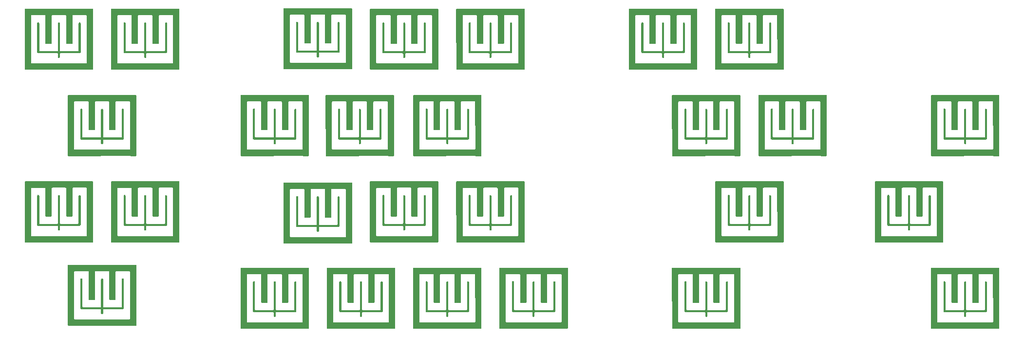
<source format=gbr>
G04 #@! TF.GenerationSoftware,KiCad,Pcbnew,5.1.5+dfsg1-2build2*
G04 #@! TF.CreationDate,2024-07-02T19:45:50+01:00*
G04 #@! TF.ProjectId,qt_touch1,71745f74-6f75-4636-9831-2e6b69636164,rev?*
G04 #@! TF.SameCoordinates,Original*
G04 #@! TF.FileFunction,Soldermask,Top*
G04 #@! TF.FilePolarity,Negative*
%FSLAX46Y46*%
G04 Gerber Fmt 4.6, Leading zero omitted, Abs format (unit mm)*
G04 Created by KiCad (PCBNEW 5.1.5+dfsg1-2build2) date 2024-07-02 19:45:50*
%MOMM*%
%LPD*%
G04 APERTURE LIST*
%ADD10C,0.100000*%
G04 APERTURE END LIST*
D10*
G36*
X102258126Y-102648698D02*
G01*
X102258730Y-102648757D01*
X102279460Y-102652881D01*
X102297842Y-102660495D01*
X102314386Y-102671550D01*
X102328450Y-102685614D01*
X102339505Y-102702158D01*
X102347119Y-102720540D01*
X102351243Y-102741270D01*
X102351302Y-102741874D01*
X102351852Y-102753062D01*
X102351852Y-113146938D01*
X102351302Y-113158126D01*
X102351243Y-113158730D01*
X102347119Y-113179460D01*
X102339505Y-113197842D01*
X102328450Y-113214386D01*
X102314386Y-113228450D01*
X102297842Y-113239505D01*
X102279460Y-113247119D01*
X102258730Y-113251243D01*
X102258126Y-113251302D01*
X102246938Y-113251852D01*
X101359312Y-113251852D01*
X101348124Y-113251302D01*
X101347518Y-113251242D01*
X101332104Y-113248176D01*
X101307564Y-113245773D01*
X91053198Y-113258098D01*
X91041984Y-113257561D01*
X91041391Y-113257503D01*
X91024807Y-113254225D01*
X91000568Y-113251852D01*
X90565562Y-113251852D01*
X90554374Y-113251302D01*
X90553770Y-113251243D01*
X90533040Y-113247119D01*
X90514658Y-113239505D01*
X90498114Y-113228450D01*
X90484050Y-113214386D01*
X90472995Y-113197842D01*
X90465376Y-113179448D01*
X90461257Y-113158774D01*
X90461202Y-113158222D01*
X90460644Y-113147073D01*
X90449511Y-103882641D01*
X91558102Y-103882641D01*
X91558102Y-112023149D01*
X91560504Y-112047535D01*
X91567617Y-112070984D01*
X91579168Y-112092595D01*
X91594713Y-112111537D01*
X91613655Y-112127082D01*
X91635266Y-112138633D01*
X91658715Y-112145746D01*
X91683101Y-112148148D01*
X101128044Y-112148148D01*
X101152430Y-112145746D01*
X101175879Y-112138633D01*
X101197490Y-112127082D01*
X101216432Y-112111537D01*
X101231977Y-112092595D01*
X101243528Y-112070984D01*
X101250641Y-112047535D01*
X101253043Y-112022999D01*
X101243246Y-103871151D01*
X101240815Y-103846768D01*
X101233673Y-103823327D01*
X101222096Y-103801730D01*
X101206528Y-103782807D01*
X101187568Y-103767285D01*
X101165943Y-103755760D01*
X101142486Y-103748675D01*
X101118097Y-103746302D01*
X98929492Y-103748933D01*
X98917392Y-103749535D01*
X98893863Y-103751852D01*
X98876851Y-103751852D01*
X98852465Y-103754254D01*
X98829016Y-103761367D01*
X98807405Y-103772918D01*
X98788463Y-103788463D01*
X98772918Y-103807405D01*
X98761367Y-103829016D01*
X98754254Y-103852465D01*
X98751852Y-103876851D01*
X98751852Y-108646938D01*
X98751302Y-108658126D01*
X98751243Y-108658730D01*
X98747119Y-108679460D01*
X98739505Y-108697842D01*
X98728450Y-108714386D01*
X98714386Y-108728450D01*
X98697842Y-108739505D01*
X98679460Y-108747119D01*
X98658730Y-108751243D01*
X98658126Y-108751302D01*
X98646938Y-108751852D01*
X97753062Y-108751852D01*
X97741874Y-108751302D01*
X97741270Y-108751243D01*
X97720540Y-108747119D01*
X97702158Y-108739505D01*
X97685614Y-108728450D01*
X97671550Y-108714386D01*
X97660495Y-108697842D01*
X97652881Y-108679460D01*
X97648757Y-108658730D01*
X97648698Y-108658126D01*
X97648148Y-108646938D01*
X97648148Y-103876851D01*
X97645746Y-103852465D01*
X97638633Y-103829016D01*
X97627082Y-103807405D01*
X97611537Y-103788463D01*
X97592595Y-103772918D01*
X97570984Y-103761367D01*
X97547535Y-103754254D01*
X97523149Y-103751852D01*
X96500319Y-103751852D01*
X95276701Y-103753323D01*
X95252318Y-103755754D01*
X95228877Y-103762896D01*
X95207280Y-103774473D01*
X95188357Y-103790041D01*
X95172835Y-103809001D01*
X95161310Y-103830626D01*
X95154225Y-103854083D01*
X95151852Y-103878322D01*
X95151852Y-108646938D01*
X95151302Y-108658126D01*
X95151243Y-108658730D01*
X95147119Y-108679460D01*
X95139505Y-108697842D01*
X95128450Y-108714386D01*
X95114386Y-108728450D01*
X95097842Y-108739505D01*
X95079460Y-108747119D01*
X95058730Y-108751243D01*
X95058126Y-108751302D01*
X95046938Y-108751852D01*
X94153062Y-108751852D01*
X94141874Y-108751302D01*
X94141270Y-108751243D01*
X94120540Y-108747119D01*
X94102158Y-108739505D01*
X94085614Y-108728450D01*
X94071550Y-108714386D01*
X94060495Y-108697842D01*
X94052881Y-108679460D01*
X94048757Y-108658730D01*
X94048698Y-108658126D01*
X94048148Y-108646938D01*
X94048148Y-103879949D01*
X94045746Y-103855563D01*
X94038633Y-103832114D01*
X94027082Y-103810503D01*
X94011537Y-103791561D01*
X93992595Y-103776016D01*
X93970984Y-103764465D01*
X93947535Y-103757352D01*
X93922999Y-103754950D01*
X91682951Y-103757642D01*
X91658568Y-103760073D01*
X91635127Y-103767215D01*
X91613530Y-103778792D01*
X91594607Y-103794360D01*
X91579085Y-103813320D01*
X91567560Y-103834945D01*
X91560475Y-103858402D01*
X91558102Y-103882641D01*
X90449511Y-103882641D01*
X90449510Y-103882491D01*
X90449297Y-103706065D01*
X90448152Y-102753198D01*
X90448689Y-102741984D01*
X90448747Y-102741391D01*
X90452845Y-102720657D01*
X90460438Y-102702265D01*
X90471470Y-102685710D01*
X90485526Y-102671621D01*
X90502047Y-102660554D01*
X90506722Y-102658611D01*
X90515874Y-102654807D01*
X90520411Y-102652921D01*
X90525215Y-102651961D01*
X90525251Y-102651950D01*
X90535136Y-102649975D01*
X90535170Y-102649972D01*
X90541208Y-102648765D01*
X90541808Y-102648705D01*
X90553089Y-102648148D01*
X102246938Y-102648148D01*
X102258126Y-102648698D01*
G37*
G36*
X92812376Y-104999074D02*
G01*
X92824478Y-105000346D01*
X92846302Y-105004826D01*
X92857937Y-105008428D01*
X92878475Y-105017061D01*
X92889180Y-105022849D01*
X92907664Y-105035317D01*
X92917039Y-105043074D01*
X92932743Y-105058887D01*
X92940428Y-105068309D01*
X92952768Y-105086883D01*
X92958479Y-105097623D01*
X92966977Y-105118241D01*
X92970490Y-105129878D01*
X92974821Y-105151748D01*
X92976306Y-105166889D01*
X92976852Y-105178058D01*
X92976852Y-109898149D01*
X92979254Y-109922535D01*
X92986367Y-109945984D01*
X92997918Y-109967595D01*
X93013463Y-109986537D01*
X93032405Y-110002082D01*
X93054016Y-110013633D01*
X93077465Y-110020746D01*
X93101851Y-110023148D01*
X96098149Y-110023148D01*
X96122535Y-110020746D01*
X96145984Y-110013633D01*
X96167595Y-110002082D01*
X96186537Y-109986537D01*
X96202082Y-109967595D01*
X96213633Y-109945984D01*
X96220746Y-109922535D01*
X96223148Y-109898149D01*
X96223148Y-105201017D01*
X96223848Y-105189227D01*
X96225523Y-105174303D01*
X96230156Y-105152506D01*
X96233835Y-105140906D01*
X96242615Y-105120419D01*
X96248476Y-105109758D01*
X96261069Y-105091367D01*
X96268896Y-105082039D01*
X96284814Y-105066451D01*
X96294302Y-105058823D01*
X96312944Y-105046623D01*
X96323736Y-105040982D01*
X96344397Y-105032634D01*
X96356070Y-105029199D01*
X96377965Y-105025022D01*
X96390088Y-105023919D01*
X96412376Y-105024074D01*
X96424478Y-105025346D01*
X96446302Y-105029826D01*
X96457937Y-105033428D01*
X96478475Y-105042061D01*
X96489180Y-105047849D01*
X96507664Y-105060317D01*
X96517039Y-105068074D01*
X96532743Y-105083887D01*
X96540428Y-105093309D01*
X96552768Y-105111883D01*
X96558479Y-105122623D01*
X96566977Y-105143241D01*
X96570490Y-105154878D01*
X96574821Y-105176748D01*
X96576306Y-105191889D01*
X96576852Y-105203058D01*
X96576852Y-109898149D01*
X96579254Y-109922535D01*
X96586367Y-109945984D01*
X96597918Y-109967595D01*
X96613463Y-109986537D01*
X96632405Y-110002082D01*
X96654016Y-110013633D01*
X96677465Y-110020746D01*
X96701851Y-110023148D01*
X99698149Y-110023148D01*
X99722535Y-110020746D01*
X99745984Y-110013633D01*
X99767595Y-110002082D01*
X99786537Y-109986537D01*
X99802082Y-109967595D01*
X99813633Y-109945984D01*
X99820746Y-109922535D01*
X99823148Y-109898149D01*
X99823148Y-105201017D01*
X99823848Y-105189227D01*
X99825523Y-105174303D01*
X99830156Y-105152506D01*
X99833835Y-105140906D01*
X99842615Y-105120419D01*
X99848476Y-105109758D01*
X99861069Y-105091367D01*
X99868896Y-105082039D01*
X99884814Y-105066451D01*
X99894302Y-105058823D01*
X99912944Y-105046623D01*
X99923736Y-105040982D01*
X99944397Y-105032634D01*
X99956070Y-105029199D01*
X99977965Y-105025022D01*
X99990088Y-105023919D01*
X100012376Y-105024074D01*
X100024478Y-105025346D01*
X100046302Y-105029826D01*
X100057937Y-105033428D01*
X100078475Y-105042061D01*
X100089180Y-105047849D01*
X100107664Y-105060317D01*
X100117039Y-105068074D01*
X100132743Y-105083887D01*
X100140428Y-105093309D01*
X100152768Y-105111883D01*
X100158479Y-105122623D01*
X100166977Y-105143241D01*
X100170490Y-105154878D01*
X100174821Y-105176748D01*
X100176306Y-105191889D01*
X100176852Y-105203058D01*
X100176852Y-110194025D01*
X100176247Y-110199944D01*
X100176247Y-110200000D01*
X100176246Y-110200365D01*
X100176240Y-110201207D01*
X100176118Y-110201206D01*
X100176112Y-110201269D01*
X100176240Y-110201270D01*
X100176234Y-110202111D01*
X100176154Y-110203450D01*
X100176425Y-110206197D01*
X100176248Y-110209167D01*
X100176217Y-110210195D01*
X100176207Y-110210285D01*
X100176167Y-110210515D01*
X100176151Y-110210789D01*
X100175272Y-110218619D01*
X100175176Y-110219497D01*
X100174557Y-110225392D01*
X100172339Y-110235802D01*
X100172141Y-110236751D01*
X100170114Y-110246643D01*
X100168325Y-110252282D01*
X100168063Y-110253119D01*
X100166331Y-110258716D01*
X100162235Y-110268270D01*
X100161884Y-110269097D01*
X100157784Y-110278854D01*
X100154984Y-110283947D01*
X100154561Y-110284722D01*
X100151716Y-110289984D01*
X100145827Y-110298577D01*
X100145280Y-110299381D01*
X100139504Y-110307952D01*
X100135654Y-110312540D01*
X100135106Y-110313197D01*
X100131389Y-110317689D01*
X100124029Y-110324894D01*
X100123366Y-110325547D01*
X100115850Y-110333015D01*
X100111277Y-110336692D01*
X100110607Y-110337234D01*
X100106120Y-110340893D01*
X100097148Y-110346767D01*
X100096468Y-110347216D01*
X100087687Y-110353047D01*
X100082554Y-110355730D01*
X100081776Y-110356140D01*
X100076709Y-110358834D01*
X100066499Y-110362961D01*
X100065730Y-110363275D01*
X100056288Y-110367165D01*
X100050721Y-110368803D01*
X100049887Y-110369051D01*
X100044505Y-110370676D01*
X100037956Y-110371929D01*
X100037946Y-110371932D01*
X100033580Y-110372767D01*
X100033490Y-110372785D01*
X100029227Y-110373627D01*
X100029214Y-110373628D01*
X100022661Y-110374922D01*
X100016951Y-110375442D01*
X100016091Y-110375523D01*
X100008102Y-110376306D01*
X99996941Y-110376852D01*
X96701851Y-110376852D01*
X96677465Y-110379254D01*
X96654016Y-110386367D01*
X96632405Y-110397918D01*
X96613463Y-110413463D01*
X96597918Y-110432405D01*
X96586367Y-110454016D01*
X96579254Y-110477465D01*
X96576852Y-110501851D01*
X96576852Y-111068860D01*
X96575263Y-111084999D01*
X96572348Y-111094608D01*
X96567610Y-111103472D01*
X96561237Y-111111237D01*
X96558938Y-111113124D01*
X96542479Y-111129405D01*
X96531108Y-111142956D01*
X96515186Y-111158549D01*
X96505698Y-111166177D01*
X96487056Y-111178377D01*
X96476264Y-111184018D01*
X96455603Y-111192366D01*
X96443930Y-111195801D01*
X96422035Y-111199978D01*
X96409912Y-111201081D01*
X96387624Y-111200926D01*
X96375522Y-111199654D01*
X96353698Y-111195174D01*
X96342063Y-111191572D01*
X96321525Y-111182939D01*
X96310820Y-111177151D01*
X96292336Y-111164683D01*
X96282961Y-111156926D01*
X96267258Y-111141114D01*
X96259151Y-111131174D01*
X96241579Y-111113549D01*
X96238764Y-111111239D01*
X96232390Y-111103472D01*
X96227652Y-111094608D01*
X96224737Y-111084999D01*
X96223148Y-111068860D01*
X96223148Y-110501851D01*
X96220746Y-110477465D01*
X96213633Y-110454016D01*
X96202082Y-110432405D01*
X96186537Y-110413463D01*
X96167595Y-110397918D01*
X96145984Y-110386367D01*
X96122535Y-110379254D01*
X96098149Y-110376852D01*
X92826012Y-110376852D01*
X92816733Y-110376301D01*
X92810200Y-110376084D01*
X92787625Y-110375926D01*
X92775522Y-110374654D01*
X92753698Y-110370174D01*
X92742063Y-110366572D01*
X92721525Y-110357939D01*
X92710820Y-110352151D01*
X92692336Y-110339683D01*
X92682961Y-110331926D01*
X92667257Y-110316113D01*
X92659572Y-110306691D01*
X92647232Y-110288117D01*
X92641521Y-110277377D01*
X92633023Y-110256759D01*
X92629510Y-110245122D01*
X92625179Y-110223252D01*
X92623694Y-110208111D01*
X92623148Y-110196942D01*
X92623148Y-105176017D01*
X92623848Y-105164227D01*
X92625523Y-105149303D01*
X92630156Y-105127506D01*
X92633835Y-105115906D01*
X92642615Y-105095419D01*
X92648476Y-105084758D01*
X92661069Y-105066367D01*
X92668896Y-105057039D01*
X92684814Y-105041451D01*
X92694302Y-105033823D01*
X92712944Y-105021623D01*
X92723736Y-105015982D01*
X92744397Y-105007634D01*
X92756070Y-105004199D01*
X92777965Y-105000022D01*
X92790088Y-104998919D01*
X92812376Y-104999074D01*
G37*
G36*
X117258126Y-102648698D02*
G01*
X117258730Y-102648757D01*
X117279460Y-102652881D01*
X117297842Y-102660495D01*
X117314386Y-102671550D01*
X117328450Y-102685614D01*
X117339505Y-102702158D01*
X117347119Y-102720540D01*
X117351243Y-102741270D01*
X117351302Y-102741874D01*
X117351852Y-102753062D01*
X117351852Y-113146938D01*
X117351302Y-113158126D01*
X117351243Y-113158730D01*
X117347119Y-113179460D01*
X117339505Y-113197842D01*
X117328450Y-113214386D01*
X117314386Y-113228450D01*
X117297842Y-113239505D01*
X117279460Y-113247119D01*
X117258730Y-113251243D01*
X117258126Y-113251302D01*
X117246938Y-113251852D01*
X116359312Y-113251852D01*
X116348124Y-113251302D01*
X116347518Y-113251242D01*
X116332104Y-113248176D01*
X116307564Y-113245773D01*
X106053198Y-113258098D01*
X106041984Y-113257561D01*
X106041391Y-113257503D01*
X106024807Y-113254225D01*
X106000568Y-113251852D01*
X105565562Y-113251852D01*
X105554374Y-113251302D01*
X105553770Y-113251243D01*
X105533040Y-113247119D01*
X105514658Y-113239505D01*
X105498114Y-113228450D01*
X105484050Y-113214386D01*
X105472995Y-113197842D01*
X105465376Y-113179448D01*
X105461257Y-113158774D01*
X105461202Y-113158222D01*
X105460644Y-113147073D01*
X105449511Y-103882641D01*
X106558102Y-103882641D01*
X106558102Y-112023149D01*
X106560504Y-112047535D01*
X106567617Y-112070984D01*
X106579168Y-112092595D01*
X106594713Y-112111537D01*
X106613655Y-112127082D01*
X106635266Y-112138633D01*
X106658715Y-112145746D01*
X106683101Y-112148148D01*
X116128044Y-112148148D01*
X116152430Y-112145746D01*
X116175879Y-112138633D01*
X116197490Y-112127082D01*
X116216432Y-112111537D01*
X116231977Y-112092595D01*
X116243528Y-112070984D01*
X116250641Y-112047535D01*
X116253043Y-112022999D01*
X116243246Y-103871151D01*
X116240815Y-103846768D01*
X116233673Y-103823327D01*
X116222096Y-103801730D01*
X116206528Y-103782807D01*
X116187568Y-103767285D01*
X116165943Y-103755760D01*
X116142486Y-103748675D01*
X116118097Y-103746302D01*
X113929492Y-103748933D01*
X113917392Y-103749535D01*
X113893863Y-103751852D01*
X113876851Y-103751852D01*
X113852465Y-103754254D01*
X113829016Y-103761367D01*
X113807405Y-103772918D01*
X113788463Y-103788463D01*
X113772918Y-103807405D01*
X113761367Y-103829016D01*
X113754254Y-103852465D01*
X113751852Y-103876851D01*
X113751852Y-108646938D01*
X113751302Y-108658126D01*
X113751243Y-108658730D01*
X113747119Y-108679460D01*
X113739505Y-108697842D01*
X113728450Y-108714386D01*
X113714386Y-108728450D01*
X113697842Y-108739505D01*
X113679460Y-108747119D01*
X113658730Y-108751243D01*
X113658126Y-108751302D01*
X113646938Y-108751852D01*
X112753062Y-108751852D01*
X112741874Y-108751302D01*
X112741270Y-108751243D01*
X112720540Y-108747119D01*
X112702158Y-108739505D01*
X112685614Y-108728450D01*
X112671550Y-108714386D01*
X112660495Y-108697842D01*
X112652881Y-108679460D01*
X112648757Y-108658730D01*
X112648698Y-108658126D01*
X112648148Y-108646938D01*
X112648148Y-103876851D01*
X112645746Y-103852465D01*
X112638633Y-103829016D01*
X112627082Y-103807405D01*
X112611537Y-103788463D01*
X112592595Y-103772918D01*
X112570984Y-103761367D01*
X112547535Y-103754254D01*
X112523149Y-103751852D01*
X111500319Y-103751852D01*
X110276701Y-103753323D01*
X110252318Y-103755754D01*
X110228877Y-103762896D01*
X110207280Y-103774473D01*
X110188357Y-103790041D01*
X110172835Y-103809001D01*
X110161310Y-103830626D01*
X110154225Y-103854083D01*
X110151852Y-103878322D01*
X110151852Y-108646938D01*
X110151302Y-108658126D01*
X110151243Y-108658730D01*
X110147119Y-108679460D01*
X110139505Y-108697842D01*
X110128450Y-108714386D01*
X110114386Y-108728450D01*
X110097842Y-108739505D01*
X110079460Y-108747119D01*
X110058730Y-108751243D01*
X110058126Y-108751302D01*
X110046938Y-108751852D01*
X109153062Y-108751852D01*
X109141874Y-108751302D01*
X109141270Y-108751243D01*
X109120540Y-108747119D01*
X109102158Y-108739505D01*
X109085614Y-108728450D01*
X109071550Y-108714386D01*
X109060495Y-108697842D01*
X109052881Y-108679460D01*
X109048757Y-108658730D01*
X109048698Y-108658126D01*
X109048148Y-108646938D01*
X109048148Y-103879949D01*
X109045746Y-103855563D01*
X109038633Y-103832114D01*
X109027082Y-103810503D01*
X109011537Y-103791561D01*
X108992595Y-103776016D01*
X108970984Y-103764465D01*
X108947535Y-103757352D01*
X108922999Y-103754950D01*
X106682951Y-103757642D01*
X106658568Y-103760073D01*
X106635127Y-103767215D01*
X106613530Y-103778792D01*
X106594607Y-103794360D01*
X106579085Y-103813320D01*
X106567560Y-103834945D01*
X106560475Y-103858402D01*
X106558102Y-103882641D01*
X105449511Y-103882641D01*
X105449510Y-103882491D01*
X105449297Y-103706065D01*
X105448152Y-102753198D01*
X105448689Y-102741984D01*
X105448747Y-102741391D01*
X105452845Y-102720657D01*
X105460438Y-102702265D01*
X105471470Y-102685710D01*
X105485526Y-102671621D01*
X105502047Y-102660554D01*
X105506722Y-102658611D01*
X105515874Y-102654807D01*
X105520411Y-102652921D01*
X105525215Y-102651961D01*
X105525251Y-102651950D01*
X105535136Y-102649975D01*
X105535170Y-102649972D01*
X105541208Y-102648765D01*
X105541808Y-102648705D01*
X105553089Y-102648148D01*
X117246938Y-102648148D01*
X117258126Y-102648698D01*
G37*
G36*
X107812376Y-104999074D02*
G01*
X107824478Y-105000346D01*
X107846302Y-105004826D01*
X107857937Y-105008428D01*
X107878475Y-105017061D01*
X107889180Y-105022849D01*
X107907664Y-105035317D01*
X107917039Y-105043074D01*
X107932743Y-105058887D01*
X107940428Y-105068309D01*
X107952768Y-105086883D01*
X107958479Y-105097623D01*
X107966977Y-105118241D01*
X107970490Y-105129878D01*
X107974821Y-105151748D01*
X107976306Y-105166889D01*
X107976852Y-105178058D01*
X107976852Y-109898149D01*
X107979254Y-109922535D01*
X107986367Y-109945984D01*
X107997918Y-109967595D01*
X108013463Y-109986537D01*
X108032405Y-110002082D01*
X108054016Y-110013633D01*
X108077465Y-110020746D01*
X108101851Y-110023148D01*
X111098149Y-110023148D01*
X111122535Y-110020746D01*
X111145984Y-110013633D01*
X111167595Y-110002082D01*
X111186537Y-109986537D01*
X111202082Y-109967595D01*
X111213633Y-109945984D01*
X111220746Y-109922535D01*
X111223148Y-109898149D01*
X111223148Y-105201017D01*
X111223848Y-105189227D01*
X111225523Y-105174303D01*
X111230156Y-105152506D01*
X111233835Y-105140906D01*
X111242615Y-105120419D01*
X111248476Y-105109758D01*
X111261069Y-105091367D01*
X111268896Y-105082039D01*
X111284814Y-105066451D01*
X111294302Y-105058823D01*
X111312944Y-105046623D01*
X111323736Y-105040982D01*
X111344397Y-105032634D01*
X111356070Y-105029199D01*
X111377965Y-105025022D01*
X111390088Y-105023919D01*
X111412376Y-105024074D01*
X111424478Y-105025346D01*
X111446302Y-105029826D01*
X111457937Y-105033428D01*
X111478475Y-105042061D01*
X111489180Y-105047849D01*
X111507664Y-105060317D01*
X111517039Y-105068074D01*
X111532743Y-105083887D01*
X111540428Y-105093309D01*
X111552768Y-105111883D01*
X111558479Y-105122623D01*
X111566977Y-105143241D01*
X111570490Y-105154878D01*
X111574821Y-105176748D01*
X111576306Y-105191889D01*
X111576852Y-105203058D01*
X111576852Y-109898149D01*
X111579254Y-109922535D01*
X111586367Y-109945984D01*
X111597918Y-109967595D01*
X111613463Y-109986537D01*
X111632405Y-110002082D01*
X111654016Y-110013633D01*
X111677465Y-110020746D01*
X111701851Y-110023148D01*
X114698149Y-110023148D01*
X114722535Y-110020746D01*
X114745984Y-110013633D01*
X114767595Y-110002082D01*
X114786537Y-109986537D01*
X114802082Y-109967595D01*
X114813633Y-109945984D01*
X114820746Y-109922535D01*
X114823148Y-109898149D01*
X114823148Y-105201017D01*
X114823848Y-105189227D01*
X114825523Y-105174303D01*
X114830156Y-105152506D01*
X114833835Y-105140906D01*
X114842615Y-105120419D01*
X114848476Y-105109758D01*
X114861069Y-105091367D01*
X114868896Y-105082039D01*
X114884814Y-105066451D01*
X114894302Y-105058823D01*
X114912944Y-105046623D01*
X114923736Y-105040982D01*
X114944397Y-105032634D01*
X114956070Y-105029199D01*
X114977965Y-105025022D01*
X114990088Y-105023919D01*
X115012376Y-105024074D01*
X115024478Y-105025346D01*
X115046302Y-105029826D01*
X115057937Y-105033428D01*
X115078475Y-105042061D01*
X115089180Y-105047849D01*
X115107664Y-105060317D01*
X115117039Y-105068074D01*
X115132743Y-105083887D01*
X115140428Y-105093309D01*
X115152768Y-105111883D01*
X115158479Y-105122623D01*
X115166977Y-105143241D01*
X115170490Y-105154878D01*
X115174821Y-105176748D01*
X115176306Y-105191889D01*
X115176852Y-105203058D01*
X115176852Y-110194025D01*
X115176247Y-110199944D01*
X115176247Y-110200000D01*
X115176246Y-110200365D01*
X115176240Y-110201207D01*
X115176118Y-110201206D01*
X115176112Y-110201269D01*
X115176240Y-110201270D01*
X115176234Y-110202111D01*
X115176154Y-110203450D01*
X115176425Y-110206197D01*
X115176248Y-110209167D01*
X115176217Y-110210195D01*
X115176207Y-110210285D01*
X115176167Y-110210515D01*
X115176151Y-110210789D01*
X115175272Y-110218619D01*
X115175176Y-110219497D01*
X115174557Y-110225392D01*
X115172339Y-110235802D01*
X115172141Y-110236751D01*
X115170114Y-110246643D01*
X115168325Y-110252282D01*
X115168063Y-110253119D01*
X115166331Y-110258716D01*
X115162235Y-110268270D01*
X115161884Y-110269097D01*
X115157784Y-110278854D01*
X115154984Y-110283947D01*
X115154561Y-110284722D01*
X115151716Y-110289984D01*
X115145827Y-110298577D01*
X115145280Y-110299381D01*
X115139504Y-110307952D01*
X115135654Y-110312540D01*
X115135106Y-110313197D01*
X115131389Y-110317689D01*
X115124029Y-110324894D01*
X115123366Y-110325547D01*
X115115850Y-110333015D01*
X115111277Y-110336692D01*
X115110607Y-110337234D01*
X115106120Y-110340893D01*
X115097148Y-110346767D01*
X115096468Y-110347216D01*
X115087687Y-110353047D01*
X115082554Y-110355730D01*
X115081776Y-110356140D01*
X115076709Y-110358834D01*
X115066499Y-110362961D01*
X115065730Y-110363275D01*
X115056288Y-110367165D01*
X115050721Y-110368803D01*
X115049887Y-110369051D01*
X115044505Y-110370676D01*
X115037956Y-110371929D01*
X115037946Y-110371932D01*
X115033580Y-110372767D01*
X115033490Y-110372785D01*
X115029227Y-110373627D01*
X115029214Y-110373628D01*
X115022661Y-110374922D01*
X115016951Y-110375442D01*
X115016091Y-110375523D01*
X115008102Y-110376306D01*
X114996941Y-110376852D01*
X111701851Y-110376852D01*
X111677465Y-110379254D01*
X111654016Y-110386367D01*
X111632405Y-110397918D01*
X111613463Y-110413463D01*
X111597918Y-110432405D01*
X111586367Y-110454016D01*
X111579254Y-110477465D01*
X111576852Y-110501851D01*
X111576852Y-111068860D01*
X111575263Y-111084999D01*
X111572348Y-111094608D01*
X111567610Y-111103472D01*
X111561237Y-111111237D01*
X111558938Y-111113124D01*
X111542479Y-111129405D01*
X111531108Y-111142956D01*
X111515186Y-111158549D01*
X111505698Y-111166177D01*
X111487056Y-111178377D01*
X111476264Y-111184018D01*
X111455603Y-111192366D01*
X111443930Y-111195801D01*
X111422035Y-111199978D01*
X111409912Y-111201081D01*
X111387624Y-111200926D01*
X111375522Y-111199654D01*
X111353698Y-111195174D01*
X111342063Y-111191572D01*
X111321525Y-111182939D01*
X111310820Y-111177151D01*
X111292336Y-111164683D01*
X111282961Y-111156926D01*
X111267258Y-111141114D01*
X111259151Y-111131174D01*
X111241579Y-111113549D01*
X111238764Y-111111239D01*
X111232390Y-111103472D01*
X111227652Y-111094608D01*
X111224737Y-111084999D01*
X111223148Y-111068860D01*
X111223148Y-110501851D01*
X111220746Y-110477465D01*
X111213633Y-110454016D01*
X111202082Y-110432405D01*
X111186537Y-110413463D01*
X111167595Y-110397918D01*
X111145984Y-110386367D01*
X111122535Y-110379254D01*
X111098149Y-110376852D01*
X107826012Y-110376852D01*
X107816733Y-110376301D01*
X107810200Y-110376084D01*
X107787625Y-110375926D01*
X107775522Y-110374654D01*
X107753698Y-110370174D01*
X107742063Y-110366572D01*
X107721525Y-110357939D01*
X107710820Y-110352151D01*
X107692336Y-110339683D01*
X107682961Y-110331926D01*
X107667257Y-110316113D01*
X107659572Y-110306691D01*
X107647232Y-110288117D01*
X107641521Y-110277377D01*
X107633023Y-110256759D01*
X107629510Y-110245122D01*
X107625179Y-110223252D01*
X107623694Y-110208111D01*
X107623148Y-110196942D01*
X107623148Y-105176017D01*
X107623848Y-105164227D01*
X107625523Y-105149303D01*
X107630156Y-105127506D01*
X107633835Y-105115906D01*
X107642615Y-105095419D01*
X107648476Y-105084758D01*
X107661069Y-105066367D01*
X107668896Y-105057039D01*
X107684814Y-105041451D01*
X107694302Y-105033823D01*
X107712944Y-105021623D01*
X107723736Y-105015982D01*
X107744397Y-105007634D01*
X107756070Y-105004199D01*
X107777965Y-105000022D01*
X107790088Y-104998919D01*
X107812376Y-104999074D01*
G37*
G36*
X222258126Y-102648698D02*
G01*
X222258730Y-102648757D01*
X222279460Y-102652881D01*
X222297842Y-102660495D01*
X222314386Y-102671550D01*
X222328450Y-102685614D01*
X222339505Y-102702158D01*
X222347119Y-102720540D01*
X222351243Y-102741270D01*
X222351302Y-102741874D01*
X222351852Y-102753062D01*
X222351852Y-113146938D01*
X222351302Y-113158126D01*
X222351243Y-113158730D01*
X222347119Y-113179460D01*
X222339505Y-113197842D01*
X222328450Y-113214386D01*
X222314386Y-113228450D01*
X222297842Y-113239505D01*
X222279460Y-113247119D01*
X222258730Y-113251243D01*
X222258126Y-113251302D01*
X222246938Y-113251852D01*
X221359312Y-113251852D01*
X221348124Y-113251302D01*
X221347518Y-113251242D01*
X221332104Y-113248176D01*
X221307564Y-113245773D01*
X211053198Y-113258098D01*
X211041984Y-113257561D01*
X211041391Y-113257503D01*
X211024807Y-113254225D01*
X211000568Y-113251852D01*
X210565562Y-113251852D01*
X210554374Y-113251302D01*
X210553770Y-113251243D01*
X210533040Y-113247119D01*
X210514658Y-113239505D01*
X210498114Y-113228450D01*
X210484050Y-113214386D01*
X210472995Y-113197842D01*
X210465376Y-113179448D01*
X210461257Y-113158774D01*
X210461202Y-113158222D01*
X210460644Y-113147073D01*
X210449511Y-103882641D01*
X211558102Y-103882641D01*
X211558102Y-112023149D01*
X211560504Y-112047535D01*
X211567617Y-112070984D01*
X211579168Y-112092595D01*
X211594713Y-112111537D01*
X211613655Y-112127082D01*
X211635266Y-112138633D01*
X211658715Y-112145746D01*
X211683101Y-112148148D01*
X221128044Y-112148148D01*
X221152430Y-112145746D01*
X221175879Y-112138633D01*
X221197490Y-112127082D01*
X221216432Y-112111537D01*
X221231977Y-112092595D01*
X221243528Y-112070984D01*
X221250641Y-112047535D01*
X221253043Y-112022999D01*
X221243246Y-103871151D01*
X221240815Y-103846768D01*
X221233673Y-103823327D01*
X221222096Y-103801730D01*
X221206528Y-103782807D01*
X221187568Y-103767285D01*
X221165943Y-103755760D01*
X221142486Y-103748675D01*
X221118097Y-103746302D01*
X218929492Y-103748933D01*
X218917392Y-103749535D01*
X218893863Y-103751852D01*
X218876851Y-103751852D01*
X218852465Y-103754254D01*
X218829016Y-103761367D01*
X218807405Y-103772918D01*
X218788463Y-103788463D01*
X218772918Y-103807405D01*
X218761367Y-103829016D01*
X218754254Y-103852465D01*
X218751852Y-103876851D01*
X218751852Y-108646938D01*
X218751302Y-108658126D01*
X218751243Y-108658730D01*
X218747119Y-108679460D01*
X218739505Y-108697842D01*
X218728450Y-108714386D01*
X218714386Y-108728450D01*
X218697842Y-108739505D01*
X218679460Y-108747119D01*
X218658730Y-108751243D01*
X218658126Y-108751302D01*
X218646938Y-108751852D01*
X217753062Y-108751852D01*
X217741874Y-108751302D01*
X217741270Y-108751243D01*
X217720540Y-108747119D01*
X217702158Y-108739505D01*
X217685614Y-108728450D01*
X217671550Y-108714386D01*
X217660495Y-108697842D01*
X217652881Y-108679460D01*
X217648757Y-108658730D01*
X217648698Y-108658126D01*
X217648148Y-108646938D01*
X217648148Y-103876851D01*
X217645746Y-103852465D01*
X217638633Y-103829016D01*
X217627082Y-103807405D01*
X217611537Y-103788463D01*
X217592595Y-103772918D01*
X217570984Y-103761367D01*
X217547535Y-103754254D01*
X217523149Y-103751852D01*
X216500319Y-103751852D01*
X215276701Y-103753323D01*
X215252318Y-103755754D01*
X215228877Y-103762896D01*
X215207280Y-103774473D01*
X215188357Y-103790041D01*
X215172835Y-103809001D01*
X215161310Y-103830626D01*
X215154225Y-103854083D01*
X215151852Y-103878322D01*
X215151852Y-108646938D01*
X215151302Y-108658126D01*
X215151243Y-108658730D01*
X215147119Y-108679460D01*
X215139505Y-108697842D01*
X215128450Y-108714386D01*
X215114386Y-108728450D01*
X215097842Y-108739505D01*
X215079460Y-108747119D01*
X215058730Y-108751243D01*
X215058126Y-108751302D01*
X215046938Y-108751852D01*
X214153062Y-108751852D01*
X214141874Y-108751302D01*
X214141270Y-108751243D01*
X214120540Y-108747119D01*
X214102158Y-108739505D01*
X214085614Y-108728450D01*
X214071550Y-108714386D01*
X214060495Y-108697842D01*
X214052881Y-108679460D01*
X214048757Y-108658730D01*
X214048698Y-108658126D01*
X214048148Y-108646938D01*
X214048148Y-103879949D01*
X214045746Y-103855563D01*
X214038633Y-103832114D01*
X214027082Y-103810503D01*
X214011537Y-103791561D01*
X213992595Y-103776016D01*
X213970984Y-103764465D01*
X213947535Y-103757352D01*
X213922999Y-103754950D01*
X211682951Y-103757642D01*
X211658568Y-103760073D01*
X211635127Y-103767215D01*
X211613530Y-103778792D01*
X211594607Y-103794360D01*
X211579085Y-103813320D01*
X211567560Y-103834945D01*
X211560475Y-103858402D01*
X211558102Y-103882641D01*
X210449511Y-103882641D01*
X210449510Y-103882491D01*
X210449297Y-103706065D01*
X210448152Y-102753198D01*
X210448689Y-102741984D01*
X210448747Y-102741391D01*
X210452845Y-102720657D01*
X210460438Y-102702265D01*
X210471470Y-102685710D01*
X210485526Y-102671621D01*
X210502047Y-102660554D01*
X210506722Y-102658611D01*
X210515874Y-102654807D01*
X210520411Y-102652921D01*
X210525215Y-102651961D01*
X210525251Y-102651950D01*
X210535136Y-102649975D01*
X210535170Y-102649972D01*
X210541208Y-102648765D01*
X210541808Y-102648705D01*
X210553089Y-102648148D01*
X222246938Y-102648148D01*
X222258126Y-102648698D01*
G37*
G36*
X212812376Y-104999074D02*
G01*
X212824478Y-105000346D01*
X212846302Y-105004826D01*
X212857937Y-105008428D01*
X212878475Y-105017061D01*
X212889180Y-105022849D01*
X212907664Y-105035317D01*
X212917039Y-105043074D01*
X212932743Y-105058887D01*
X212940428Y-105068309D01*
X212952768Y-105086883D01*
X212958479Y-105097623D01*
X212966977Y-105118241D01*
X212970490Y-105129878D01*
X212974821Y-105151748D01*
X212976306Y-105166889D01*
X212976852Y-105178058D01*
X212976852Y-109898149D01*
X212979254Y-109922535D01*
X212986367Y-109945984D01*
X212997918Y-109967595D01*
X213013463Y-109986537D01*
X213032405Y-110002082D01*
X213054016Y-110013633D01*
X213077465Y-110020746D01*
X213101851Y-110023148D01*
X216098149Y-110023148D01*
X216122535Y-110020746D01*
X216145984Y-110013633D01*
X216167595Y-110002082D01*
X216186537Y-109986537D01*
X216202082Y-109967595D01*
X216213633Y-109945984D01*
X216220746Y-109922535D01*
X216223148Y-109898149D01*
X216223148Y-105201017D01*
X216223848Y-105189227D01*
X216225523Y-105174303D01*
X216230156Y-105152506D01*
X216233835Y-105140906D01*
X216242615Y-105120419D01*
X216248476Y-105109758D01*
X216261069Y-105091367D01*
X216268896Y-105082039D01*
X216284814Y-105066451D01*
X216294302Y-105058823D01*
X216312944Y-105046623D01*
X216323736Y-105040982D01*
X216344397Y-105032634D01*
X216356070Y-105029199D01*
X216377965Y-105025022D01*
X216390088Y-105023919D01*
X216412376Y-105024074D01*
X216424478Y-105025346D01*
X216446302Y-105029826D01*
X216457937Y-105033428D01*
X216478475Y-105042061D01*
X216489180Y-105047849D01*
X216507664Y-105060317D01*
X216517039Y-105068074D01*
X216532743Y-105083887D01*
X216540428Y-105093309D01*
X216552768Y-105111883D01*
X216558479Y-105122623D01*
X216566977Y-105143241D01*
X216570490Y-105154878D01*
X216574821Y-105176748D01*
X216576306Y-105191889D01*
X216576852Y-105203058D01*
X216576852Y-109898149D01*
X216579254Y-109922535D01*
X216586367Y-109945984D01*
X216597918Y-109967595D01*
X216613463Y-109986537D01*
X216632405Y-110002082D01*
X216654016Y-110013633D01*
X216677465Y-110020746D01*
X216701851Y-110023148D01*
X219698149Y-110023148D01*
X219722535Y-110020746D01*
X219745984Y-110013633D01*
X219767595Y-110002082D01*
X219786537Y-109986537D01*
X219802082Y-109967595D01*
X219813633Y-109945984D01*
X219820746Y-109922535D01*
X219823148Y-109898149D01*
X219823148Y-105201017D01*
X219823848Y-105189227D01*
X219825523Y-105174303D01*
X219830156Y-105152506D01*
X219833835Y-105140906D01*
X219842615Y-105120419D01*
X219848476Y-105109758D01*
X219861069Y-105091367D01*
X219868896Y-105082039D01*
X219884814Y-105066451D01*
X219894302Y-105058823D01*
X219912944Y-105046623D01*
X219923736Y-105040982D01*
X219944397Y-105032634D01*
X219956070Y-105029199D01*
X219977965Y-105025022D01*
X219990088Y-105023919D01*
X220012376Y-105024074D01*
X220024478Y-105025346D01*
X220046302Y-105029826D01*
X220057937Y-105033428D01*
X220078475Y-105042061D01*
X220089180Y-105047849D01*
X220107664Y-105060317D01*
X220117039Y-105068074D01*
X220132743Y-105083887D01*
X220140428Y-105093309D01*
X220152768Y-105111883D01*
X220158479Y-105122623D01*
X220166977Y-105143241D01*
X220170490Y-105154878D01*
X220174821Y-105176748D01*
X220176306Y-105191889D01*
X220176852Y-105203058D01*
X220176852Y-110194025D01*
X220176247Y-110199944D01*
X220176247Y-110200000D01*
X220176246Y-110200365D01*
X220176240Y-110201207D01*
X220176118Y-110201206D01*
X220176112Y-110201269D01*
X220176240Y-110201270D01*
X220176234Y-110202111D01*
X220176154Y-110203450D01*
X220176425Y-110206197D01*
X220176248Y-110209167D01*
X220176217Y-110210195D01*
X220176207Y-110210285D01*
X220176167Y-110210515D01*
X220176151Y-110210789D01*
X220175272Y-110218619D01*
X220175176Y-110219497D01*
X220174557Y-110225392D01*
X220172339Y-110235802D01*
X220172141Y-110236751D01*
X220170114Y-110246643D01*
X220168325Y-110252282D01*
X220168063Y-110253119D01*
X220166331Y-110258716D01*
X220162235Y-110268270D01*
X220161884Y-110269097D01*
X220157784Y-110278854D01*
X220154984Y-110283947D01*
X220154561Y-110284722D01*
X220151716Y-110289984D01*
X220145827Y-110298577D01*
X220145280Y-110299381D01*
X220139504Y-110307952D01*
X220135654Y-110312540D01*
X220135106Y-110313197D01*
X220131389Y-110317689D01*
X220124029Y-110324894D01*
X220123366Y-110325547D01*
X220115850Y-110333015D01*
X220111277Y-110336692D01*
X220110607Y-110337234D01*
X220106120Y-110340893D01*
X220097148Y-110346767D01*
X220096468Y-110347216D01*
X220087687Y-110353047D01*
X220082554Y-110355730D01*
X220081776Y-110356140D01*
X220076709Y-110358834D01*
X220066499Y-110362961D01*
X220065730Y-110363275D01*
X220056288Y-110367165D01*
X220050721Y-110368803D01*
X220049887Y-110369051D01*
X220044505Y-110370676D01*
X220037956Y-110371929D01*
X220037946Y-110371932D01*
X220033580Y-110372767D01*
X220033490Y-110372785D01*
X220029227Y-110373627D01*
X220029214Y-110373628D01*
X220022661Y-110374922D01*
X220016951Y-110375442D01*
X220016091Y-110375523D01*
X220008102Y-110376306D01*
X219996941Y-110376852D01*
X216701851Y-110376852D01*
X216677465Y-110379254D01*
X216654016Y-110386367D01*
X216632405Y-110397918D01*
X216613463Y-110413463D01*
X216597918Y-110432405D01*
X216586367Y-110454016D01*
X216579254Y-110477465D01*
X216576852Y-110501851D01*
X216576852Y-111068860D01*
X216575263Y-111084999D01*
X216572348Y-111094608D01*
X216567610Y-111103472D01*
X216561237Y-111111237D01*
X216558938Y-111113124D01*
X216542479Y-111129405D01*
X216531108Y-111142956D01*
X216515186Y-111158549D01*
X216505698Y-111166177D01*
X216487056Y-111178377D01*
X216476264Y-111184018D01*
X216455603Y-111192366D01*
X216443930Y-111195801D01*
X216422035Y-111199978D01*
X216409912Y-111201081D01*
X216387624Y-111200926D01*
X216375522Y-111199654D01*
X216353698Y-111195174D01*
X216342063Y-111191572D01*
X216321525Y-111182939D01*
X216310820Y-111177151D01*
X216292336Y-111164683D01*
X216282961Y-111156926D01*
X216267258Y-111141114D01*
X216259151Y-111131174D01*
X216241579Y-111113549D01*
X216238764Y-111111239D01*
X216232390Y-111103472D01*
X216227652Y-111094608D01*
X216224737Y-111084999D01*
X216223148Y-111068860D01*
X216223148Y-110501851D01*
X216220746Y-110477465D01*
X216213633Y-110454016D01*
X216202082Y-110432405D01*
X216186537Y-110413463D01*
X216167595Y-110397918D01*
X216145984Y-110386367D01*
X216122535Y-110379254D01*
X216098149Y-110376852D01*
X212826012Y-110376852D01*
X212816733Y-110376301D01*
X212810200Y-110376084D01*
X212787625Y-110375926D01*
X212775522Y-110374654D01*
X212753698Y-110370174D01*
X212742063Y-110366572D01*
X212721525Y-110357939D01*
X212710820Y-110352151D01*
X212692336Y-110339683D01*
X212682961Y-110331926D01*
X212667257Y-110316113D01*
X212659572Y-110306691D01*
X212647232Y-110288117D01*
X212641521Y-110277377D01*
X212633023Y-110256759D01*
X212629510Y-110245122D01*
X212625179Y-110223252D01*
X212623694Y-110208111D01*
X212623148Y-110196942D01*
X212623148Y-105176017D01*
X212623848Y-105164227D01*
X212625523Y-105149303D01*
X212630156Y-105127506D01*
X212633835Y-105115906D01*
X212642615Y-105095419D01*
X212648476Y-105084758D01*
X212661069Y-105066367D01*
X212668896Y-105057039D01*
X212684814Y-105041451D01*
X212694302Y-105033823D01*
X212712944Y-105021623D01*
X212723736Y-105015982D01*
X212744397Y-105007634D01*
X212756070Y-105004199D01*
X212777965Y-105000022D01*
X212790088Y-104998919D01*
X212812376Y-104999074D01*
G37*
G36*
X177258126Y-102648698D02*
G01*
X177258730Y-102648757D01*
X177279460Y-102652881D01*
X177297842Y-102660495D01*
X177314386Y-102671550D01*
X177328450Y-102685614D01*
X177339505Y-102702158D01*
X177347119Y-102720540D01*
X177351243Y-102741270D01*
X177351302Y-102741874D01*
X177351852Y-102753062D01*
X177351852Y-113146938D01*
X177351302Y-113158126D01*
X177351243Y-113158730D01*
X177347119Y-113179460D01*
X177339505Y-113197842D01*
X177328450Y-113214386D01*
X177314386Y-113228450D01*
X177297842Y-113239505D01*
X177279460Y-113247119D01*
X177258730Y-113251243D01*
X177258126Y-113251302D01*
X177246938Y-113251852D01*
X176359312Y-113251852D01*
X176348124Y-113251302D01*
X176347518Y-113251242D01*
X176332104Y-113248176D01*
X176307564Y-113245773D01*
X166053198Y-113258098D01*
X166041984Y-113257561D01*
X166041391Y-113257503D01*
X166024807Y-113254225D01*
X166000568Y-113251852D01*
X165565562Y-113251852D01*
X165554374Y-113251302D01*
X165553770Y-113251243D01*
X165533040Y-113247119D01*
X165514658Y-113239505D01*
X165498114Y-113228450D01*
X165484050Y-113214386D01*
X165472995Y-113197842D01*
X165465376Y-113179448D01*
X165461257Y-113158774D01*
X165461202Y-113158222D01*
X165460644Y-113147073D01*
X165449511Y-103882641D01*
X166558102Y-103882641D01*
X166558102Y-112023149D01*
X166560504Y-112047535D01*
X166567617Y-112070984D01*
X166579168Y-112092595D01*
X166594713Y-112111537D01*
X166613655Y-112127082D01*
X166635266Y-112138633D01*
X166658715Y-112145746D01*
X166683101Y-112148148D01*
X176128044Y-112148148D01*
X176152430Y-112145746D01*
X176175879Y-112138633D01*
X176197490Y-112127082D01*
X176216432Y-112111537D01*
X176231977Y-112092595D01*
X176243528Y-112070984D01*
X176250641Y-112047535D01*
X176253043Y-112022999D01*
X176243246Y-103871151D01*
X176240815Y-103846768D01*
X176233673Y-103823327D01*
X176222096Y-103801730D01*
X176206528Y-103782807D01*
X176187568Y-103767285D01*
X176165943Y-103755760D01*
X176142486Y-103748675D01*
X176118097Y-103746302D01*
X173929492Y-103748933D01*
X173917392Y-103749535D01*
X173893863Y-103751852D01*
X173876851Y-103751852D01*
X173852465Y-103754254D01*
X173829016Y-103761367D01*
X173807405Y-103772918D01*
X173788463Y-103788463D01*
X173772918Y-103807405D01*
X173761367Y-103829016D01*
X173754254Y-103852465D01*
X173751852Y-103876851D01*
X173751852Y-108646938D01*
X173751302Y-108658126D01*
X173751243Y-108658730D01*
X173747119Y-108679460D01*
X173739505Y-108697842D01*
X173728450Y-108714386D01*
X173714386Y-108728450D01*
X173697842Y-108739505D01*
X173679460Y-108747119D01*
X173658730Y-108751243D01*
X173658126Y-108751302D01*
X173646938Y-108751852D01*
X172753062Y-108751852D01*
X172741874Y-108751302D01*
X172741270Y-108751243D01*
X172720540Y-108747119D01*
X172702158Y-108739505D01*
X172685614Y-108728450D01*
X172671550Y-108714386D01*
X172660495Y-108697842D01*
X172652881Y-108679460D01*
X172648757Y-108658730D01*
X172648698Y-108658126D01*
X172648148Y-108646938D01*
X172648148Y-103876851D01*
X172645746Y-103852465D01*
X172638633Y-103829016D01*
X172627082Y-103807405D01*
X172611537Y-103788463D01*
X172592595Y-103772918D01*
X172570984Y-103761367D01*
X172547535Y-103754254D01*
X172523149Y-103751852D01*
X171500319Y-103751852D01*
X170276701Y-103753323D01*
X170252318Y-103755754D01*
X170228877Y-103762896D01*
X170207280Y-103774473D01*
X170188357Y-103790041D01*
X170172835Y-103809001D01*
X170161310Y-103830626D01*
X170154225Y-103854083D01*
X170151852Y-103878322D01*
X170151852Y-108646938D01*
X170151302Y-108658126D01*
X170151243Y-108658730D01*
X170147119Y-108679460D01*
X170139505Y-108697842D01*
X170128450Y-108714386D01*
X170114386Y-108728450D01*
X170097842Y-108739505D01*
X170079460Y-108747119D01*
X170058730Y-108751243D01*
X170058126Y-108751302D01*
X170046938Y-108751852D01*
X169153062Y-108751852D01*
X169141874Y-108751302D01*
X169141270Y-108751243D01*
X169120540Y-108747119D01*
X169102158Y-108739505D01*
X169085614Y-108728450D01*
X169071550Y-108714386D01*
X169060495Y-108697842D01*
X169052881Y-108679460D01*
X169048757Y-108658730D01*
X169048698Y-108658126D01*
X169048148Y-108646938D01*
X169048148Y-103879949D01*
X169045746Y-103855563D01*
X169038633Y-103832114D01*
X169027082Y-103810503D01*
X169011537Y-103791561D01*
X168992595Y-103776016D01*
X168970984Y-103764465D01*
X168947535Y-103757352D01*
X168922999Y-103754950D01*
X166682951Y-103757642D01*
X166658568Y-103760073D01*
X166635127Y-103767215D01*
X166613530Y-103778792D01*
X166594607Y-103794360D01*
X166579085Y-103813320D01*
X166567560Y-103834945D01*
X166560475Y-103858402D01*
X166558102Y-103882641D01*
X165449511Y-103882641D01*
X165449510Y-103882491D01*
X165449297Y-103706065D01*
X165448152Y-102753198D01*
X165448689Y-102741984D01*
X165448747Y-102741391D01*
X165452845Y-102720657D01*
X165460438Y-102702265D01*
X165471470Y-102685710D01*
X165485526Y-102671621D01*
X165502047Y-102660554D01*
X165506722Y-102658611D01*
X165515874Y-102654807D01*
X165520411Y-102652921D01*
X165525215Y-102651961D01*
X165525251Y-102651950D01*
X165535136Y-102649975D01*
X165535170Y-102649972D01*
X165541208Y-102648765D01*
X165541808Y-102648705D01*
X165553089Y-102648148D01*
X177246938Y-102648148D01*
X177258126Y-102648698D01*
G37*
G36*
X167812376Y-104999074D02*
G01*
X167824478Y-105000346D01*
X167846302Y-105004826D01*
X167857937Y-105008428D01*
X167878475Y-105017061D01*
X167889180Y-105022849D01*
X167907664Y-105035317D01*
X167917039Y-105043074D01*
X167932743Y-105058887D01*
X167940428Y-105068309D01*
X167952768Y-105086883D01*
X167958479Y-105097623D01*
X167966977Y-105118241D01*
X167970490Y-105129878D01*
X167974821Y-105151748D01*
X167976306Y-105166889D01*
X167976852Y-105178058D01*
X167976852Y-109898149D01*
X167979254Y-109922535D01*
X167986367Y-109945984D01*
X167997918Y-109967595D01*
X168013463Y-109986537D01*
X168032405Y-110002082D01*
X168054016Y-110013633D01*
X168077465Y-110020746D01*
X168101851Y-110023148D01*
X171098149Y-110023148D01*
X171122535Y-110020746D01*
X171145984Y-110013633D01*
X171167595Y-110002082D01*
X171186537Y-109986537D01*
X171202082Y-109967595D01*
X171213633Y-109945984D01*
X171220746Y-109922535D01*
X171223148Y-109898149D01*
X171223148Y-105201017D01*
X171223848Y-105189227D01*
X171225523Y-105174303D01*
X171230156Y-105152506D01*
X171233835Y-105140906D01*
X171242615Y-105120419D01*
X171248476Y-105109758D01*
X171261069Y-105091367D01*
X171268896Y-105082039D01*
X171284814Y-105066451D01*
X171294302Y-105058823D01*
X171312944Y-105046623D01*
X171323736Y-105040982D01*
X171344397Y-105032634D01*
X171356070Y-105029199D01*
X171377965Y-105025022D01*
X171390088Y-105023919D01*
X171412376Y-105024074D01*
X171424478Y-105025346D01*
X171446302Y-105029826D01*
X171457937Y-105033428D01*
X171478475Y-105042061D01*
X171489180Y-105047849D01*
X171507664Y-105060317D01*
X171517039Y-105068074D01*
X171532743Y-105083887D01*
X171540428Y-105093309D01*
X171552768Y-105111883D01*
X171558479Y-105122623D01*
X171566977Y-105143241D01*
X171570490Y-105154878D01*
X171574821Y-105176748D01*
X171576306Y-105191889D01*
X171576852Y-105203058D01*
X171576852Y-109898149D01*
X171579254Y-109922535D01*
X171586367Y-109945984D01*
X171597918Y-109967595D01*
X171613463Y-109986537D01*
X171632405Y-110002082D01*
X171654016Y-110013633D01*
X171677465Y-110020746D01*
X171701851Y-110023148D01*
X174698149Y-110023148D01*
X174722535Y-110020746D01*
X174745984Y-110013633D01*
X174767595Y-110002082D01*
X174786537Y-109986537D01*
X174802082Y-109967595D01*
X174813633Y-109945984D01*
X174820746Y-109922535D01*
X174823148Y-109898149D01*
X174823148Y-105201017D01*
X174823848Y-105189227D01*
X174825523Y-105174303D01*
X174830156Y-105152506D01*
X174833835Y-105140906D01*
X174842615Y-105120419D01*
X174848476Y-105109758D01*
X174861069Y-105091367D01*
X174868896Y-105082039D01*
X174884814Y-105066451D01*
X174894302Y-105058823D01*
X174912944Y-105046623D01*
X174923736Y-105040982D01*
X174944397Y-105032634D01*
X174956070Y-105029199D01*
X174977965Y-105025022D01*
X174990088Y-105023919D01*
X175012376Y-105024074D01*
X175024478Y-105025346D01*
X175046302Y-105029826D01*
X175057937Y-105033428D01*
X175078475Y-105042061D01*
X175089180Y-105047849D01*
X175107664Y-105060317D01*
X175117039Y-105068074D01*
X175132743Y-105083887D01*
X175140428Y-105093309D01*
X175152768Y-105111883D01*
X175158479Y-105122623D01*
X175166977Y-105143241D01*
X175170490Y-105154878D01*
X175174821Y-105176748D01*
X175176306Y-105191889D01*
X175176852Y-105203058D01*
X175176852Y-110194025D01*
X175176247Y-110199944D01*
X175176247Y-110200000D01*
X175176246Y-110200365D01*
X175176240Y-110201207D01*
X175176118Y-110201206D01*
X175176112Y-110201269D01*
X175176240Y-110201270D01*
X175176234Y-110202111D01*
X175176154Y-110203450D01*
X175176425Y-110206197D01*
X175176248Y-110209167D01*
X175176217Y-110210195D01*
X175176207Y-110210285D01*
X175176167Y-110210515D01*
X175176151Y-110210789D01*
X175175272Y-110218619D01*
X175175176Y-110219497D01*
X175174557Y-110225392D01*
X175172339Y-110235802D01*
X175172141Y-110236751D01*
X175170114Y-110246643D01*
X175168325Y-110252282D01*
X175168063Y-110253119D01*
X175166331Y-110258716D01*
X175162235Y-110268270D01*
X175161884Y-110269097D01*
X175157784Y-110278854D01*
X175154984Y-110283947D01*
X175154561Y-110284722D01*
X175151716Y-110289984D01*
X175145827Y-110298577D01*
X175145280Y-110299381D01*
X175139504Y-110307952D01*
X175135654Y-110312540D01*
X175135106Y-110313197D01*
X175131389Y-110317689D01*
X175124029Y-110324894D01*
X175123366Y-110325547D01*
X175115850Y-110333015D01*
X175111277Y-110336692D01*
X175110607Y-110337234D01*
X175106120Y-110340893D01*
X175097148Y-110346767D01*
X175096468Y-110347216D01*
X175087687Y-110353047D01*
X175082554Y-110355730D01*
X175081776Y-110356140D01*
X175076709Y-110358834D01*
X175066499Y-110362961D01*
X175065730Y-110363275D01*
X175056288Y-110367165D01*
X175050721Y-110368803D01*
X175049887Y-110369051D01*
X175044505Y-110370676D01*
X175037956Y-110371929D01*
X175037946Y-110371932D01*
X175033580Y-110372767D01*
X175033490Y-110372785D01*
X175029227Y-110373627D01*
X175029214Y-110373628D01*
X175022661Y-110374922D01*
X175016951Y-110375442D01*
X175016091Y-110375523D01*
X175008102Y-110376306D01*
X174996941Y-110376852D01*
X171701851Y-110376852D01*
X171677465Y-110379254D01*
X171654016Y-110386367D01*
X171632405Y-110397918D01*
X171613463Y-110413463D01*
X171597918Y-110432405D01*
X171586367Y-110454016D01*
X171579254Y-110477465D01*
X171576852Y-110501851D01*
X171576852Y-111068860D01*
X171575263Y-111084999D01*
X171572348Y-111094608D01*
X171567610Y-111103472D01*
X171561237Y-111111237D01*
X171558938Y-111113124D01*
X171542479Y-111129405D01*
X171531108Y-111142956D01*
X171515186Y-111158549D01*
X171505698Y-111166177D01*
X171487056Y-111178377D01*
X171476264Y-111184018D01*
X171455603Y-111192366D01*
X171443930Y-111195801D01*
X171422035Y-111199978D01*
X171409912Y-111201081D01*
X171387624Y-111200926D01*
X171375522Y-111199654D01*
X171353698Y-111195174D01*
X171342063Y-111191572D01*
X171321525Y-111182939D01*
X171310820Y-111177151D01*
X171292336Y-111164683D01*
X171282961Y-111156926D01*
X171267258Y-111141114D01*
X171259151Y-111131174D01*
X171241579Y-111113549D01*
X171238764Y-111111239D01*
X171232390Y-111103472D01*
X171227652Y-111094608D01*
X171224737Y-111084999D01*
X171223148Y-111068860D01*
X171223148Y-110501851D01*
X171220746Y-110477465D01*
X171213633Y-110454016D01*
X171202082Y-110432405D01*
X171186537Y-110413463D01*
X171167595Y-110397918D01*
X171145984Y-110386367D01*
X171122535Y-110379254D01*
X171098149Y-110376852D01*
X167826012Y-110376852D01*
X167816733Y-110376301D01*
X167810200Y-110376084D01*
X167787625Y-110375926D01*
X167775522Y-110374654D01*
X167753698Y-110370174D01*
X167742063Y-110366572D01*
X167721525Y-110357939D01*
X167710820Y-110352151D01*
X167692336Y-110339683D01*
X167682961Y-110331926D01*
X167667257Y-110316113D01*
X167659572Y-110306691D01*
X167647232Y-110288117D01*
X167641521Y-110277377D01*
X167633023Y-110256759D01*
X167629510Y-110245122D01*
X167625179Y-110223252D01*
X167623694Y-110208111D01*
X167623148Y-110196942D01*
X167623148Y-105176017D01*
X167623848Y-105164227D01*
X167625523Y-105149303D01*
X167630156Y-105127506D01*
X167633835Y-105115906D01*
X167642615Y-105095419D01*
X167648476Y-105084758D01*
X167661069Y-105066367D01*
X167668896Y-105057039D01*
X167684814Y-105041451D01*
X167694302Y-105033823D01*
X167712944Y-105021623D01*
X167723736Y-105015982D01*
X167744397Y-105007634D01*
X167756070Y-105004199D01*
X167777965Y-105000022D01*
X167790088Y-104998919D01*
X167812376Y-104999074D01*
G37*
G36*
X132258126Y-102648698D02*
G01*
X132258730Y-102648757D01*
X132279460Y-102652881D01*
X132297842Y-102660495D01*
X132314386Y-102671550D01*
X132328450Y-102685614D01*
X132339505Y-102702158D01*
X132347119Y-102720540D01*
X132351243Y-102741270D01*
X132351302Y-102741874D01*
X132351852Y-102753062D01*
X132351852Y-113146938D01*
X132351302Y-113158126D01*
X132351243Y-113158730D01*
X132347119Y-113179460D01*
X132339505Y-113197842D01*
X132328450Y-113214386D01*
X132314386Y-113228450D01*
X132297842Y-113239505D01*
X132279460Y-113247119D01*
X132258730Y-113251243D01*
X132258126Y-113251302D01*
X132246938Y-113251852D01*
X131359312Y-113251852D01*
X131348124Y-113251302D01*
X131347518Y-113251242D01*
X131332104Y-113248176D01*
X131307564Y-113245773D01*
X121053198Y-113258098D01*
X121041984Y-113257561D01*
X121041391Y-113257503D01*
X121024807Y-113254225D01*
X121000568Y-113251852D01*
X120565562Y-113251852D01*
X120554374Y-113251302D01*
X120553770Y-113251243D01*
X120533040Y-113247119D01*
X120514658Y-113239505D01*
X120498114Y-113228450D01*
X120484050Y-113214386D01*
X120472995Y-113197842D01*
X120465376Y-113179448D01*
X120461257Y-113158774D01*
X120461202Y-113158222D01*
X120460644Y-113147073D01*
X120449511Y-103882641D01*
X121558102Y-103882641D01*
X121558102Y-112023149D01*
X121560504Y-112047535D01*
X121567617Y-112070984D01*
X121579168Y-112092595D01*
X121594713Y-112111537D01*
X121613655Y-112127082D01*
X121635266Y-112138633D01*
X121658715Y-112145746D01*
X121683101Y-112148148D01*
X131128044Y-112148148D01*
X131152430Y-112145746D01*
X131175879Y-112138633D01*
X131197490Y-112127082D01*
X131216432Y-112111537D01*
X131231977Y-112092595D01*
X131243528Y-112070984D01*
X131250641Y-112047535D01*
X131253043Y-112022999D01*
X131243246Y-103871151D01*
X131240815Y-103846768D01*
X131233673Y-103823327D01*
X131222096Y-103801730D01*
X131206528Y-103782807D01*
X131187568Y-103767285D01*
X131165943Y-103755760D01*
X131142486Y-103748675D01*
X131118097Y-103746302D01*
X128929492Y-103748933D01*
X128917392Y-103749535D01*
X128893863Y-103751852D01*
X128876851Y-103751852D01*
X128852465Y-103754254D01*
X128829016Y-103761367D01*
X128807405Y-103772918D01*
X128788463Y-103788463D01*
X128772918Y-103807405D01*
X128761367Y-103829016D01*
X128754254Y-103852465D01*
X128751852Y-103876851D01*
X128751852Y-108646938D01*
X128751302Y-108658126D01*
X128751243Y-108658730D01*
X128747119Y-108679460D01*
X128739505Y-108697842D01*
X128728450Y-108714386D01*
X128714386Y-108728450D01*
X128697842Y-108739505D01*
X128679460Y-108747119D01*
X128658730Y-108751243D01*
X128658126Y-108751302D01*
X128646938Y-108751852D01*
X127753062Y-108751852D01*
X127741874Y-108751302D01*
X127741270Y-108751243D01*
X127720540Y-108747119D01*
X127702158Y-108739505D01*
X127685614Y-108728450D01*
X127671550Y-108714386D01*
X127660495Y-108697842D01*
X127652881Y-108679460D01*
X127648757Y-108658730D01*
X127648698Y-108658126D01*
X127648148Y-108646938D01*
X127648148Y-103876851D01*
X127645746Y-103852465D01*
X127638633Y-103829016D01*
X127627082Y-103807405D01*
X127611537Y-103788463D01*
X127592595Y-103772918D01*
X127570984Y-103761367D01*
X127547535Y-103754254D01*
X127523149Y-103751852D01*
X126500319Y-103751852D01*
X125276701Y-103753323D01*
X125252318Y-103755754D01*
X125228877Y-103762896D01*
X125207280Y-103774473D01*
X125188357Y-103790041D01*
X125172835Y-103809001D01*
X125161310Y-103830626D01*
X125154225Y-103854083D01*
X125151852Y-103878322D01*
X125151852Y-108646938D01*
X125151302Y-108658126D01*
X125151243Y-108658730D01*
X125147119Y-108679460D01*
X125139505Y-108697842D01*
X125128450Y-108714386D01*
X125114386Y-108728450D01*
X125097842Y-108739505D01*
X125079460Y-108747119D01*
X125058730Y-108751243D01*
X125058126Y-108751302D01*
X125046938Y-108751852D01*
X124153062Y-108751852D01*
X124141874Y-108751302D01*
X124141270Y-108751243D01*
X124120540Y-108747119D01*
X124102158Y-108739505D01*
X124085614Y-108728450D01*
X124071550Y-108714386D01*
X124060495Y-108697842D01*
X124052881Y-108679460D01*
X124048757Y-108658730D01*
X124048698Y-108658126D01*
X124048148Y-108646938D01*
X124048148Y-103879949D01*
X124045746Y-103855563D01*
X124038633Y-103832114D01*
X124027082Y-103810503D01*
X124011537Y-103791561D01*
X123992595Y-103776016D01*
X123970984Y-103764465D01*
X123947535Y-103757352D01*
X123922999Y-103754950D01*
X121682951Y-103757642D01*
X121658568Y-103760073D01*
X121635127Y-103767215D01*
X121613530Y-103778792D01*
X121594607Y-103794360D01*
X121579085Y-103813320D01*
X121567560Y-103834945D01*
X121560475Y-103858402D01*
X121558102Y-103882641D01*
X120449511Y-103882641D01*
X120449510Y-103882491D01*
X120449297Y-103706065D01*
X120448152Y-102753198D01*
X120448689Y-102741984D01*
X120448747Y-102741391D01*
X120452845Y-102720657D01*
X120460438Y-102702265D01*
X120471470Y-102685710D01*
X120485526Y-102671621D01*
X120502047Y-102660554D01*
X120506722Y-102658611D01*
X120515874Y-102654807D01*
X120520411Y-102652921D01*
X120525215Y-102651961D01*
X120525251Y-102651950D01*
X120535136Y-102649975D01*
X120535170Y-102649972D01*
X120541208Y-102648765D01*
X120541808Y-102648705D01*
X120553089Y-102648148D01*
X132246938Y-102648148D01*
X132258126Y-102648698D01*
G37*
G36*
X122812376Y-104999074D02*
G01*
X122824478Y-105000346D01*
X122846302Y-105004826D01*
X122857937Y-105008428D01*
X122878475Y-105017061D01*
X122889180Y-105022849D01*
X122907664Y-105035317D01*
X122917039Y-105043074D01*
X122932743Y-105058887D01*
X122940428Y-105068309D01*
X122952768Y-105086883D01*
X122958479Y-105097623D01*
X122966977Y-105118241D01*
X122970490Y-105129878D01*
X122974821Y-105151748D01*
X122976306Y-105166889D01*
X122976852Y-105178058D01*
X122976852Y-109898149D01*
X122979254Y-109922535D01*
X122986367Y-109945984D01*
X122997918Y-109967595D01*
X123013463Y-109986537D01*
X123032405Y-110002082D01*
X123054016Y-110013633D01*
X123077465Y-110020746D01*
X123101851Y-110023148D01*
X126098149Y-110023148D01*
X126122535Y-110020746D01*
X126145984Y-110013633D01*
X126167595Y-110002082D01*
X126186537Y-109986537D01*
X126202082Y-109967595D01*
X126213633Y-109945984D01*
X126220746Y-109922535D01*
X126223148Y-109898149D01*
X126223148Y-105201017D01*
X126223848Y-105189227D01*
X126225523Y-105174303D01*
X126230156Y-105152506D01*
X126233835Y-105140906D01*
X126242615Y-105120419D01*
X126248476Y-105109758D01*
X126261069Y-105091367D01*
X126268896Y-105082039D01*
X126284814Y-105066451D01*
X126294302Y-105058823D01*
X126312944Y-105046623D01*
X126323736Y-105040982D01*
X126344397Y-105032634D01*
X126356070Y-105029199D01*
X126377965Y-105025022D01*
X126390088Y-105023919D01*
X126412376Y-105024074D01*
X126424478Y-105025346D01*
X126446302Y-105029826D01*
X126457937Y-105033428D01*
X126478475Y-105042061D01*
X126489180Y-105047849D01*
X126507664Y-105060317D01*
X126517039Y-105068074D01*
X126532743Y-105083887D01*
X126540428Y-105093309D01*
X126552768Y-105111883D01*
X126558479Y-105122623D01*
X126566977Y-105143241D01*
X126570490Y-105154878D01*
X126574821Y-105176748D01*
X126576306Y-105191889D01*
X126576852Y-105203058D01*
X126576852Y-109898149D01*
X126579254Y-109922535D01*
X126586367Y-109945984D01*
X126597918Y-109967595D01*
X126613463Y-109986537D01*
X126632405Y-110002082D01*
X126654016Y-110013633D01*
X126677465Y-110020746D01*
X126701851Y-110023148D01*
X129698149Y-110023148D01*
X129722535Y-110020746D01*
X129745984Y-110013633D01*
X129767595Y-110002082D01*
X129786537Y-109986537D01*
X129802082Y-109967595D01*
X129813633Y-109945984D01*
X129820746Y-109922535D01*
X129823148Y-109898149D01*
X129823148Y-105201017D01*
X129823848Y-105189227D01*
X129825523Y-105174303D01*
X129830156Y-105152506D01*
X129833835Y-105140906D01*
X129842615Y-105120419D01*
X129848476Y-105109758D01*
X129861069Y-105091367D01*
X129868896Y-105082039D01*
X129884814Y-105066451D01*
X129894302Y-105058823D01*
X129912944Y-105046623D01*
X129923736Y-105040982D01*
X129944397Y-105032634D01*
X129956070Y-105029199D01*
X129977965Y-105025022D01*
X129990088Y-105023919D01*
X130012376Y-105024074D01*
X130024478Y-105025346D01*
X130046302Y-105029826D01*
X130057937Y-105033428D01*
X130078475Y-105042061D01*
X130089180Y-105047849D01*
X130107664Y-105060317D01*
X130117039Y-105068074D01*
X130132743Y-105083887D01*
X130140428Y-105093309D01*
X130152768Y-105111883D01*
X130158479Y-105122623D01*
X130166977Y-105143241D01*
X130170490Y-105154878D01*
X130174821Y-105176748D01*
X130176306Y-105191889D01*
X130176852Y-105203058D01*
X130176852Y-110194025D01*
X130176247Y-110199944D01*
X130176247Y-110200000D01*
X130176246Y-110200365D01*
X130176240Y-110201207D01*
X130176118Y-110201206D01*
X130176112Y-110201269D01*
X130176240Y-110201270D01*
X130176234Y-110202111D01*
X130176154Y-110203450D01*
X130176425Y-110206197D01*
X130176248Y-110209167D01*
X130176217Y-110210195D01*
X130176207Y-110210285D01*
X130176167Y-110210515D01*
X130176151Y-110210789D01*
X130175272Y-110218619D01*
X130175176Y-110219497D01*
X130174557Y-110225392D01*
X130172339Y-110235802D01*
X130172141Y-110236751D01*
X130170114Y-110246643D01*
X130168325Y-110252282D01*
X130168063Y-110253119D01*
X130166331Y-110258716D01*
X130162235Y-110268270D01*
X130161884Y-110269097D01*
X130157784Y-110278854D01*
X130154984Y-110283947D01*
X130154561Y-110284722D01*
X130151716Y-110289984D01*
X130145827Y-110298577D01*
X130145280Y-110299381D01*
X130139504Y-110307952D01*
X130135654Y-110312540D01*
X130135106Y-110313197D01*
X130131389Y-110317689D01*
X130124029Y-110324894D01*
X130123366Y-110325547D01*
X130115850Y-110333015D01*
X130111277Y-110336692D01*
X130110607Y-110337234D01*
X130106120Y-110340893D01*
X130097148Y-110346767D01*
X130096468Y-110347216D01*
X130087687Y-110353047D01*
X130082554Y-110355730D01*
X130081776Y-110356140D01*
X130076709Y-110358834D01*
X130066499Y-110362961D01*
X130065730Y-110363275D01*
X130056288Y-110367165D01*
X130050721Y-110368803D01*
X130049887Y-110369051D01*
X130044505Y-110370676D01*
X130037956Y-110371929D01*
X130037946Y-110371932D01*
X130033580Y-110372767D01*
X130033490Y-110372785D01*
X130029227Y-110373627D01*
X130029214Y-110373628D01*
X130022661Y-110374922D01*
X130016951Y-110375442D01*
X130016091Y-110375523D01*
X130008102Y-110376306D01*
X129996941Y-110376852D01*
X126701851Y-110376852D01*
X126677465Y-110379254D01*
X126654016Y-110386367D01*
X126632405Y-110397918D01*
X126613463Y-110413463D01*
X126597918Y-110432405D01*
X126586367Y-110454016D01*
X126579254Y-110477465D01*
X126576852Y-110501851D01*
X126576852Y-111068860D01*
X126575263Y-111084999D01*
X126572348Y-111094608D01*
X126567610Y-111103472D01*
X126561237Y-111111237D01*
X126558938Y-111113124D01*
X126542479Y-111129405D01*
X126531108Y-111142956D01*
X126515186Y-111158549D01*
X126505698Y-111166177D01*
X126487056Y-111178377D01*
X126476264Y-111184018D01*
X126455603Y-111192366D01*
X126443930Y-111195801D01*
X126422035Y-111199978D01*
X126409912Y-111201081D01*
X126387624Y-111200926D01*
X126375522Y-111199654D01*
X126353698Y-111195174D01*
X126342063Y-111191572D01*
X126321525Y-111182939D01*
X126310820Y-111177151D01*
X126292336Y-111164683D01*
X126282961Y-111156926D01*
X126267258Y-111141114D01*
X126259151Y-111131174D01*
X126241579Y-111113549D01*
X126238764Y-111111239D01*
X126232390Y-111103472D01*
X126227652Y-111094608D01*
X126224737Y-111084999D01*
X126223148Y-111068860D01*
X126223148Y-110501851D01*
X126220746Y-110477465D01*
X126213633Y-110454016D01*
X126202082Y-110432405D01*
X126186537Y-110413463D01*
X126167595Y-110397918D01*
X126145984Y-110386367D01*
X126122535Y-110379254D01*
X126098149Y-110376852D01*
X122826012Y-110376852D01*
X122816733Y-110376301D01*
X122810200Y-110376084D01*
X122787625Y-110375926D01*
X122775522Y-110374654D01*
X122753698Y-110370174D01*
X122742063Y-110366572D01*
X122721525Y-110357939D01*
X122710820Y-110352151D01*
X122692336Y-110339683D01*
X122682961Y-110331926D01*
X122667257Y-110316113D01*
X122659572Y-110306691D01*
X122647232Y-110288117D01*
X122641521Y-110277377D01*
X122633023Y-110256759D01*
X122629510Y-110245122D01*
X122625179Y-110223252D01*
X122623694Y-110208111D01*
X122623148Y-110196942D01*
X122623148Y-105176017D01*
X122623848Y-105164227D01*
X122625523Y-105149303D01*
X122630156Y-105127506D01*
X122633835Y-105115906D01*
X122642615Y-105095419D01*
X122648476Y-105084758D01*
X122661069Y-105066367D01*
X122668896Y-105057039D01*
X122684814Y-105041451D01*
X122694302Y-105033823D01*
X122712944Y-105021623D01*
X122723736Y-105015982D01*
X122744397Y-105007634D01*
X122756070Y-105004199D01*
X122777965Y-105000022D01*
X122790088Y-104998919D01*
X122812376Y-104999074D01*
G37*
G36*
X147258126Y-102648698D02*
G01*
X147258730Y-102648757D01*
X147279460Y-102652881D01*
X147297842Y-102660495D01*
X147314386Y-102671550D01*
X147328450Y-102685614D01*
X147339505Y-102702158D01*
X147347119Y-102720540D01*
X147351243Y-102741270D01*
X147351302Y-102741874D01*
X147351852Y-102753062D01*
X147351852Y-113146938D01*
X147351302Y-113158126D01*
X147351243Y-113158730D01*
X147347119Y-113179460D01*
X147339505Y-113197842D01*
X147328450Y-113214386D01*
X147314386Y-113228450D01*
X147297842Y-113239505D01*
X147279460Y-113247119D01*
X147258730Y-113251243D01*
X147258126Y-113251302D01*
X147246938Y-113251852D01*
X146359312Y-113251852D01*
X146348124Y-113251302D01*
X146347518Y-113251242D01*
X146332104Y-113248176D01*
X146307564Y-113245773D01*
X136053198Y-113258098D01*
X136041984Y-113257561D01*
X136041391Y-113257503D01*
X136024807Y-113254225D01*
X136000568Y-113251852D01*
X135565562Y-113251852D01*
X135554374Y-113251302D01*
X135553770Y-113251243D01*
X135533040Y-113247119D01*
X135514658Y-113239505D01*
X135498114Y-113228450D01*
X135484050Y-113214386D01*
X135472995Y-113197842D01*
X135465376Y-113179448D01*
X135461257Y-113158774D01*
X135461202Y-113158222D01*
X135460644Y-113147073D01*
X135449511Y-103882641D01*
X136558102Y-103882641D01*
X136558102Y-112023149D01*
X136560504Y-112047535D01*
X136567617Y-112070984D01*
X136579168Y-112092595D01*
X136594713Y-112111537D01*
X136613655Y-112127082D01*
X136635266Y-112138633D01*
X136658715Y-112145746D01*
X136683101Y-112148148D01*
X146128044Y-112148148D01*
X146152430Y-112145746D01*
X146175879Y-112138633D01*
X146197490Y-112127082D01*
X146216432Y-112111537D01*
X146231977Y-112092595D01*
X146243528Y-112070984D01*
X146250641Y-112047535D01*
X146253043Y-112022999D01*
X146243246Y-103871151D01*
X146240815Y-103846768D01*
X146233673Y-103823327D01*
X146222096Y-103801730D01*
X146206528Y-103782807D01*
X146187568Y-103767285D01*
X146165943Y-103755760D01*
X146142486Y-103748675D01*
X146118097Y-103746302D01*
X143929492Y-103748933D01*
X143917392Y-103749535D01*
X143893863Y-103751852D01*
X143876851Y-103751852D01*
X143852465Y-103754254D01*
X143829016Y-103761367D01*
X143807405Y-103772918D01*
X143788463Y-103788463D01*
X143772918Y-103807405D01*
X143761367Y-103829016D01*
X143754254Y-103852465D01*
X143751852Y-103876851D01*
X143751852Y-108646938D01*
X143751302Y-108658126D01*
X143751243Y-108658730D01*
X143747119Y-108679460D01*
X143739505Y-108697842D01*
X143728450Y-108714386D01*
X143714386Y-108728450D01*
X143697842Y-108739505D01*
X143679460Y-108747119D01*
X143658730Y-108751243D01*
X143658126Y-108751302D01*
X143646938Y-108751852D01*
X142753062Y-108751852D01*
X142741874Y-108751302D01*
X142741270Y-108751243D01*
X142720540Y-108747119D01*
X142702158Y-108739505D01*
X142685614Y-108728450D01*
X142671550Y-108714386D01*
X142660495Y-108697842D01*
X142652881Y-108679460D01*
X142648757Y-108658730D01*
X142648698Y-108658126D01*
X142648148Y-108646938D01*
X142648148Y-103876851D01*
X142645746Y-103852465D01*
X142638633Y-103829016D01*
X142627082Y-103807405D01*
X142611537Y-103788463D01*
X142592595Y-103772918D01*
X142570984Y-103761367D01*
X142547535Y-103754254D01*
X142523149Y-103751852D01*
X141500319Y-103751852D01*
X140276701Y-103753323D01*
X140252318Y-103755754D01*
X140228877Y-103762896D01*
X140207280Y-103774473D01*
X140188357Y-103790041D01*
X140172835Y-103809001D01*
X140161310Y-103830626D01*
X140154225Y-103854083D01*
X140151852Y-103878322D01*
X140151852Y-108646938D01*
X140151302Y-108658126D01*
X140151243Y-108658730D01*
X140147119Y-108679460D01*
X140139505Y-108697842D01*
X140128450Y-108714386D01*
X140114386Y-108728450D01*
X140097842Y-108739505D01*
X140079460Y-108747119D01*
X140058730Y-108751243D01*
X140058126Y-108751302D01*
X140046938Y-108751852D01*
X139153062Y-108751852D01*
X139141874Y-108751302D01*
X139141270Y-108751243D01*
X139120540Y-108747119D01*
X139102158Y-108739505D01*
X139085614Y-108728450D01*
X139071550Y-108714386D01*
X139060495Y-108697842D01*
X139052881Y-108679460D01*
X139048757Y-108658730D01*
X139048698Y-108658126D01*
X139048148Y-108646938D01*
X139048148Y-103879949D01*
X139045746Y-103855563D01*
X139038633Y-103832114D01*
X139027082Y-103810503D01*
X139011537Y-103791561D01*
X138992595Y-103776016D01*
X138970984Y-103764465D01*
X138947535Y-103757352D01*
X138922999Y-103754950D01*
X136682951Y-103757642D01*
X136658568Y-103760073D01*
X136635127Y-103767215D01*
X136613530Y-103778792D01*
X136594607Y-103794360D01*
X136579085Y-103813320D01*
X136567560Y-103834945D01*
X136560475Y-103858402D01*
X136558102Y-103882641D01*
X135449511Y-103882641D01*
X135449510Y-103882491D01*
X135449297Y-103706065D01*
X135448152Y-102753198D01*
X135448689Y-102741984D01*
X135448747Y-102741391D01*
X135452845Y-102720657D01*
X135460438Y-102702265D01*
X135471470Y-102685710D01*
X135485526Y-102671621D01*
X135502047Y-102660554D01*
X135506722Y-102658611D01*
X135515874Y-102654807D01*
X135520411Y-102652921D01*
X135525215Y-102651961D01*
X135525251Y-102651950D01*
X135535136Y-102649975D01*
X135535170Y-102649972D01*
X135541208Y-102648765D01*
X135541808Y-102648705D01*
X135553089Y-102648148D01*
X147246938Y-102648148D01*
X147258126Y-102648698D01*
G37*
G36*
X137812376Y-104999074D02*
G01*
X137824478Y-105000346D01*
X137846302Y-105004826D01*
X137857937Y-105008428D01*
X137878475Y-105017061D01*
X137889180Y-105022849D01*
X137907664Y-105035317D01*
X137917039Y-105043074D01*
X137932743Y-105058887D01*
X137940428Y-105068309D01*
X137952768Y-105086883D01*
X137958479Y-105097623D01*
X137966977Y-105118241D01*
X137970490Y-105129878D01*
X137974821Y-105151748D01*
X137976306Y-105166889D01*
X137976852Y-105178058D01*
X137976852Y-109898149D01*
X137979254Y-109922535D01*
X137986367Y-109945984D01*
X137997918Y-109967595D01*
X138013463Y-109986537D01*
X138032405Y-110002082D01*
X138054016Y-110013633D01*
X138077465Y-110020746D01*
X138101851Y-110023148D01*
X141098149Y-110023148D01*
X141122535Y-110020746D01*
X141145984Y-110013633D01*
X141167595Y-110002082D01*
X141186537Y-109986537D01*
X141202082Y-109967595D01*
X141213633Y-109945984D01*
X141220746Y-109922535D01*
X141223148Y-109898149D01*
X141223148Y-105201017D01*
X141223848Y-105189227D01*
X141225523Y-105174303D01*
X141230156Y-105152506D01*
X141233835Y-105140906D01*
X141242615Y-105120419D01*
X141248476Y-105109758D01*
X141261069Y-105091367D01*
X141268896Y-105082039D01*
X141284814Y-105066451D01*
X141294302Y-105058823D01*
X141312944Y-105046623D01*
X141323736Y-105040982D01*
X141344397Y-105032634D01*
X141356070Y-105029199D01*
X141377965Y-105025022D01*
X141390088Y-105023919D01*
X141412376Y-105024074D01*
X141424478Y-105025346D01*
X141446302Y-105029826D01*
X141457937Y-105033428D01*
X141478475Y-105042061D01*
X141489180Y-105047849D01*
X141507664Y-105060317D01*
X141517039Y-105068074D01*
X141532743Y-105083887D01*
X141540428Y-105093309D01*
X141552768Y-105111883D01*
X141558479Y-105122623D01*
X141566977Y-105143241D01*
X141570490Y-105154878D01*
X141574821Y-105176748D01*
X141576306Y-105191889D01*
X141576852Y-105203058D01*
X141576852Y-109898149D01*
X141579254Y-109922535D01*
X141586367Y-109945984D01*
X141597918Y-109967595D01*
X141613463Y-109986537D01*
X141632405Y-110002082D01*
X141654016Y-110013633D01*
X141677465Y-110020746D01*
X141701851Y-110023148D01*
X144698149Y-110023148D01*
X144722535Y-110020746D01*
X144745984Y-110013633D01*
X144767595Y-110002082D01*
X144786537Y-109986537D01*
X144802082Y-109967595D01*
X144813633Y-109945984D01*
X144820746Y-109922535D01*
X144823148Y-109898149D01*
X144823148Y-105201017D01*
X144823848Y-105189227D01*
X144825523Y-105174303D01*
X144830156Y-105152506D01*
X144833835Y-105140906D01*
X144842615Y-105120419D01*
X144848476Y-105109758D01*
X144861069Y-105091367D01*
X144868896Y-105082039D01*
X144884814Y-105066451D01*
X144894302Y-105058823D01*
X144912944Y-105046623D01*
X144923736Y-105040982D01*
X144944397Y-105032634D01*
X144956070Y-105029199D01*
X144977965Y-105025022D01*
X144990088Y-105023919D01*
X145012376Y-105024074D01*
X145024478Y-105025346D01*
X145046302Y-105029826D01*
X145057937Y-105033428D01*
X145078475Y-105042061D01*
X145089180Y-105047849D01*
X145107664Y-105060317D01*
X145117039Y-105068074D01*
X145132743Y-105083887D01*
X145140428Y-105093309D01*
X145152768Y-105111883D01*
X145158479Y-105122623D01*
X145166977Y-105143241D01*
X145170490Y-105154878D01*
X145174821Y-105176748D01*
X145176306Y-105191889D01*
X145176852Y-105203058D01*
X145176852Y-110194025D01*
X145176247Y-110199944D01*
X145176247Y-110200000D01*
X145176246Y-110200365D01*
X145176240Y-110201207D01*
X145176118Y-110201206D01*
X145176112Y-110201269D01*
X145176240Y-110201270D01*
X145176234Y-110202111D01*
X145176154Y-110203450D01*
X145176425Y-110206197D01*
X145176248Y-110209167D01*
X145176217Y-110210195D01*
X145176207Y-110210285D01*
X145176167Y-110210515D01*
X145176151Y-110210789D01*
X145175272Y-110218619D01*
X145175176Y-110219497D01*
X145174557Y-110225392D01*
X145172339Y-110235802D01*
X145172141Y-110236751D01*
X145170114Y-110246643D01*
X145168325Y-110252282D01*
X145168063Y-110253119D01*
X145166331Y-110258716D01*
X145162235Y-110268270D01*
X145161884Y-110269097D01*
X145157784Y-110278854D01*
X145154984Y-110283947D01*
X145154561Y-110284722D01*
X145151716Y-110289984D01*
X145145827Y-110298577D01*
X145145280Y-110299381D01*
X145139504Y-110307952D01*
X145135654Y-110312540D01*
X145135106Y-110313197D01*
X145131389Y-110317689D01*
X145124029Y-110324894D01*
X145123366Y-110325547D01*
X145115850Y-110333015D01*
X145111277Y-110336692D01*
X145110607Y-110337234D01*
X145106120Y-110340893D01*
X145097148Y-110346767D01*
X145096468Y-110347216D01*
X145087687Y-110353047D01*
X145082554Y-110355730D01*
X145081776Y-110356140D01*
X145076709Y-110358834D01*
X145066499Y-110362961D01*
X145065730Y-110363275D01*
X145056288Y-110367165D01*
X145050721Y-110368803D01*
X145049887Y-110369051D01*
X145044505Y-110370676D01*
X145037956Y-110371929D01*
X145037946Y-110371932D01*
X145033580Y-110372767D01*
X145033490Y-110372785D01*
X145029227Y-110373627D01*
X145029214Y-110373628D01*
X145022661Y-110374922D01*
X145016951Y-110375442D01*
X145016091Y-110375523D01*
X145008102Y-110376306D01*
X144996941Y-110376852D01*
X141701851Y-110376852D01*
X141677465Y-110379254D01*
X141654016Y-110386367D01*
X141632405Y-110397918D01*
X141613463Y-110413463D01*
X141597918Y-110432405D01*
X141586367Y-110454016D01*
X141579254Y-110477465D01*
X141576852Y-110501851D01*
X141576852Y-111068860D01*
X141575263Y-111084999D01*
X141572348Y-111094608D01*
X141567610Y-111103472D01*
X141561237Y-111111237D01*
X141558938Y-111113124D01*
X141542479Y-111129405D01*
X141531108Y-111142956D01*
X141515186Y-111158549D01*
X141505698Y-111166177D01*
X141487056Y-111178377D01*
X141476264Y-111184018D01*
X141455603Y-111192366D01*
X141443930Y-111195801D01*
X141422035Y-111199978D01*
X141409912Y-111201081D01*
X141387624Y-111200926D01*
X141375522Y-111199654D01*
X141353698Y-111195174D01*
X141342063Y-111191572D01*
X141321525Y-111182939D01*
X141310820Y-111177151D01*
X141292336Y-111164683D01*
X141282961Y-111156926D01*
X141267258Y-111141114D01*
X141259151Y-111131174D01*
X141241579Y-111113549D01*
X141238764Y-111111239D01*
X141232390Y-111103472D01*
X141227652Y-111094608D01*
X141224737Y-111084999D01*
X141223148Y-111068860D01*
X141223148Y-110501851D01*
X141220746Y-110477465D01*
X141213633Y-110454016D01*
X141202082Y-110432405D01*
X141186537Y-110413463D01*
X141167595Y-110397918D01*
X141145984Y-110386367D01*
X141122535Y-110379254D01*
X141098149Y-110376852D01*
X137826012Y-110376852D01*
X137816733Y-110376301D01*
X137810200Y-110376084D01*
X137787625Y-110375926D01*
X137775522Y-110374654D01*
X137753698Y-110370174D01*
X137742063Y-110366572D01*
X137721525Y-110357939D01*
X137710820Y-110352151D01*
X137692336Y-110339683D01*
X137682961Y-110331926D01*
X137667257Y-110316113D01*
X137659572Y-110306691D01*
X137647232Y-110288117D01*
X137641521Y-110277377D01*
X137633023Y-110256759D01*
X137629510Y-110245122D01*
X137625179Y-110223252D01*
X137623694Y-110208111D01*
X137623148Y-110196942D01*
X137623148Y-105176017D01*
X137623848Y-105164227D01*
X137625523Y-105149303D01*
X137630156Y-105127506D01*
X137633835Y-105115906D01*
X137642615Y-105095419D01*
X137648476Y-105084758D01*
X137661069Y-105066367D01*
X137668896Y-105057039D01*
X137684814Y-105041451D01*
X137694302Y-105033823D01*
X137712944Y-105021623D01*
X137723736Y-105015982D01*
X137744397Y-105007634D01*
X137756070Y-105004199D01*
X137777965Y-105000022D01*
X137790088Y-104998919D01*
X137812376Y-104999074D01*
G37*
G36*
X72258126Y-102148698D02*
G01*
X72258730Y-102148757D01*
X72279460Y-102152881D01*
X72297842Y-102160495D01*
X72314386Y-102171550D01*
X72328450Y-102185614D01*
X72339505Y-102202158D01*
X72347119Y-102220540D01*
X72351243Y-102241270D01*
X72351302Y-102241874D01*
X72351852Y-102253062D01*
X72351852Y-112646938D01*
X72351302Y-112658126D01*
X72351243Y-112658730D01*
X72347119Y-112679460D01*
X72339505Y-112697842D01*
X72328450Y-112714386D01*
X72314386Y-112728450D01*
X72297842Y-112739505D01*
X72279460Y-112747119D01*
X72258730Y-112751243D01*
X72258126Y-112751302D01*
X72246938Y-112751852D01*
X71359312Y-112751852D01*
X71348124Y-112751302D01*
X71347518Y-112751242D01*
X71332104Y-112748176D01*
X71307564Y-112745773D01*
X61053198Y-112758098D01*
X61041984Y-112757561D01*
X61041391Y-112757503D01*
X61024807Y-112754225D01*
X61000568Y-112751852D01*
X60565562Y-112751852D01*
X60554374Y-112751302D01*
X60553770Y-112751243D01*
X60533040Y-112747119D01*
X60514658Y-112739505D01*
X60498114Y-112728450D01*
X60484050Y-112714386D01*
X60472995Y-112697842D01*
X60465376Y-112679448D01*
X60461257Y-112658774D01*
X60461202Y-112658222D01*
X60460644Y-112647073D01*
X60449511Y-103382641D01*
X61558102Y-103382641D01*
X61558102Y-111523149D01*
X61560504Y-111547535D01*
X61567617Y-111570984D01*
X61579168Y-111592595D01*
X61594713Y-111611537D01*
X61613655Y-111627082D01*
X61635266Y-111638633D01*
X61658715Y-111645746D01*
X61683101Y-111648148D01*
X71128044Y-111648148D01*
X71152430Y-111645746D01*
X71175879Y-111638633D01*
X71197490Y-111627082D01*
X71216432Y-111611537D01*
X71231977Y-111592595D01*
X71243528Y-111570984D01*
X71250641Y-111547535D01*
X71253043Y-111522999D01*
X71243246Y-103371151D01*
X71240815Y-103346768D01*
X71233673Y-103323327D01*
X71222096Y-103301730D01*
X71206528Y-103282807D01*
X71187568Y-103267285D01*
X71165943Y-103255760D01*
X71142486Y-103248675D01*
X71118097Y-103246302D01*
X68929492Y-103248933D01*
X68917392Y-103249535D01*
X68893863Y-103251852D01*
X68876851Y-103251852D01*
X68852465Y-103254254D01*
X68829016Y-103261367D01*
X68807405Y-103272918D01*
X68788463Y-103288463D01*
X68772918Y-103307405D01*
X68761367Y-103329016D01*
X68754254Y-103352465D01*
X68751852Y-103376851D01*
X68751852Y-108146938D01*
X68751302Y-108158126D01*
X68751243Y-108158730D01*
X68747119Y-108179460D01*
X68739505Y-108197842D01*
X68728450Y-108214386D01*
X68714386Y-108228450D01*
X68697842Y-108239505D01*
X68679460Y-108247119D01*
X68658730Y-108251243D01*
X68658126Y-108251302D01*
X68646938Y-108251852D01*
X67753062Y-108251852D01*
X67741874Y-108251302D01*
X67741270Y-108251243D01*
X67720540Y-108247119D01*
X67702158Y-108239505D01*
X67685614Y-108228450D01*
X67671550Y-108214386D01*
X67660495Y-108197842D01*
X67652881Y-108179460D01*
X67648757Y-108158730D01*
X67648698Y-108158126D01*
X67648148Y-108146938D01*
X67648148Y-103376851D01*
X67645746Y-103352465D01*
X67638633Y-103329016D01*
X67627082Y-103307405D01*
X67611537Y-103288463D01*
X67592595Y-103272918D01*
X67570984Y-103261367D01*
X67547535Y-103254254D01*
X67523149Y-103251852D01*
X66500319Y-103251852D01*
X65276701Y-103253323D01*
X65252318Y-103255754D01*
X65228877Y-103262896D01*
X65207280Y-103274473D01*
X65188357Y-103290041D01*
X65172835Y-103309001D01*
X65161310Y-103330626D01*
X65154225Y-103354083D01*
X65151852Y-103378322D01*
X65151852Y-108146938D01*
X65151302Y-108158126D01*
X65151243Y-108158730D01*
X65147119Y-108179460D01*
X65139505Y-108197842D01*
X65128450Y-108214386D01*
X65114386Y-108228450D01*
X65097842Y-108239505D01*
X65079460Y-108247119D01*
X65058730Y-108251243D01*
X65058126Y-108251302D01*
X65046938Y-108251852D01*
X64153062Y-108251852D01*
X64141874Y-108251302D01*
X64141270Y-108251243D01*
X64120540Y-108247119D01*
X64102158Y-108239505D01*
X64085614Y-108228450D01*
X64071550Y-108214386D01*
X64060495Y-108197842D01*
X64052881Y-108179460D01*
X64048757Y-108158730D01*
X64048698Y-108158126D01*
X64048148Y-108146938D01*
X64048148Y-103379949D01*
X64045746Y-103355563D01*
X64038633Y-103332114D01*
X64027082Y-103310503D01*
X64011537Y-103291561D01*
X63992595Y-103276016D01*
X63970984Y-103264465D01*
X63947535Y-103257352D01*
X63922999Y-103254950D01*
X61682951Y-103257642D01*
X61658568Y-103260073D01*
X61635127Y-103267215D01*
X61613530Y-103278792D01*
X61594607Y-103294360D01*
X61579085Y-103313320D01*
X61567560Y-103334945D01*
X61560475Y-103358402D01*
X61558102Y-103382641D01*
X60449511Y-103382641D01*
X60449510Y-103382491D01*
X60449297Y-103206065D01*
X60448152Y-102253198D01*
X60448689Y-102241984D01*
X60448747Y-102241391D01*
X60452845Y-102220657D01*
X60460438Y-102202265D01*
X60471470Y-102185710D01*
X60485526Y-102171621D01*
X60502047Y-102160554D01*
X60506722Y-102158611D01*
X60515874Y-102154807D01*
X60520411Y-102152921D01*
X60525215Y-102151961D01*
X60525251Y-102151950D01*
X60535136Y-102149975D01*
X60535170Y-102149972D01*
X60541208Y-102148765D01*
X60541808Y-102148705D01*
X60553089Y-102148148D01*
X72246938Y-102148148D01*
X72258126Y-102148698D01*
G37*
G36*
X62812376Y-104499074D02*
G01*
X62824478Y-104500346D01*
X62846302Y-104504826D01*
X62857937Y-104508428D01*
X62878475Y-104517061D01*
X62889180Y-104522849D01*
X62907664Y-104535317D01*
X62917039Y-104543074D01*
X62932743Y-104558887D01*
X62940428Y-104568309D01*
X62952768Y-104586883D01*
X62958479Y-104597623D01*
X62966977Y-104618241D01*
X62970490Y-104629878D01*
X62974821Y-104651748D01*
X62976306Y-104666889D01*
X62976852Y-104678058D01*
X62976852Y-109398149D01*
X62979254Y-109422535D01*
X62986367Y-109445984D01*
X62997918Y-109467595D01*
X63013463Y-109486537D01*
X63032405Y-109502082D01*
X63054016Y-109513633D01*
X63077465Y-109520746D01*
X63101851Y-109523148D01*
X66098149Y-109523148D01*
X66122535Y-109520746D01*
X66145984Y-109513633D01*
X66167595Y-109502082D01*
X66186537Y-109486537D01*
X66202082Y-109467595D01*
X66213633Y-109445984D01*
X66220746Y-109422535D01*
X66223148Y-109398149D01*
X66223148Y-104701017D01*
X66223848Y-104689227D01*
X66225523Y-104674303D01*
X66230156Y-104652506D01*
X66233835Y-104640906D01*
X66242615Y-104620419D01*
X66248476Y-104609758D01*
X66261069Y-104591367D01*
X66268896Y-104582039D01*
X66284814Y-104566451D01*
X66294302Y-104558823D01*
X66312944Y-104546623D01*
X66323736Y-104540982D01*
X66344397Y-104532634D01*
X66356070Y-104529199D01*
X66377965Y-104525022D01*
X66390088Y-104523919D01*
X66412376Y-104524074D01*
X66424478Y-104525346D01*
X66446302Y-104529826D01*
X66457937Y-104533428D01*
X66478475Y-104542061D01*
X66489180Y-104547849D01*
X66507664Y-104560317D01*
X66517039Y-104568074D01*
X66532743Y-104583887D01*
X66540428Y-104593309D01*
X66552768Y-104611883D01*
X66558479Y-104622623D01*
X66566977Y-104643241D01*
X66570490Y-104654878D01*
X66574821Y-104676748D01*
X66576306Y-104691889D01*
X66576852Y-104703058D01*
X66576852Y-109398149D01*
X66579254Y-109422535D01*
X66586367Y-109445984D01*
X66597918Y-109467595D01*
X66613463Y-109486537D01*
X66632405Y-109502082D01*
X66654016Y-109513633D01*
X66677465Y-109520746D01*
X66701851Y-109523148D01*
X69698149Y-109523148D01*
X69722535Y-109520746D01*
X69745984Y-109513633D01*
X69767595Y-109502082D01*
X69786537Y-109486537D01*
X69802082Y-109467595D01*
X69813633Y-109445984D01*
X69820746Y-109422535D01*
X69823148Y-109398149D01*
X69823148Y-104701017D01*
X69823848Y-104689227D01*
X69825523Y-104674303D01*
X69830156Y-104652506D01*
X69833835Y-104640906D01*
X69842615Y-104620419D01*
X69848476Y-104609758D01*
X69861069Y-104591367D01*
X69868896Y-104582039D01*
X69884814Y-104566451D01*
X69894302Y-104558823D01*
X69912944Y-104546623D01*
X69923736Y-104540982D01*
X69944397Y-104532634D01*
X69956070Y-104529199D01*
X69977965Y-104525022D01*
X69990088Y-104523919D01*
X70012376Y-104524074D01*
X70024478Y-104525346D01*
X70046302Y-104529826D01*
X70057937Y-104533428D01*
X70078475Y-104542061D01*
X70089180Y-104547849D01*
X70107664Y-104560317D01*
X70117039Y-104568074D01*
X70132743Y-104583887D01*
X70140428Y-104593309D01*
X70152768Y-104611883D01*
X70158479Y-104622623D01*
X70166977Y-104643241D01*
X70170490Y-104654878D01*
X70174821Y-104676748D01*
X70176306Y-104691889D01*
X70176852Y-104703058D01*
X70176852Y-109694025D01*
X70176247Y-109699944D01*
X70176247Y-109700000D01*
X70176246Y-109700365D01*
X70176240Y-109701207D01*
X70176118Y-109701206D01*
X70176112Y-109701269D01*
X70176240Y-109701270D01*
X70176234Y-109702111D01*
X70176154Y-109703450D01*
X70176425Y-109706197D01*
X70176248Y-109709167D01*
X70176217Y-109710195D01*
X70176207Y-109710285D01*
X70176167Y-109710515D01*
X70176151Y-109710789D01*
X70175272Y-109718619D01*
X70175176Y-109719497D01*
X70174557Y-109725392D01*
X70172339Y-109735802D01*
X70172141Y-109736751D01*
X70170114Y-109746643D01*
X70168325Y-109752282D01*
X70168063Y-109753119D01*
X70166331Y-109758716D01*
X70162235Y-109768270D01*
X70161884Y-109769097D01*
X70157784Y-109778854D01*
X70154984Y-109783947D01*
X70154561Y-109784722D01*
X70151716Y-109789984D01*
X70145827Y-109798577D01*
X70145280Y-109799381D01*
X70139504Y-109807952D01*
X70135654Y-109812540D01*
X70135106Y-109813197D01*
X70131389Y-109817689D01*
X70124029Y-109824894D01*
X70123366Y-109825547D01*
X70115850Y-109833015D01*
X70111277Y-109836692D01*
X70110607Y-109837234D01*
X70106120Y-109840893D01*
X70097148Y-109846767D01*
X70096468Y-109847216D01*
X70087687Y-109853047D01*
X70082554Y-109855730D01*
X70081776Y-109856140D01*
X70076709Y-109858834D01*
X70066499Y-109862961D01*
X70065730Y-109863275D01*
X70056288Y-109867165D01*
X70050721Y-109868803D01*
X70049887Y-109869051D01*
X70044505Y-109870676D01*
X70037956Y-109871929D01*
X70037946Y-109871932D01*
X70033580Y-109872767D01*
X70033490Y-109872785D01*
X70029227Y-109873627D01*
X70029214Y-109873628D01*
X70022661Y-109874922D01*
X70016951Y-109875442D01*
X70016091Y-109875523D01*
X70008102Y-109876306D01*
X69996941Y-109876852D01*
X66701851Y-109876852D01*
X66677465Y-109879254D01*
X66654016Y-109886367D01*
X66632405Y-109897918D01*
X66613463Y-109913463D01*
X66597918Y-109932405D01*
X66586367Y-109954016D01*
X66579254Y-109977465D01*
X66576852Y-110001851D01*
X66576852Y-110568860D01*
X66575263Y-110584999D01*
X66572348Y-110594608D01*
X66567610Y-110603472D01*
X66561237Y-110611237D01*
X66558938Y-110613124D01*
X66542479Y-110629405D01*
X66531108Y-110642956D01*
X66515186Y-110658549D01*
X66505698Y-110666177D01*
X66487056Y-110678377D01*
X66476264Y-110684018D01*
X66455603Y-110692366D01*
X66443930Y-110695801D01*
X66422035Y-110699978D01*
X66409912Y-110701081D01*
X66387624Y-110700926D01*
X66375522Y-110699654D01*
X66353698Y-110695174D01*
X66342063Y-110691572D01*
X66321525Y-110682939D01*
X66310820Y-110677151D01*
X66292336Y-110664683D01*
X66282961Y-110656926D01*
X66267258Y-110641114D01*
X66259151Y-110631174D01*
X66241579Y-110613549D01*
X66238764Y-110611239D01*
X66232390Y-110603472D01*
X66227652Y-110594608D01*
X66224737Y-110584999D01*
X66223148Y-110568860D01*
X66223148Y-110001851D01*
X66220746Y-109977465D01*
X66213633Y-109954016D01*
X66202082Y-109932405D01*
X66186537Y-109913463D01*
X66167595Y-109897918D01*
X66145984Y-109886367D01*
X66122535Y-109879254D01*
X66098149Y-109876852D01*
X62826012Y-109876852D01*
X62816733Y-109876301D01*
X62810200Y-109876084D01*
X62787625Y-109875926D01*
X62775522Y-109874654D01*
X62753698Y-109870174D01*
X62742063Y-109866572D01*
X62721525Y-109857939D01*
X62710820Y-109852151D01*
X62692336Y-109839683D01*
X62682961Y-109831926D01*
X62667257Y-109816113D01*
X62659572Y-109806691D01*
X62647232Y-109788117D01*
X62641521Y-109777377D01*
X62633023Y-109756759D01*
X62629510Y-109745122D01*
X62625179Y-109723252D01*
X62623694Y-109708111D01*
X62623148Y-109696942D01*
X62623148Y-104676017D01*
X62623848Y-104664227D01*
X62625523Y-104649303D01*
X62630156Y-104627506D01*
X62633835Y-104615906D01*
X62642615Y-104595419D01*
X62648476Y-104584758D01*
X62661069Y-104566367D01*
X62668896Y-104557039D01*
X62684814Y-104541451D01*
X62694302Y-104533823D01*
X62712944Y-104521623D01*
X62723736Y-104515982D01*
X62744397Y-104507634D01*
X62756070Y-104504199D01*
X62777965Y-104500022D01*
X62790088Y-104498919D01*
X62812376Y-104499074D01*
G37*
G36*
X109758126Y-87848698D02*
G01*
X109758730Y-87848757D01*
X109779460Y-87852881D01*
X109797842Y-87860495D01*
X109814386Y-87871550D01*
X109828450Y-87885614D01*
X109839505Y-87902158D01*
X109847119Y-87920540D01*
X109851243Y-87941270D01*
X109851302Y-87941874D01*
X109851852Y-87953062D01*
X109851852Y-98346938D01*
X109851302Y-98358126D01*
X109851243Y-98358730D01*
X109847119Y-98379460D01*
X109839505Y-98397842D01*
X109828450Y-98414386D01*
X109814386Y-98428450D01*
X109797842Y-98439505D01*
X109779460Y-98447119D01*
X109758730Y-98451243D01*
X109758126Y-98451302D01*
X109746938Y-98451852D01*
X108859312Y-98451852D01*
X108848124Y-98451302D01*
X108847518Y-98451242D01*
X108832104Y-98448176D01*
X108807564Y-98445773D01*
X98553198Y-98458098D01*
X98541984Y-98457561D01*
X98541391Y-98457503D01*
X98524807Y-98454225D01*
X98500568Y-98451852D01*
X98065562Y-98451852D01*
X98054374Y-98451302D01*
X98053770Y-98451243D01*
X98033040Y-98447119D01*
X98014658Y-98439505D01*
X97998114Y-98428450D01*
X97984050Y-98414386D01*
X97972995Y-98397842D01*
X97965376Y-98379448D01*
X97961257Y-98358774D01*
X97961202Y-98358222D01*
X97960644Y-98347073D01*
X97949511Y-89082641D01*
X99058102Y-89082641D01*
X99058102Y-97223149D01*
X99060504Y-97247535D01*
X99067617Y-97270984D01*
X99079168Y-97292595D01*
X99094713Y-97311537D01*
X99113655Y-97327082D01*
X99135266Y-97338633D01*
X99158715Y-97345746D01*
X99183101Y-97348148D01*
X108628044Y-97348148D01*
X108652430Y-97345746D01*
X108675879Y-97338633D01*
X108697490Y-97327082D01*
X108716432Y-97311537D01*
X108731977Y-97292595D01*
X108743528Y-97270984D01*
X108750641Y-97247535D01*
X108753043Y-97222999D01*
X108743246Y-89071151D01*
X108740815Y-89046768D01*
X108733673Y-89023327D01*
X108722096Y-89001730D01*
X108706528Y-88982807D01*
X108687568Y-88967285D01*
X108665943Y-88955760D01*
X108642486Y-88948675D01*
X108618097Y-88946302D01*
X106429492Y-88948933D01*
X106417392Y-88949535D01*
X106393863Y-88951852D01*
X106376851Y-88951852D01*
X106352465Y-88954254D01*
X106329016Y-88961367D01*
X106307405Y-88972918D01*
X106288463Y-88988463D01*
X106272918Y-89007405D01*
X106261367Y-89029016D01*
X106254254Y-89052465D01*
X106251852Y-89076851D01*
X106251852Y-93846938D01*
X106251302Y-93858126D01*
X106251243Y-93858730D01*
X106247119Y-93879460D01*
X106239505Y-93897842D01*
X106228450Y-93914386D01*
X106214386Y-93928450D01*
X106197842Y-93939505D01*
X106179460Y-93947119D01*
X106158730Y-93951243D01*
X106158126Y-93951302D01*
X106146938Y-93951852D01*
X105253062Y-93951852D01*
X105241874Y-93951302D01*
X105241270Y-93951243D01*
X105220540Y-93947119D01*
X105202158Y-93939505D01*
X105185614Y-93928450D01*
X105171550Y-93914386D01*
X105160495Y-93897842D01*
X105152881Y-93879460D01*
X105148757Y-93858730D01*
X105148698Y-93858126D01*
X105148148Y-93846938D01*
X105148148Y-89076851D01*
X105145746Y-89052465D01*
X105138633Y-89029016D01*
X105127082Y-89007405D01*
X105111537Y-88988463D01*
X105092595Y-88972918D01*
X105070984Y-88961367D01*
X105047535Y-88954254D01*
X105023149Y-88951852D01*
X104000319Y-88951852D01*
X102776701Y-88953323D01*
X102752318Y-88955754D01*
X102728877Y-88962896D01*
X102707280Y-88974473D01*
X102688357Y-88990041D01*
X102672835Y-89009001D01*
X102661310Y-89030626D01*
X102654225Y-89054083D01*
X102651852Y-89078322D01*
X102651852Y-93846938D01*
X102651302Y-93858126D01*
X102651243Y-93858730D01*
X102647119Y-93879460D01*
X102639505Y-93897842D01*
X102628450Y-93914386D01*
X102614386Y-93928450D01*
X102597842Y-93939505D01*
X102579460Y-93947119D01*
X102558730Y-93951243D01*
X102558126Y-93951302D01*
X102546938Y-93951852D01*
X101653062Y-93951852D01*
X101641874Y-93951302D01*
X101641270Y-93951243D01*
X101620540Y-93947119D01*
X101602158Y-93939505D01*
X101585614Y-93928450D01*
X101571550Y-93914386D01*
X101560495Y-93897842D01*
X101552881Y-93879460D01*
X101548757Y-93858730D01*
X101548698Y-93858126D01*
X101548148Y-93846938D01*
X101548148Y-89079949D01*
X101545746Y-89055563D01*
X101538633Y-89032114D01*
X101527082Y-89010503D01*
X101511537Y-88991561D01*
X101492595Y-88976016D01*
X101470984Y-88964465D01*
X101447535Y-88957352D01*
X101422999Y-88954950D01*
X99182951Y-88957642D01*
X99158568Y-88960073D01*
X99135127Y-88967215D01*
X99113530Y-88978792D01*
X99094607Y-88994360D01*
X99079085Y-89013320D01*
X99067560Y-89034945D01*
X99060475Y-89058402D01*
X99058102Y-89082641D01*
X97949511Y-89082641D01*
X97949510Y-89082491D01*
X97949297Y-88906065D01*
X97948152Y-87953198D01*
X97948689Y-87941984D01*
X97948747Y-87941391D01*
X97952845Y-87920657D01*
X97960438Y-87902265D01*
X97971470Y-87885710D01*
X97985526Y-87871621D01*
X98002047Y-87860554D01*
X98006722Y-87858611D01*
X98015874Y-87854807D01*
X98020411Y-87852921D01*
X98025215Y-87851961D01*
X98025251Y-87851950D01*
X98035136Y-87849975D01*
X98035170Y-87849972D01*
X98041208Y-87848765D01*
X98041808Y-87848705D01*
X98053089Y-87848148D01*
X109746938Y-87848148D01*
X109758126Y-87848698D01*
G37*
G36*
X100312376Y-90199074D02*
G01*
X100324478Y-90200346D01*
X100346302Y-90204826D01*
X100357937Y-90208428D01*
X100378475Y-90217061D01*
X100389180Y-90222849D01*
X100407664Y-90235317D01*
X100417039Y-90243074D01*
X100432743Y-90258887D01*
X100440428Y-90268309D01*
X100452768Y-90286883D01*
X100458479Y-90297623D01*
X100466977Y-90318241D01*
X100470490Y-90329878D01*
X100474821Y-90351748D01*
X100476306Y-90366889D01*
X100476852Y-90378058D01*
X100476852Y-95098149D01*
X100479254Y-95122535D01*
X100486367Y-95145984D01*
X100497918Y-95167595D01*
X100513463Y-95186537D01*
X100532405Y-95202082D01*
X100554016Y-95213633D01*
X100577465Y-95220746D01*
X100601851Y-95223148D01*
X103598149Y-95223148D01*
X103622535Y-95220746D01*
X103645984Y-95213633D01*
X103667595Y-95202082D01*
X103686537Y-95186537D01*
X103702082Y-95167595D01*
X103713633Y-95145984D01*
X103720746Y-95122535D01*
X103723148Y-95098149D01*
X103723148Y-90401017D01*
X103723848Y-90389227D01*
X103725523Y-90374303D01*
X103730156Y-90352506D01*
X103733835Y-90340906D01*
X103742615Y-90320419D01*
X103748476Y-90309758D01*
X103761069Y-90291367D01*
X103768896Y-90282039D01*
X103784814Y-90266451D01*
X103794302Y-90258823D01*
X103812944Y-90246623D01*
X103823736Y-90240982D01*
X103844397Y-90232634D01*
X103856070Y-90229199D01*
X103877965Y-90225022D01*
X103890088Y-90223919D01*
X103912376Y-90224074D01*
X103924478Y-90225346D01*
X103946302Y-90229826D01*
X103957937Y-90233428D01*
X103978475Y-90242061D01*
X103989180Y-90247849D01*
X104007664Y-90260317D01*
X104017039Y-90268074D01*
X104032743Y-90283887D01*
X104040428Y-90293309D01*
X104052768Y-90311883D01*
X104058479Y-90322623D01*
X104066977Y-90343241D01*
X104070490Y-90354878D01*
X104074821Y-90376748D01*
X104076306Y-90391889D01*
X104076852Y-90403058D01*
X104076852Y-95098149D01*
X104079254Y-95122535D01*
X104086367Y-95145984D01*
X104097918Y-95167595D01*
X104113463Y-95186537D01*
X104132405Y-95202082D01*
X104154016Y-95213633D01*
X104177465Y-95220746D01*
X104201851Y-95223148D01*
X107198149Y-95223148D01*
X107222535Y-95220746D01*
X107245984Y-95213633D01*
X107267595Y-95202082D01*
X107286537Y-95186537D01*
X107302082Y-95167595D01*
X107313633Y-95145984D01*
X107320746Y-95122535D01*
X107323148Y-95098149D01*
X107323148Y-90401017D01*
X107323848Y-90389227D01*
X107325523Y-90374303D01*
X107330156Y-90352506D01*
X107333835Y-90340906D01*
X107342615Y-90320419D01*
X107348476Y-90309758D01*
X107361069Y-90291367D01*
X107368896Y-90282039D01*
X107384814Y-90266451D01*
X107394302Y-90258823D01*
X107412944Y-90246623D01*
X107423736Y-90240982D01*
X107444397Y-90232634D01*
X107456070Y-90229199D01*
X107477965Y-90225022D01*
X107490088Y-90223919D01*
X107512376Y-90224074D01*
X107524478Y-90225346D01*
X107546302Y-90229826D01*
X107557937Y-90233428D01*
X107578475Y-90242061D01*
X107589180Y-90247849D01*
X107607664Y-90260317D01*
X107617039Y-90268074D01*
X107632743Y-90283887D01*
X107640428Y-90293309D01*
X107652768Y-90311883D01*
X107658479Y-90322623D01*
X107666977Y-90343241D01*
X107670490Y-90354878D01*
X107674821Y-90376748D01*
X107676306Y-90391889D01*
X107676852Y-90403058D01*
X107676852Y-95394025D01*
X107676247Y-95399944D01*
X107676247Y-95400000D01*
X107676246Y-95400365D01*
X107676240Y-95401207D01*
X107676118Y-95401206D01*
X107676112Y-95401269D01*
X107676240Y-95401270D01*
X107676234Y-95402111D01*
X107676154Y-95403450D01*
X107676425Y-95406197D01*
X107676248Y-95409167D01*
X107676217Y-95410195D01*
X107676207Y-95410285D01*
X107676167Y-95410515D01*
X107676151Y-95410789D01*
X107675272Y-95418619D01*
X107675176Y-95419497D01*
X107674557Y-95425392D01*
X107672339Y-95435802D01*
X107672141Y-95436751D01*
X107670114Y-95446643D01*
X107668325Y-95452282D01*
X107668063Y-95453119D01*
X107666331Y-95458716D01*
X107662235Y-95468270D01*
X107661884Y-95469097D01*
X107657784Y-95478854D01*
X107654984Y-95483947D01*
X107654561Y-95484722D01*
X107651716Y-95489984D01*
X107645827Y-95498577D01*
X107645280Y-95499381D01*
X107639504Y-95507952D01*
X107635654Y-95512540D01*
X107635106Y-95513197D01*
X107631389Y-95517689D01*
X107624029Y-95524894D01*
X107623366Y-95525547D01*
X107615850Y-95533015D01*
X107611277Y-95536692D01*
X107610607Y-95537234D01*
X107606120Y-95540893D01*
X107597148Y-95546767D01*
X107596468Y-95547216D01*
X107587687Y-95553047D01*
X107582554Y-95555730D01*
X107581776Y-95556140D01*
X107576709Y-95558834D01*
X107566499Y-95562961D01*
X107565730Y-95563275D01*
X107556288Y-95567165D01*
X107550721Y-95568803D01*
X107549887Y-95569051D01*
X107544505Y-95570676D01*
X107537956Y-95571929D01*
X107537946Y-95571932D01*
X107533580Y-95572767D01*
X107533490Y-95572785D01*
X107529227Y-95573627D01*
X107529214Y-95573628D01*
X107522661Y-95574922D01*
X107516951Y-95575442D01*
X107516091Y-95575523D01*
X107508102Y-95576306D01*
X107496941Y-95576852D01*
X104201851Y-95576852D01*
X104177465Y-95579254D01*
X104154016Y-95586367D01*
X104132405Y-95597918D01*
X104113463Y-95613463D01*
X104097918Y-95632405D01*
X104086367Y-95654016D01*
X104079254Y-95677465D01*
X104076852Y-95701851D01*
X104076852Y-96268860D01*
X104075263Y-96284999D01*
X104072348Y-96294608D01*
X104067610Y-96303472D01*
X104061237Y-96311237D01*
X104058938Y-96313124D01*
X104042479Y-96329405D01*
X104031108Y-96342956D01*
X104015186Y-96358549D01*
X104005698Y-96366177D01*
X103987056Y-96378377D01*
X103976264Y-96384018D01*
X103955603Y-96392366D01*
X103943930Y-96395801D01*
X103922035Y-96399978D01*
X103909912Y-96401081D01*
X103887624Y-96400926D01*
X103875522Y-96399654D01*
X103853698Y-96395174D01*
X103842063Y-96391572D01*
X103821525Y-96382939D01*
X103810820Y-96377151D01*
X103792336Y-96364683D01*
X103782961Y-96356926D01*
X103767258Y-96341114D01*
X103759151Y-96331174D01*
X103741579Y-96313549D01*
X103738764Y-96311239D01*
X103732390Y-96303472D01*
X103727652Y-96294608D01*
X103724737Y-96284999D01*
X103723148Y-96268860D01*
X103723148Y-95701851D01*
X103720746Y-95677465D01*
X103713633Y-95654016D01*
X103702082Y-95632405D01*
X103686537Y-95613463D01*
X103667595Y-95597918D01*
X103645984Y-95586367D01*
X103622535Y-95579254D01*
X103598149Y-95576852D01*
X100326012Y-95576852D01*
X100316733Y-95576301D01*
X100310200Y-95576084D01*
X100287625Y-95575926D01*
X100275522Y-95574654D01*
X100253698Y-95570174D01*
X100242063Y-95566572D01*
X100221525Y-95557939D01*
X100210820Y-95552151D01*
X100192336Y-95539683D01*
X100182961Y-95531926D01*
X100167257Y-95516113D01*
X100159572Y-95506691D01*
X100147232Y-95488117D01*
X100141521Y-95477377D01*
X100133023Y-95456759D01*
X100129510Y-95445122D01*
X100125179Y-95423252D01*
X100123694Y-95408111D01*
X100123148Y-95396942D01*
X100123148Y-90376017D01*
X100123848Y-90364227D01*
X100125523Y-90349303D01*
X100130156Y-90327506D01*
X100133835Y-90315906D01*
X100142615Y-90295419D01*
X100148476Y-90284758D01*
X100161069Y-90266367D01*
X100168896Y-90257039D01*
X100184814Y-90241451D01*
X100194302Y-90233823D01*
X100212944Y-90221623D01*
X100223736Y-90215982D01*
X100244397Y-90207634D01*
X100256070Y-90204199D01*
X100277965Y-90200022D01*
X100290088Y-90198919D01*
X100312376Y-90199074D01*
G37*
G36*
X124758126Y-87648698D02*
G01*
X124758730Y-87648757D01*
X124779460Y-87652881D01*
X124797842Y-87660495D01*
X124814386Y-87671550D01*
X124828450Y-87685614D01*
X124839505Y-87702158D01*
X124847119Y-87720540D01*
X124851243Y-87741270D01*
X124851302Y-87741874D01*
X124851852Y-87753062D01*
X124851852Y-98146938D01*
X124851302Y-98158126D01*
X124851243Y-98158730D01*
X124847119Y-98179460D01*
X124839505Y-98197842D01*
X124828450Y-98214386D01*
X124814386Y-98228450D01*
X124797842Y-98239505D01*
X124779460Y-98247119D01*
X124758730Y-98251243D01*
X124758126Y-98251302D01*
X124746938Y-98251852D01*
X123859312Y-98251852D01*
X123848124Y-98251302D01*
X123847518Y-98251242D01*
X123832104Y-98248176D01*
X123807564Y-98245773D01*
X113553198Y-98258098D01*
X113541984Y-98257561D01*
X113541391Y-98257503D01*
X113524807Y-98254225D01*
X113500568Y-98251852D01*
X113065562Y-98251852D01*
X113054374Y-98251302D01*
X113053770Y-98251243D01*
X113033040Y-98247119D01*
X113014658Y-98239505D01*
X112998114Y-98228450D01*
X112984050Y-98214386D01*
X112972995Y-98197842D01*
X112965376Y-98179448D01*
X112961257Y-98158774D01*
X112961202Y-98158222D01*
X112960644Y-98147073D01*
X112949511Y-88882641D01*
X114058102Y-88882641D01*
X114058102Y-97023149D01*
X114060504Y-97047535D01*
X114067617Y-97070984D01*
X114079168Y-97092595D01*
X114094713Y-97111537D01*
X114113655Y-97127082D01*
X114135266Y-97138633D01*
X114158715Y-97145746D01*
X114183101Y-97148148D01*
X123628044Y-97148148D01*
X123652430Y-97145746D01*
X123675879Y-97138633D01*
X123697490Y-97127082D01*
X123716432Y-97111537D01*
X123731977Y-97092595D01*
X123743528Y-97070984D01*
X123750641Y-97047535D01*
X123753043Y-97022999D01*
X123743246Y-88871151D01*
X123740815Y-88846768D01*
X123733673Y-88823327D01*
X123722096Y-88801730D01*
X123706528Y-88782807D01*
X123687568Y-88767285D01*
X123665943Y-88755760D01*
X123642486Y-88748675D01*
X123618097Y-88746302D01*
X121429492Y-88748933D01*
X121417392Y-88749535D01*
X121393863Y-88751852D01*
X121376851Y-88751852D01*
X121352465Y-88754254D01*
X121329016Y-88761367D01*
X121307405Y-88772918D01*
X121288463Y-88788463D01*
X121272918Y-88807405D01*
X121261367Y-88829016D01*
X121254254Y-88852465D01*
X121251852Y-88876851D01*
X121251852Y-93646938D01*
X121251302Y-93658126D01*
X121251243Y-93658730D01*
X121247119Y-93679460D01*
X121239505Y-93697842D01*
X121228450Y-93714386D01*
X121214386Y-93728450D01*
X121197842Y-93739505D01*
X121179460Y-93747119D01*
X121158730Y-93751243D01*
X121158126Y-93751302D01*
X121146938Y-93751852D01*
X120253062Y-93751852D01*
X120241874Y-93751302D01*
X120241270Y-93751243D01*
X120220540Y-93747119D01*
X120202158Y-93739505D01*
X120185614Y-93728450D01*
X120171550Y-93714386D01*
X120160495Y-93697842D01*
X120152881Y-93679460D01*
X120148757Y-93658730D01*
X120148698Y-93658126D01*
X120148148Y-93646938D01*
X120148148Y-88876851D01*
X120145746Y-88852465D01*
X120138633Y-88829016D01*
X120127082Y-88807405D01*
X120111537Y-88788463D01*
X120092595Y-88772918D01*
X120070984Y-88761367D01*
X120047535Y-88754254D01*
X120023149Y-88751852D01*
X119000319Y-88751852D01*
X117776701Y-88753323D01*
X117752318Y-88755754D01*
X117728877Y-88762896D01*
X117707280Y-88774473D01*
X117688357Y-88790041D01*
X117672835Y-88809001D01*
X117661310Y-88830626D01*
X117654225Y-88854083D01*
X117651852Y-88878322D01*
X117651852Y-93646938D01*
X117651302Y-93658126D01*
X117651243Y-93658730D01*
X117647119Y-93679460D01*
X117639505Y-93697842D01*
X117628450Y-93714386D01*
X117614386Y-93728450D01*
X117597842Y-93739505D01*
X117579460Y-93747119D01*
X117558730Y-93751243D01*
X117558126Y-93751302D01*
X117546938Y-93751852D01*
X116653062Y-93751852D01*
X116641874Y-93751302D01*
X116641270Y-93751243D01*
X116620540Y-93747119D01*
X116602158Y-93739505D01*
X116585614Y-93728450D01*
X116571550Y-93714386D01*
X116560495Y-93697842D01*
X116552881Y-93679460D01*
X116548757Y-93658730D01*
X116548698Y-93658126D01*
X116548148Y-93646938D01*
X116548148Y-88879949D01*
X116545746Y-88855563D01*
X116538633Y-88832114D01*
X116527082Y-88810503D01*
X116511537Y-88791561D01*
X116492595Y-88776016D01*
X116470984Y-88764465D01*
X116447535Y-88757352D01*
X116422999Y-88754950D01*
X114182951Y-88757642D01*
X114158568Y-88760073D01*
X114135127Y-88767215D01*
X114113530Y-88778792D01*
X114094607Y-88794360D01*
X114079085Y-88813320D01*
X114067560Y-88834945D01*
X114060475Y-88858402D01*
X114058102Y-88882641D01*
X112949511Y-88882641D01*
X112949510Y-88882491D01*
X112949297Y-88706065D01*
X112948152Y-87753198D01*
X112948689Y-87741984D01*
X112948747Y-87741391D01*
X112952845Y-87720657D01*
X112960438Y-87702265D01*
X112971470Y-87685710D01*
X112985526Y-87671621D01*
X113002047Y-87660554D01*
X113006722Y-87658611D01*
X113015874Y-87654807D01*
X113020411Y-87652921D01*
X113025215Y-87651961D01*
X113025251Y-87651950D01*
X113035136Y-87649975D01*
X113035170Y-87649972D01*
X113041208Y-87648765D01*
X113041808Y-87648705D01*
X113053089Y-87648148D01*
X124746938Y-87648148D01*
X124758126Y-87648698D01*
G37*
G36*
X115312376Y-89999074D02*
G01*
X115324478Y-90000346D01*
X115346302Y-90004826D01*
X115357937Y-90008428D01*
X115378475Y-90017061D01*
X115389180Y-90022849D01*
X115407664Y-90035317D01*
X115417039Y-90043074D01*
X115432743Y-90058887D01*
X115440428Y-90068309D01*
X115452768Y-90086883D01*
X115458479Y-90097623D01*
X115466977Y-90118241D01*
X115470490Y-90129878D01*
X115474821Y-90151748D01*
X115476306Y-90166889D01*
X115476852Y-90178058D01*
X115476852Y-94898149D01*
X115479254Y-94922535D01*
X115486367Y-94945984D01*
X115497918Y-94967595D01*
X115513463Y-94986537D01*
X115532405Y-95002082D01*
X115554016Y-95013633D01*
X115577465Y-95020746D01*
X115601851Y-95023148D01*
X118598149Y-95023148D01*
X118622535Y-95020746D01*
X118645984Y-95013633D01*
X118667595Y-95002082D01*
X118686537Y-94986537D01*
X118702082Y-94967595D01*
X118713633Y-94945984D01*
X118720746Y-94922535D01*
X118723148Y-94898149D01*
X118723148Y-90201017D01*
X118723848Y-90189227D01*
X118725523Y-90174303D01*
X118730156Y-90152506D01*
X118733835Y-90140906D01*
X118742615Y-90120419D01*
X118748476Y-90109758D01*
X118761069Y-90091367D01*
X118768896Y-90082039D01*
X118784814Y-90066451D01*
X118794302Y-90058823D01*
X118812944Y-90046623D01*
X118823736Y-90040982D01*
X118844397Y-90032634D01*
X118856070Y-90029199D01*
X118877965Y-90025022D01*
X118890088Y-90023919D01*
X118912376Y-90024074D01*
X118924478Y-90025346D01*
X118946302Y-90029826D01*
X118957937Y-90033428D01*
X118978475Y-90042061D01*
X118989180Y-90047849D01*
X119007664Y-90060317D01*
X119017039Y-90068074D01*
X119032743Y-90083887D01*
X119040428Y-90093309D01*
X119052768Y-90111883D01*
X119058479Y-90122623D01*
X119066977Y-90143241D01*
X119070490Y-90154878D01*
X119074821Y-90176748D01*
X119076306Y-90191889D01*
X119076852Y-90203058D01*
X119076852Y-94898149D01*
X119079254Y-94922535D01*
X119086367Y-94945984D01*
X119097918Y-94967595D01*
X119113463Y-94986537D01*
X119132405Y-95002082D01*
X119154016Y-95013633D01*
X119177465Y-95020746D01*
X119201851Y-95023148D01*
X122198149Y-95023148D01*
X122222535Y-95020746D01*
X122245984Y-95013633D01*
X122267595Y-95002082D01*
X122286537Y-94986537D01*
X122302082Y-94967595D01*
X122313633Y-94945984D01*
X122320746Y-94922535D01*
X122323148Y-94898149D01*
X122323148Y-90201017D01*
X122323848Y-90189227D01*
X122325523Y-90174303D01*
X122330156Y-90152506D01*
X122333835Y-90140906D01*
X122342615Y-90120419D01*
X122348476Y-90109758D01*
X122361069Y-90091367D01*
X122368896Y-90082039D01*
X122384814Y-90066451D01*
X122394302Y-90058823D01*
X122412944Y-90046623D01*
X122423736Y-90040982D01*
X122444397Y-90032634D01*
X122456070Y-90029199D01*
X122477965Y-90025022D01*
X122490088Y-90023919D01*
X122512376Y-90024074D01*
X122524478Y-90025346D01*
X122546302Y-90029826D01*
X122557937Y-90033428D01*
X122578475Y-90042061D01*
X122589180Y-90047849D01*
X122607664Y-90060317D01*
X122617039Y-90068074D01*
X122632743Y-90083887D01*
X122640428Y-90093309D01*
X122652768Y-90111883D01*
X122658479Y-90122623D01*
X122666977Y-90143241D01*
X122670490Y-90154878D01*
X122674821Y-90176748D01*
X122676306Y-90191889D01*
X122676852Y-90203058D01*
X122676852Y-95194025D01*
X122676247Y-95199944D01*
X122676247Y-95200000D01*
X122676246Y-95200365D01*
X122676240Y-95201207D01*
X122676118Y-95201206D01*
X122676112Y-95201269D01*
X122676240Y-95201270D01*
X122676234Y-95202111D01*
X122676154Y-95203450D01*
X122676425Y-95206197D01*
X122676248Y-95209167D01*
X122676217Y-95210195D01*
X122676207Y-95210285D01*
X122676167Y-95210515D01*
X122676151Y-95210789D01*
X122675272Y-95218619D01*
X122675176Y-95219497D01*
X122674557Y-95225392D01*
X122672339Y-95235802D01*
X122672141Y-95236751D01*
X122670114Y-95246643D01*
X122668325Y-95252282D01*
X122668063Y-95253119D01*
X122666331Y-95258716D01*
X122662235Y-95268270D01*
X122661884Y-95269097D01*
X122657784Y-95278854D01*
X122654984Y-95283947D01*
X122654561Y-95284722D01*
X122651716Y-95289984D01*
X122645827Y-95298577D01*
X122645280Y-95299381D01*
X122639504Y-95307952D01*
X122635654Y-95312540D01*
X122635106Y-95313197D01*
X122631389Y-95317689D01*
X122624029Y-95324894D01*
X122623366Y-95325547D01*
X122615850Y-95333015D01*
X122611277Y-95336692D01*
X122610607Y-95337234D01*
X122606120Y-95340893D01*
X122597148Y-95346767D01*
X122596468Y-95347216D01*
X122587687Y-95353047D01*
X122582554Y-95355730D01*
X122581776Y-95356140D01*
X122576709Y-95358834D01*
X122566499Y-95362961D01*
X122565730Y-95363275D01*
X122556288Y-95367165D01*
X122550721Y-95368803D01*
X122549887Y-95369051D01*
X122544505Y-95370676D01*
X122537956Y-95371929D01*
X122537946Y-95371932D01*
X122533580Y-95372767D01*
X122533490Y-95372785D01*
X122529227Y-95373627D01*
X122529214Y-95373628D01*
X122522661Y-95374922D01*
X122516951Y-95375442D01*
X122516091Y-95375523D01*
X122508102Y-95376306D01*
X122496941Y-95376852D01*
X119201851Y-95376852D01*
X119177465Y-95379254D01*
X119154016Y-95386367D01*
X119132405Y-95397918D01*
X119113463Y-95413463D01*
X119097918Y-95432405D01*
X119086367Y-95454016D01*
X119079254Y-95477465D01*
X119076852Y-95501851D01*
X119076852Y-96068860D01*
X119075263Y-96084999D01*
X119072348Y-96094608D01*
X119067610Y-96103472D01*
X119061237Y-96111237D01*
X119058938Y-96113124D01*
X119042479Y-96129405D01*
X119031108Y-96142956D01*
X119015186Y-96158549D01*
X119005698Y-96166177D01*
X118987056Y-96178377D01*
X118976264Y-96184018D01*
X118955603Y-96192366D01*
X118943930Y-96195801D01*
X118922035Y-96199978D01*
X118909912Y-96201081D01*
X118887624Y-96200926D01*
X118875522Y-96199654D01*
X118853698Y-96195174D01*
X118842063Y-96191572D01*
X118821525Y-96182939D01*
X118810820Y-96177151D01*
X118792336Y-96164683D01*
X118782961Y-96156926D01*
X118767258Y-96141114D01*
X118759151Y-96131174D01*
X118741579Y-96113549D01*
X118738764Y-96111239D01*
X118732390Y-96103472D01*
X118727652Y-96094608D01*
X118724737Y-96084999D01*
X118723148Y-96068860D01*
X118723148Y-95501851D01*
X118720746Y-95477465D01*
X118713633Y-95454016D01*
X118702082Y-95432405D01*
X118686537Y-95413463D01*
X118667595Y-95397918D01*
X118645984Y-95386367D01*
X118622535Y-95379254D01*
X118598149Y-95376852D01*
X115326012Y-95376852D01*
X115316733Y-95376301D01*
X115310200Y-95376084D01*
X115287625Y-95375926D01*
X115275522Y-95374654D01*
X115253698Y-95370174D01*
X115242063Y-95366572D01*
X115221525Y-95357939D01*
X115210820Y-95352151D01*
X115192336Y-95339683D01*
X115182961Y-95331926D01*
X115167257Y-95316113D01*
X115159572Y-95306691D01*
X115147232Y-95288117D01*
X115141521Y-95277377D01*
X115133023Y-95256759D01*
X115129510Y-95245122D01*
X115125179Y-95223252D01*
X115123694Y-95208111D01*
X115123148Y-95196942D01*
X115123148Y-90176017D01*
X115123848Y-90164227D01*
X115125523Y-90149303D01*
X115130156Y-90127506D01*
X115133835Y-90115906D01*
X115142615Y-90095419D01*
X115148476Y-90084758D01*
X115161069Y-90066367D01*
X115168896Y-90057039D01*
X115184814Y-90041451D01*
X115194302Y-90033823D01*
X115212944Y-90021623D01*
X115223736Y-90015982D01*
X115244397Y-90007634D01*
X115256070Y-90004199D01*
X115277965Y-90000022D01*
X115290088Y-89998919D01*
X115312376Y-89999074D01*
G37*
G36*
X64758126Y-87648698D02*
G01*
X64758730Y-87648757D01*
X64779460Y-87652881D01*
X64797842Y-87660495D01*
X64814386Y-87671550D01*
X64828450Y-87685614D01*
X64839505Y-87702158D01*
X64847119Y-87720540D01*
X64851243Y-87741270D01*
X64851302Y-87741874D01*
X64851852Y-87753062D01*
X64851852Y-98146938D01*
X64851302Y-98158126D01*
X64851243Y-98158730D01*
X64847119Y-98179460D01*
X64839505Y-98197842D01*
X64828450Y-98214386D01*
X64814386Y-98228450D01*
X64797842Y-98239505D01*
X64779460Y-98247119D01*
X64758730Y-98251243D01*
X64758126Y-98251302D01*
X64746938Y-98251852D01*
X63859312Y-98251852D01*
X63848124Y-98251302D01*
X63847518Y-98251242D01*
X63832104Y-98248176D01*
X63807564Y-98245773D01*
X53553198Y-98258098D01*
X53541984Y-98257561D01*
X53541391Y-98257503D01*
X53524807Y-98254225D01*
X53500568Y-98251852D01*
X53065562Y-98251852D01*
X53054374Y-98251302D01*
X53053770Y-98251243D01*
X53033040Y-98247119D01*
X53014658Y-98239505D01*
X52998114Y-98228450D01*
X52984050Y-98214386D01*
X52972995Y-98197842D01*
X52965376Y-98179448D01*
X52961257Y-98158774D01*
X52961202Y-98158222D01*
X52960644Y-98147073D01*
X52949511Y-88882641D01*
X54058102Y-88882641D01*
X54058102Y-97023149D01*
X54060504Y-97047535D01*
X54067617Y-97070984D01*
X54079168Y-97092595D01*
X54094713Y-97111537D01*
X54113655Y-97127082D01*
X54135266Y-97138633D01*
X54158715Y-97145746D01*
X54183101Y-97148148D01*
X63628044Y-97148148D01*
X63652430Y-97145746D01*
X63675879Y-97138633D01*
X63697490Y-97127082D01*
X63716432Y-97111537D01*
X63731977Y-97092595D01*
X63743528Y-97070984D01*
X63750641Y-97047535D01*
X63753043Y-97022999D01*
X63743246Y-88871151D01*
X63740815Y-88846768D01*
X63733673Y-88823327D01*
X63722096Y-88801730D01*
X63706528Y-88782807D01*
X63687568Y-88767285D01*
X63665943Y-88755760D01*
X63642486Y-88748675D01*
X63618097Y-88746302D01*
X61429492Y-88748933D01*
X61417392Y-88749535D01*
X61393863Y-88751852D01*
X61376851Y-88751852D01*
X61352465Y-88754254D01*
X61329016Y-88761367D01*
X61307405Y-88772918D01*
X61288463Y-88788463D01*
X61272918Y-88807405D01*
X61261367Y-88829016D01*
X61254254Y-88852465D01*
X61251852Y-88876851D01*
X61251852Y-93646938D01*
X61251302Y-93658126D01*
X61251243Y-93658730D01*
X61247119Y-93679460D01*
X61239505Y-93697842D01*
X61228450Y-93714386D01*
X61214386Y-93728450D01*
X61197842Y-93739505D01*
X61179460Y-93747119D01*
X61158730Y-93751243D01*
X61158126Y-93751302D01*
X61146938Y-93751852D01*
X60253062Y-93751852D01*
X60241874Y-93751302D01*
X60241270Y-93751243D01*
X60220540Y-93747119D01*
X60202158Y-93739505D01*
X60185614Y-93728450D01*
X60171550Y-93714386D01*
X60160495Y-93697842D01*
X60152881Y-93679460D01*
X60148757Y-93658730D01*
X60148698Y-93658126D01*
X60148148Y-93646938D01*
X60148148Y-88876851D01*
X60145746Y-88852465D01*
X60138633Y-88829016D01*
X60127082Y-88807405D01*
X60111537Y-88788463D01*
X60092595Y-88772918D01*
X60070984Y-88761367D01*
X60047535Y-88754254D01*
X60023149Y-88751852D01*
X59000319Y-88751852D01*
X57776701Y-88753323D01*
X57752318Y-88755754D01*
X57728877Y-88762896D01*
X57707280Y-88774473D01*
X57688357Y-88790041D01*
X57672835Y-88809001D01*
X57661310Y-88830626D01*
X57654225Y-88854083D01*
X57651852Y-88878322D01*
X57651852Y-93646938D01*
X57651302Y-93658126D01*
X57651243Y-93658730D01*
X57647119Y-93679460D01*
X57639505Y-93697842D01*
X57628450Y-93714386D01*
X57614386Y-93728450D01*
X57597842Y-93739505D01*
X57579460Y-93747119D01*
X57558730Y-93751243D01*
X57558126Y-93751302D01*
X57546938Y-93751852D01*
X56653062Y-93751852D01*
X56641874Y-93751302D01*
X56641270Y-93751243D01*
X56620540Y-93747119D01*
X56602158Y-93739505D01*
X56585614Y-93728450D01*
X56571550Y-93714386D01*
X56560495Y-93697842D01*
X56552881Y-93679460D01*
X56548757Y-93658730D01*
X56548698Y-93658126D01*
X56548148Y-93646938D01*
X56548148Y-88879949D01*
X56545746Y-88855563D01*
X56538633Y-88832114D01*
X56527082Y-88810503D01*
X56511537Y-88791561D01*
X56492595Y-88776016D01*
X56470984Y-88764465D01*
X56447535Y-88757352D01*
X56422999Y-88754950D01*
X54182951Y-88757642D01*
X54158568Y-88760073D01*
X54135127Y-88767215D01*
X54113530Y-88778792D01*
X54094607Y-88794360D01*
X54079085Y-88813320D01*
X54067560Y-88834945D01*
X54060475Y-88858402D01*
X54058102Y-88882641D01*
X52949511Y-88882641D01*
X52949510Y-88882491D01*
X52949297Y-88706065D01*
X52948152Y-87753198D01*
X52948689Y-87741984D01*
X52948747Y-87741391D01*
X52952845Y-87720657D01*
X52960438Y-87702265D01*
X52971470Y-87685710D01*
X52985526Y-87671621D01*
X53002047Y-87660554D01*
X53006722Y-87658611D01*
X53015874Y-87654807D01*
X53020411Y-87652921D01*
X53025215Y-87651961D01*
X53025251Y-87651950D01*
X53035136Y-87649975D01*
X53035170Y-87649972D01*
X53041208Y-87648765D01*
X53041808Y-87648705D01*
X53053089Y-87648148D01*
X64746938Y-87648148D01*
X64758126Y-87648698D01*
G37*
G36*
X55312376Y-89999074D02*
G01*
X55324478Y-90000346D01*
X55346302Y-90004826D01*
X55357937Y-90008428D01*
X55378475Y-90017061D01*
X55389180Y-90022849D01*
X55407664Y-90035317D01*
X55417039Y-90043074D01*
X55432743Y-90058887D01*
X55440428Y-90068309D01*
X55452768Y-90086883D01*
X55458479Y-90097623D01*
X55466977Y-90118241D01*
X55470490Y-90129878D01*
X55474821Y-90151748D01*
X55476306Y-90166889D01*
X55476852Y-90178058D01*
X55476852Y-94898149D01*
X55479254Y-94922535D01*
X55486367Y-94945984D01*
X55497918Y-94967595D01*
X55513463Y-94986537D01*
X55532405Y-95002082D01*
X55554016Y-95013633D01*
X55577465Y-95020746D01*
X55601851Y-95023148D01*
X58598149Y-95023148D01*
X58622535Y-95020746D01*
X58645984Y-95013633D01*
X58667595Y-95002082D01*
X58686537Y-94986537D01*
X58702082Y-94967595D01*
X58713633Y-94945984D01*
X58720746Y-94922535D01*
X58723148Y-94898149D01*
X58723148Y-90201017D01*
X58723848Y-90189227D01*
X58725523Y-90174303D01*
X58730156Y-90152506D01*
X58733835Y-90140906D01*
X58742615Y-90120419D01*
X58748476Y-90109758D01*
X58761069Y-90091367D01*
X58768896Y-90082039D01*
X58784814Y-90066451D01*
X58794302Y-90058823D01*
X58812944Y-90046623D01*
X58823736Y-90040982D01*
X58844397Y-90032634D01*
X58856070Y-90029199D01*
X58877965Y-90025022D01*
X58890088Y-90023919D01*
X58912376Y-90024074D01*
X58924478Y-90025346D01*
X58946302Y-90029826D01*
X58957937Y-90033428D01*
X58978475Y-90042061D01*
X58989180Y-90047849D01*
X59007664Y-90060317D01*
X59017039Y-90068074D01*
X59032743Y-90083887D01*
X59040428Y-90093309D01*
X59052768Y-90111883D01*
X59058479Y-90122623D01*
X59066977Y-90143241D01*
X59070490Y-90154878D01*
X59074821Y-90176748D01*
X59076306Y-90191889D01*
X59076852Y-90203058D01*
X59076852Y-94898149D01*
X59079254Y-94922535D01*
X59086367Y-94945984D01*
X59097918Y-94967595D01*
X59113463Y-94986537D01*
X59132405Y-95002082D01*
X59154016Y-95013633D01*
X59177465Y-95020746D01*
X59201851Y-95023148D01*
X62198149Y-95023148D01*
X62222535Y-95020746D01*
X62245984Y-95013633D01*
X62267595Y-95002082D01*
X62286537Y-94986537D01*
X62302082Y-94967595D01*
X62313633Y-94945984D01*
X62320746Y-94922535D01*
X62323148Y-94898149D01*
X62323148Y-90201017D01*
X62323848Y-90189227D01*
X62325523Y-90174303D01*
X62330156Y-90152506D01*
X62333835Y-90140906D01*
X62342615Y-90120419D01*
X62348476Y-90109758D01*
X62361069Y-90091367D01*
X62368896Y-90082039D01*
X62384814Y-90066451D01*
X62394302Y-90058823D01*
X62412944Y-90046623D01*
X62423736Y-90040982D01*
X62444397Y-90032634D01*
X62456070Y-90029199D01*
X62477965Y-90025022D01*
X62490088Y-90023919D01*
X62512376Y-90024074D01*
X62524478Y-90025346D01*
X62546302Y-90029826D01*
X62557937Y-90033428D01*
X62578475Y-90042061D01*
X62589180Y-90047849D01*
X62607664Y-90060317D01*
X62617039Y-90068074D01*
X62632743Y-90083887D01*
X62640428Y-90093309D01*
X62652768Y-90111883D01*
X62658479Y-90122623D01*
X62666977Y-90143241D01*
X62670490Y-90154878D01*
X62674821Y-90176748D01*
X62676306Y-90191889D01*
X62676852Y-90203058D01*
X62676852Y-95194025D01*
X62676247Y-95199944D01*
X62676247Y-95200000D01*
X62676246Y-95200365D01*
X62676240Y-95201207D01*
X62676118Y-95201206D01*
X62676112Y-95201269D01*
X62676240Y-95201270D01*
X62676234Y-95202111D01*
X62676154Y-95203450D01*
X62676425Y-95206197D01*
X62676248Y-95209167D01*
X62676217Y-95210195D01*
X62676207Y-95210285D01*
X62676167Y-95210515D01*
X62676151Y-95210789D01*
X62675272Y-95218619D01*
X62675176Y-95219497D01*
X62674557Y-95225392D01*
X62672339Y-95235802D01*
X62672141Y-95236751D01*
X62670114Y-95246643D01*
X62668325Y-95252282D01*
X62668063Y-95253119D01*
X62666331Y-95258716D01*
X62662235Y-95268270D01*
X62661884Y-95269097D01*
X62657784Y-95278854D01*
X62654984Y-95283947D01*
X62654561Y-95284722D01*
X62651716Y-95289984D01*
X62645827Y-95298577D01*
X62645280Y-95299381D01*
X62639504Y-95307952D01*
X62635654Y-95312540D01*
X62635106Y-95313197D01*
X62631389Y-95317689D01*
X62624029Y-95324894D01*
X62623366Y-95325547D01*
X62615850Y-95333015D01*
X62611277Y-95336692D01*
X62610607Y-95337234D01*
X62606120Y-95340893D01*
X62597148Y-95346767D01*
X62596468Y-95347216D01*
X62587687Y-95353047D01*
X62582554Y-95355730D01*
X62581776Y-95356140D01*
X62576709Y-95358834D01*
X62566499Y-95362961D01*
X62565730Y-95363275D01*
X62556288Y-95367165D01*
X62550721Y-95368803D01*
X62549887Y-95369051D01*
X62544505Y-95370676D01*
X62537956Y-95371929D01*
X62537946Y-95371932D01*
X62533580Y-95372767D01*
X62533490Y-95372785D01*
X62529227Y-95373627D01*
X62529214Y-95373628D01*
X62522661Y-95374922D01*
X62516951Y-95375442D01*
X62516091Y-95375523D01*
X62508102Y-95376306D01*
X62496941Y-95376852D01*
X59201851Y-95376852D01*
X59177465Y-95379254D01*
X59154016Y-95386367D01*
X59132405Y-95397918D01*
X59113463Y-95413463D01*
X59097918Y-95432405D01*
X59086367Y-95454016D01*
X59079254Y-95477465D01*
X59076852Y-95501851D01*
X59076852Y-96068860D01*
X59075263Y-96084999D01*
X59072348Y-96094608D01*
X59067610Y-96103472D01*
X59061237Y-96111237D01*
X59058938Y-96113124D01*
X59042479Y-96129405D01*
X59031108Y-96142956D01*
X59015186Y-96158549D01*
X59005698Y-96166177D01*
X58987056Y-96178377D01*
X58976264Y-96184018D01*
X58955603Y-96192366D01*
X58943930Y-96195801D01*
X58922035Y-96199978D01*
X58909912Y-96201081D01*
X58887624Y-96200926D01*
X58875522Y-96199654D01*
X58853698Y-96195174D01*
X58842063Y-96191572D01*
X58821525Y-96182939D01*
X58810820Y-96177151D01*
X58792336Y-96164683D01*
X58782961Y-96156926D01*
X58767258Y-96141114D01*
X58759151Y-96131174D01*
X58741579Y-96113549D01*
X58738764Y-96111239D01*
X58732390Y-96103472D01*
X58727652Y-96094608D01*
X58724737Y-96084999D01*
X58723148Y-96068860D01*
X58723148Y-95501851D01*
X58720746Y-95477465D01*
X58713633Y-95454016D01*
X58702082Y-95432405D01*
X58686537Y-95413463D01*
X58667595Y-95397918D01*
X58645984Y-95386367D01*
X58622535Y-95379254D01*
X58598149Y-95376852D01*
X55326012Y-95376852D01*
X55316733Y-95376301D01*
X55310200Y-95376084D01*
X55287625Y-95375926D01*
X55275522Y-95374654D01*
X55253698Y-95370174D01*
X55242063Y-95366572D01*
X55221525Y-95357939D01*
X55210820Y-95352151D01*
X55192336Y-95339683D01*
X55182961Y-95331926D01*
X55167257Y-95316113D01*
X55159572Y-95306691D01*
X55147232Y-95288117D01*
X55141521Y-95277377D01*
X55133023Y-95256759D01*
X55129510Y-95245122D01*
X55125179Y-95223252D01*
X55123694Y-95208111D01*
X55123148Y-95196942D01*
X55123148Y-90176017D01*
X55123848Y-90164227D01*
X55125523Y-90149303D01*
X55130156Y-90127506D01*
X55133835Y-90115906D01*
X55142615Y-90095419D01*
X55148476Y-90084758D01*
X55161069Y-90066367D01*
X55168896Y-90057039D01*
X55184814Y-90041451D01*
X55194302Y-90033823D01*
X55212944Y-90021623D01*
X55223736Y-90015982D01*
X55244397Y-90007634D01*
X55256070Y-90004199D01*
X55277965Y-90000022D01*
X55290088Y-89998919D01*
X55312376Y-89999074D01*
G37*
G36*
X79758126Y-87648698D02*
G01*
X79758730Y-87648757D01*
X79779460Y-87652881D01*
X79797842Y-87660495D01*
X79814386Y-87671550D01*
X79828450Y-87685614D01*
X79839505Y-87702158D01*
X79847119Y-87720540D01*
X79851243Y-87741270D01*
X79851302Y-87741874D01*
X79851852Y-87753062D01*
X79851852Y-98146938D01*
X79851302Y-98158126D01*
X79851243Y-98158730D01*
X79847119Y-98179460D01*
X79839505Y-98197842D01*
X79828450Y-98214386D01*
X79814386Y-98228450D01*
X79797842Y-98239505D01*
X79779460Y-98247119D01*
X79758730Y-98251243D01*
X79758126Y-98251302D01*
X79746938Y-98251852D01*
X78859312Y-98251852D01*
X78848124Y-98251302D01*
X78847518Y-98251242D01*
X78832104Y-98248176D01*
X78807564Y-98245773D01*
X68553198Y-98258098D01*
X68541984Y-98257561D01*
X68541391Y-98257503D01*
X68524807Y-98254225D01*
X68500568Y-98251852D01*
X68065562Y-98251852D01*
X68054374Y-98251302D01*
X68053770Y-98251243D01*
X68033040Y-98247119D01*
X68014658Y-98239505D01*
X67998114Y-98228450D01*
X67984050Y-98214386D01*
X67972995Y-98197842D01*
X67965376Y-98179448D01*
X67961257Y-98158774D01*
X67961202Y-98158222D01*
X67960644Y-98147073D01*
X67949511Y-88882641D01*
X69058102Y-88882641D01*
X69058102Y-97023149D01*
X69060504Y-97047535D01*
X69067617Y-97070984D01*
X69079168Y-97092595D01*
X69094713Y-97111537D01*
X69113655Y-97127082D01*
X69135266Y-97138633D01*
X69158715Y-97145746D01*
X69183101Y-97148148D01*
X78628044Y-97148148D01*
X78652430Y-97145746D01*
X78675879Y-97138633D01*
X78697490Y-97127082D01*
X78716432Y-97111537D01*
X78731977Y-97092595D01*
X78743528Y-97070984D01*
X78750641Y-97047535D01*
X78753043Y-97022999D01*
X78743246Y-88871151D01*
X78740815Y-88846768D01*
X78733673Y-88823327D01*
X78722096Y-88801730D01*
X78706528Y-88782807D01*
X78687568Y-88767285D01*
X78665943Y-88755760D01*
X78642486Y-88748675D01*
X78618097Y-88746302D01*
X76429492Y-88748933D01*
X76417392Y-88749535D01*
X76393863Y-88751852D01*
X76376851Y-88751852D01*
X76352465Y-88754254D01*
X76329016Y-88761367D01*
X76307405Y-88772918D01*
X76288463Y-88788463D01*
X76272918Y-88807405D01*
X76261367Y-88829016D01*
X76254254Y-88852465D01*
X76251852Y-88876851D01*
X76251852Y-93646938D01*
X76251302Y-93658126D01*
X76251243Y-93658730D01*
X76247119Y-93679460D01*
X76239505Y-93697842D01*
X76228450Y-93714386D01*
X76214386Y-93728450D01*
X76197842Y-93739505D01*
X76179460Y-93747119D01*
X76158730Y-93751243D01*
X76158126Y-93751302D01*
X76146938Y-93751852D01*
X75253062Y-93751852D01*
X75241874Y-93751302D01*
X75241270Y-93751243D01*
X75220540Y-93747119D01*
X75202158Y-93739505D01*
X75185614Y-93728450D01*
X75171550Y-93714386D01*
X75160495Y-93697842D01*
X75152881Y-93679460D01*
X75148757Y-93658730D01*
X75148698Y-93658126D01*
X75148148Y-93646938D01*
X75148148Y-88876851D01*
X75145746Y-88852465D01*
X75138633Y-88829016D01*
X75127082Y-88807405D01*
X75111537Y-88788463D01*
X75092595Y-88772918D01*
X75070984Y-88761367D01*
X75047535Y-88754254D01*
X75023149Y-88751852D01*
X74000319Y-88751852D01*
X72776701Y-88753323D01*
X72752318Y-88755754D01*
X72728877Y-88762896D01*
X72707280Y-88774473D01*
X72688357Y-88790041D01*
X72672835Y-88809001D01*
X72661310Y-88830626D01*
X72654225Y-88854083D01*
X72651852Y-88878322D01*
X72651852Y-93646938D01*
X72651302Y-93658126D01*
X72651243Y-93658730D01*
X72647119Y-93679460D01*
X72639505Y-93697842D01*
X72628450Y-93714386D01*
X72614386Y-93728450D01*
X72597842Y-93739505D01*
X72579460Y-93747119D01*
X72558730Y-93751243D01*
X72558126Y-93751302D01*
X72546938Y-93751852D01*
X71653062Y-93751852D01*
X71641874Y-93751302D01*
X71641270Y-93751243D01*
X71620540Y-93747119D01*
X71602158Y-93739505D01*
X71585614Y-93728450D01*
X71571550Y-93714386D01*
X71560495Y-93697842D01*
X71552881Y-93679460D01*
X71548757Y-93658730D01*
X71548698Y-93658126D01*
X71548148Y-93646938D01*
X71548148Y-88879949D01*
X71545746Y-88855563D01*
X71538633Y-88832114D01*
X71527082Y-88810503D01*
X71511537Y-88791561D01*
X71492595Y-88776016D01*
X71470984Y-88764465D01*
X71447535Y-88757352D01*
X71422999Y-88754950D01*
X69182951Y-88757642D01*
X69158568Y-88760073D01*
X69135127Y-88767215D01*
X69113530Y-88778792D01*
X69094607Y-88794360D01*
X69079085Y-88813320D01*
X69067560Y-88834945D01*
X69060475Y-88858402D01*
X69058102Y-88882641D01*
X67949511Y-88882641D01*
X67949510Y-88882491D01*
X67949297Y-88706065D01*
X67948152Y-87753198D01*
X67948689Y-87741984D01*
X67948747Y-87741391D01*
X67952845Y-87720657D01*
X67960438Y-87702265D01*
X67971470Y-87685710D01*
X67985526Y-87671621D01*
X68002047Y-87660554D01*
X68006722Y-87658611D01*
X68015874Y-87654807D01*
X68020411Y-87652921D01*
X68025215Y-87651961D01*
X68025251Y-87651950D01*
X68035136Y-87649975D01*
X68035170Y-87649972D01*
X68041208Y-87648765D01*
X68041808Y-87648705D01*
X68053089Y-87648148D01*
X79746938Y-87648148D01*
X79758126Y-87648698D01*
G37*
G36*
X70312376Y-89999074D02*
G01*
X70324478Y-90000346D01*
X70346302Y-90004826D01*
X70357937Y-90008428D01*
X70378475Y-90017061D01*
X70389180Y-90022849D01*
X70407664Y-90035317D01*
X70417039Y-90043074D01*
X70432743Y-90058887D01*
X70440428Y-90068309D01*
X70452768Y-90086883D01*
X70458479Y-90097623D01*
X70466977Y-90118241D01*
X70470490Y-90129878D01*
X70474821Y-90151748D01*
X70476306Y-90166889D01*
X70476852Y-90178058D01*
X70476852Y-94898149D01*
X70479254Y-94922535D01*
X70486367Y-94945984D01*
X70497918Y-94967595D01*
X70513463Y-94986537D01*
X70532405Y-95002082D01*
X70554016Y-95013633D01*
X70577465Y-95020746D01*
X70601851Y-95023148D01*
X73598149Y-95023148D01*
X73622535Y-95020746D01*
X73645984Y-95013633D01*
X73667595Y-95002082D01*
X73686537Y-94986537D01*
X73702082Y-94967595D01*
X73713633Y-94945984D01*
X73720746Y-94922535D01*
X73723148Y-94898149D01*
X73723148Y-90201017D01*
X73723848Y-90189227D01*
X73725523Y-90174303D01*
X73730156Y-90152506D01*
X73733835Y-90140906D01*
X73742615Y-90120419D01*
X73748476Y-90109758D01*
X73761069Y-90091367D01*
X73768896Y-90082039D01*
X73784814Y-90066451D01*
X73794302Y-90058823D01*
X73812944Y-90046623D01*
X73823736Y-90040982D01*
X73844397Y-90032634D01*
X73856070Y-90029199D01*
X73877965Y-90025022D01*
X73890088Y-90023919D01*
X73912376Y-90024074D01*
X73924478Y-90025346D01*
X73946302Y-90029826D01*
X73957937Y-90033428D01*
X73978475Y-90042061D01*
X73989180Y-90047849D01*
X74007664Y-90060317D01*
X74017039Y-90068074D01*
X74032743Y-90083887D01*
X74040428Y-90093309D01*
X74052768Y-90111883D01*
X74058479Y-90122623D01*
X74066977Y-90143241D01*
X74070490Y-90154878D01*
X74074821Y-90176748D01*
X74076306Y-90191889D01*
X74076852Y-90203058D01*
X74076852Y-94898149D01*
X74079254Y-94922535D01*
X74086367Y-94945984D01*
X74097918Y-94967595D01*
X74113463Y-94986537D01*
X74132405Y-95002082D01*
X74154016Y-95013633D01*
X74177465Y-95020746D01*
X74201851Y-95023148D01*
X77198149Y-95023148D01*
X77222535Y-95020746D01*
X77245984Y-95013633D01*
X77267595Y-95002082D01*
X77286537Y-94986537D01*
X77302082Y-94967595D01*
X77313633Y-94945984D01*
X77320746Y-94922535D01*
X77323148Y-94898149D01*
X77323148Y-90201017D01*
X77323848Y-90189227D01*
X77325523Y-90174303D01*
X77330156Y-90152506D01*
X77333835Y-90140906D01*
X77342615Y-90120419D01*
X77348476Y-90109758D01*
X77361069Y-90091367D01*
X77368896Y-90082039D01*
X77384814Y-90066451D01*
X77394302Y-90058823D01*
X77412944Y-90046623D01*
X77423736Y-90040982D01*
X77444397Y-90032634D01*
X77456070Y-90029199D01*
X77477965Y-90025022D01*
X77490088Y-90023919D01*
X77512376Y-90024074D01*
X77524478Y-90025346D01*
X77546302Y-90029826D01*
X77557937Y-90033428D01*
X77578475Y-90042061D01*
X77589180Y-90047849D01*
X77607664Y-90060317D01*
X77617039Y-90068074D01*
X77632743Y-90083887D01*
X77640428Y-90093309D01*
X77652768Y-90111883D01*
X77658479Y-90122623D01*
X77666977Y-90143241D01*
X77670490Y-90154878D01*
X77674821Y-90176748D01*
X77676306Y-90191889D01*
X77676852Y-90203058D01*
X77676852Y-95194025D01*
X77676247Y-95199944D01*
X77676247Y-95200000D01*
X77676246Y-95200365D01*
X77676240Y-95201207D01*
X77676118Y-95201206D01*
X77676112Y-95201269D01*
X77676240Y-95201270D01*
X77676234Y-95202111D01*
X77676154Y-95203450D01*
X77676425Y-95206197D01*
X77676248Y-95209167D01*
X77676217Y-95210195D01*
X77676207Y-95210285D01*
X77676167Y-95210515D01*
X77676151Y-95210789D01*
X77675272Y-95218619D01*
X77675176Y-95219497D01*
X77674557Y-95225392D01*
X77672339Y-95235802D01*
X77672141Y-95236751D01*
X77670114Y-95246643D01*
X77668325Y-95252282D01*
X77668063Y-95253119D01*
X77666331Y-95258716D01*
X77662235Y-95268270D01*
X77661884Y-95269097D01*
X77657784Y-95278854D01*
X77654984Y-95283947D01*
X77654561Y-95284722D01*
X77651716Y-95289984D01*
X77645827Y-95298577D01*
X77645280Y-95299381D01*
X77639504Y-95307952D01*
X77635654Y-95312540D01*
X77635106Y-95313197D01*
X77631389Y-95317689D01*
X77624029Y-95324894D01*
X77623366Y-95325547D01*
X77615850Y-95333015D01*
X77611277Y-95336692D01*
X77610607Y-95337234D01*
X77606120Y-95340893D01*
X77597148Y-95346767D01*
X77596468Y-95347216D01*
X77587687Y-95353047D01*
X77582554Y-95355730D01*
X77581776Y-95356140D01*
X77576709Y-95358834D01*
X77566499Y-95362961D01*
X77565730Y-95363275D01*
X77556288Y-95367165D01*
X77550721Y-95368803D01*
X77549887Y-95369051D01*
X77544505Y-95370676D01*
X77537956Y-95371929D01*
X77537946Y-95371932D01*
X77533580Y-95372767D01*
X77533490Y-95372785D01*
X77529227Y-95373627D01*
X77529214Y-95373628D01*
X77522661Y-95374922D01*
X77516951Y-95375442D01*
X77516091Y-95375523D01*
X77508102Y-95376306D01*
X77496941Y-95376852D01*
X74201851Y-95376852D01*
X74177465Y-95379254D01*
X74154016Y-95386367D01*
X74132405Y-95397918D01*
X74113463Y-95413463D01*
X74097918Y-95432405D01*
X74086367Y-95454016D01*
X74079254Y-95477465D01*
X74076852Y-95501851D01*
X74076852Y-96068860D01*
X74075263Y-96084999D01*
X74072348Y-96094608D01*
X74067610Y-96103472D01*
X74061237Y-96111237D01*
X74058938Y-96113124D01*
X74042479Y-96129405D01*
X74031108Y-96142956D01*
X74015186Y-96158549D01*
X74005698Y-96166177D01*
X73987056Y-96178377D01*
X73976264Y-96184018D01*
X73955603Y-96192366D01*
X73943930Y-96195801D01*
X73922035Y-96199978D01*
X73909912Y-96201081D01*
X73887624Y-96200926D01*
X73875522Y-96199654D01*
X73853698Y-96195174D01*
X73842063Y-96191572D01*
X73821525Y-96182939D01*
X73810820Y-96177151D01*
X73792336Y-96164683D01*
X73782961Y-96156926D01*
X73767258Y-96141114D01*
X73759151Y-96131174D01*
X73741579Y-96113549D01*
X73738764Y-96111239D01*
X73732390Y-96103472D01*
X73727652Y-96094608D01*
X73724737Y-96084999D01*
X73723148Y-96068860D01*
X73723148Y-95501851D01*
X73720746Y-95477465D01*
X73713633Y-95454016D01*
X73702082Y-95432405D01*
X73686537Y-95413463D01*
X73667595Y-95397918D01*
X73645984Y-95386367D01*
X73622535Y-95379254D01*
X73598149Y-95376852D01*
X70326012Y-95376852D01*
X70316733Y-95376301D01*
X70310200Y-95376084D01*
X70287625Y-95375926D01*
X70275522Y-95374654D01*
X70253698Y-95370174D01*
X70242063Y-95366572D01*
X70221525Y-95357939D01*
X70210820Y-95352151D01*
X70192336Y-95339683D01*
X70182961Y-95331926D01*
X70167257Y-95316113D01*
X70159572Y-95306691D01*
X70147232Y-95288117D01*
X70141521Y-95277377D01*
X70133023Y-95256759D01*
X70129510Y-95245122D01*
X70125179Y-95223252D01*
X70123694Y-95208111D01*
X70123148Y-95196942D01*
X70123148Y-90176017D01*
X70123848Y-90164227D01*
X70125523Y-90149303D01*
X70130156Y-90127506D01*
X70133835Y-90115906D01*
X70142615Y-90095419D01*
X70148476Y-90084758D01*
X70161069Y-90066367D01*
X70168896Y-90057039D01*
X70184814Y-90041451D01*
X70194302Y-90033823D01*
X70212944Y-90021623D01*
X70223736Y-90015982D01*
X70244397Y-90007634D01*
X70256070Y-90004199D01*
X70277965Y-90000022D01*
X70290088Y-89998919D01*
X70312376Y-89999074D01*
G37*
G36*
X184758126Y-87648698D02*
G01*
X184758730Y-87648757D01*
X184779460Y-87652881D01*
X184797842Y-87660495D01*
X184814386Y-87671550D01*
X184828450Y-87685614D01*
X184839505Y-87702158D01*
X184847119Y-87720540D01*
X184851243Y-87741270D01*
X184851302Y-87741874D01*
X184851852Y-87753062D01*
X184851852Y-98146938D01*
X184851302Y-98158126D01*
X184851243Y-98158730D01*
X184847119Y-98179460D01*
X184839505Y-98197842D01*
X184828450Y-98214386D01*
X184814386Y-98228450D01*
X184797842Y-98239505D01*
X184779460Y-98247119D01*
X184758730Y-98251243D01*
X184758126Y-98251302D01*
X184746938Y-98251852D01*
X183859312Y-98251852D01*
X183848124Y-98251302D01*
X183847518Y-98251242D01*
X183832104Y-98248176D01*
X183807564Y-98245773D01*
X173553198Y-98258098D01*
X173541984Y-98257561D01*
X173541391Y-98257503D01*
X173524807Y-98254225D01*
X173500568Y-98251852D01*
X173065562Y-98251852D01*
X173054374Y-98251302D01*
X173053770Y-98251243D01*
X173033040Y-98247119D01*
X173014658Y-98239505D01*
X172998114Y-98228450D01*
X172984050Y-98214386D01*
X172972995Y-98197842D01*
X172965376Y-98179448D01*
X172961257Y-98158774D01*
X172961202Y-98158222D01*
X172960644Y-98147073D01*
X172949511Y-88882641D01*
X174058102Y-88882641D01*
X174058102Y-97023149D01*
X174060504Y-97047535D01*
X174067617Y-97070984D01*
X174079168Y-97092595D01*
X174094713Y-97111537D01*
X174113655Y-97127082D01*
X174135266Y-97138633D01*
X174158715Y-97145746D01*
X174183101Y-97148148D01*
X183628044Y-97148148D01*
X183652430Y-97145746D01*
X183675879Y-97138633D01*
X183697490Y-97127082D01*
X183716432Y-97111537D01*
X183731977Y-97092595D01*
X183743528Y-97070984D01*
X183750641Y-97047535D01*
X183753043Y-97022999D01*
X183743246Y-88871151D01*
X183740815Y-88846768D01*
X183733673Y-88823327D01*
X183722096Y-88801730D01*
X183706528Y-88782807D01*
X183687568Y-88767285D01*
X183665943Y-88755760D01*
X183642486Y-88748675D01*
X183618097Y-88746302D01*
X181429492Y-88748933D01*
X181417392Y-88749535D01*
X181393863Y-88751852D01*
X181376851Y-88751852D01*
X181352465Y-88754254D01*
X181329016Y-88761367D01*
X181307405Y-88772918D01*
X181288463Y-88788463D01*
X181272918Y-88807405D01*
X181261367Y-88829016D01*
X181254254Y-88852465D01*
X181251852Y-88876851D01*
X181251852Y-93646938D01*
X181251302Y-93658126D01*
X181251243Y-93658730D01*
X181247119Y-93679460D01*
X181239505Y-93697842D01*
X181228450Y-93714386D01*
X181214386Y-93728450D01*
X181197842Y-93739505D01*
X181179460Y-93747119D01*
X181158730Y-93751243D01*
X181158126Y-93751302D01*
X181146938Y-93751852D01*
X180253062Y-93751852D01*
X180241874Y-93751302D01*
X180241270Y-93751243D01*
X180220540Y-93747119D01*
X180202158Y-93739505D01*
X180185614Y-93728450D01*
X180171550Y-93714386D01*
X180160495Y-93697842D01*
X180152881Y-93679460D01*
X180148757Y-93658730D01*
X180148698Y-93658126D01*
X180148148Y-93646938D01*
X180148148Y-88876851D01*
X180145746Y-88852465D01*
X180138633Y-88829016D01*
X180127082Y-88807405D01*
X180111537Y-88788463D01*
X180092595Y-88772918D01*
X180070984Y-88761367D01*
X180047535Y-88754254D01*
X180023149Y-88751852D01*
X179000319Y-88751852D01*
X177776701Y-88753323D01*
X177752318Y-88755754D01*
X177728877Y-88762896D01*
X177707280Y-88774473D01*
X177688357Y-88790041D01*
X177672835Y-88809001D01*
X177661310Y-88830626D01*
X177654225Y-88854083D01*
X177651852Y-88878322D01*
X177651852Y-93646938D01*
X177651302Y-93658126D01*
X177651243Y-93658730D01*
X177647119Y-93679460D01*
X177639505Y-93697842D01*
X177628450Y-93714386D01*
X177614386Y-93728450D01*
X177597842Y-93739505D01*
X177579460Y-93747119D01*
X177558730Y-93751243D01*
X177558126Y-93751302D01*
X177546938Y-93751852D01*
X176653062Y-93751852D01*
X176641874Y-93751302D01*
X176641270Y-93751243D01*
X176620540Y-93747119D01*
X176602158Y-93739505D01*
X176585614Y-93728450D01*
X176571550Y-93714386D01*
X176560495Y-93697842D01*
X176552881Y-93679460D01*
X176548757Y-93658730D01*
X176548698Y-93658126D01*
X176548148Y-93646938D01*
X176548148Y-88879949D01*
X176545746Y-88855563D01*
X176538633Y-88832114D01*
X176527082Y-88810503D01*
X176511537Y-88791561D01*
X176492595Y-88776016D01*
X176470984Y-88764465D01*
X176447535Y-88757352D01*
X176422999Y-88754950D01*
X174182951Y-88757642D01*
X174158568Y-88760073D01*
X174135127Y-88767215D01*
X174113530Y-88778792D01*
X174094607Y-88794360D01*
X174079085Y-88813320D01*
X174067560Y-88834945D01*
X174060475Y-88858402D01*
X174058102Y-88882641D01*
X172949511Y-88882641D01*
X172949510Y-88882491D01*
X172949297Y-88706065D01*
X172948152Y-87753198D01*
X172948689Y-87741984D01*
X172948747Y-87741391D01*
X172952845Y-87720657D01*
X172960438Y-87702265D01*
X172971470Y-87685710D01*
X172985526Y-87671621D01*
X173002047Y-87660554D01*
X173006722Y-87658611D01*
X173015874Y-87654807D01*
X173020411Y-87652921D01*
X173025215Y-87651961D01*
X173025251Y-87651950D01*
X173035136Y-87649975D01*
X173035170Y-87649972D01*
X173041208Y-87648765D01*
X173041808Y-87648705D01*
X173053089Y-87648148D01*
X184746938Y-87648148D01*
X184758126Y-87648698D01*
G37*
G36*
X175312376Y-89999074D02*
G01*
X175324478Y-90000346D01*
X175346302Y-90004826D01*
X175357937Y-90008428D01*
X175378475Y-90017061D01*
X175389180Y-90022849D01*
X175407664Y-90035317D01*
X175417039Y-90043074D01*
X175432743Y-90058887D01*
X175440428Y-90068309D01*
X175452768Y-90086883D01*
X175458479Y-90097623D01*
X175466977Y-90118241D01*
X175470490Y-90129878D01*
X175474821Y-90151748D01*
X175476306Y-90166889D01*
X175476852Y-90178058D01*
X175476852Y-94898149D01*
X175479254Y-94922535D01*
X175486367Y-94945984D01*
X175497918Y-94967595D01*
X175513463Y-94986537D01*
X175532405Y-95002082D01*
X175554016Y-95013633D01*
X175577465Y-95020746D01*
X175601851Y-95023148D01*
X178598149Y-95023148D01*
X178622535Y-95020746D01*
X178645984Y-95013633D01*
X178667595Y-95002082D01*
X178686537Y-94986537D01*
X178702082Y-94967595D01*
X178713633Y-94945984D01*
X178720746Y-94922535D01*
X178723148Y-94898149D01*
X178723148Y-90201017D01*
X178723848Y-90189227D01*
X178725523Y-90174303D01*
X178730156Y-90152506D01*
X178733835Y-90140906D01*
X178742615Y-90120419D01*
X178748476Y-90109758D01*
X178761069Y-90091367D01*
X178768896Y-90082039D01*
X178784814Y-90066451D01*
X178794302Y-90058823D01*
X178812944Y-90046623D01*
X178823736Y-90040982D01*
X178844397Y-90032634D01*
X178856070Y-90029199D01*
X178877965Y-90025022D01*
X178890088Y-90023919D01*
X178912376Y-90024074D01*
X178924478Y-90025346D01*
X178946302Y-90029826D01*
X178957937Y-90033428D01*
X178978475Y-90042061D01*
X178989180Y-90047849D01*
X179007664Y-90060317D01*
X179017039Y-90068074D01*
X179032743Y-90083887D01*
X179040428Y-90093309D01*
X179052768Y-90111883D01*
X179058479Y-90122623D01*
X179066977Y-90143241D01*
X179070490Y-90154878D01*
X179074821Y-90176748D01*
X179076306Y-90191889D01*
X179076852Y-90203058D01*
X179076852Y-94898149D01*
X179079254Y-94922535D01*
X179086367Y-94945984D01*
X179097918Y-94967595D01*
X179113463Y-94986537D01*
X179132405Y-95002082D01*
X179154016Y-95013633D01*
X179177465Y-95020746D01*
X179201851Y-95023148D01*
X182198149Y-95023148D01*
X182222535Y-95020746D01*
X182245984Y-95013633D01*
X182267595Y-95002082D01*
X182286537Y-94986537D01*
X182302082Y-94967595D01*
X182313633Y-94945984D01*
X182320746Y-94922535D01*
X182323148Y-94898149D01*
X182323148Y-90201017D01*
X182323848Y-90189227D01*
X182325523Y-90174303D01*
X182330156Y-90152506D01*
X182333835Y-90140906D01*
X182342615Y-90120419D01*
X182348476Y-90109758D01*
X182361069Y-90091367D01*
X182368896Y-90082039D01*
X182384814Y-90066451D01*
X182394302Y-90058823D01*
X182412944Y-90046623D01*
X182423736Y-90040982D01*
X182444397Y-90032634D01*
X182456070Y-90029199D01*
X182477965Y-90025022D01*
X182490088Y-90023919D01*
X182512376Y-90024074D01*
X182524478Y-90025346D01*
X182546302Y-90029826D01*
X182557937Y-90033428D01*
X182578475Y-90042061D01*
X182589180Y-90047849D01*
X182607664Y-90060317D01*
X182617039Y-90068074D01*
X182632743Y-90083887D01*
X182640428Y-90093309D01*
X182652768Y-90111883D01*
X182658479Y-90122623D01*
X182666977Y-90143241D01*
X182670490Y-90154878D01*
X182674821Y-90176748D01*
X182676306Y-90191889D01*
X182676852Y-90203058D01*
X182676852Y-95194025D01*
X182676247Y-95199944D01*
X182676247Y-95200000D01*
X182676246Y-95200365D01*
X182676240Y-95201207D01*
X182676118Y-95201206D01*
X182676112Y-95201269D01*
X182676240Y-95201270D01*
X182676234Y-95202111D01*
X182676154Y-95203450D01*
X182676425Y-95206197D01*
X182676248Y-95209167D01*
X182676217Y-95210195D01*
X182676207Y-95210285D01*
X182676167Y-95210515D01*
X182676151Y-95210789D01*
X182675272Y-95218619D01*
X182675176Y-95219497D01*
X182674557Y-95225392D01*
X182672339Y-95235802D01*
X182672141Y-95236751D01*
X182670114Y-95246643D01*
X182668325Y-95252282D01*
X182668063Y-95253119D01*
X182666331Y-95258716D01*
X182662235Y-95268270D01*
X182661884Y-95269097D01*
X182657784Y-95278854D01*
X182654984Y-95283947D01*
X182654561Y-95284722D01*
X182651716Y-95289984D01*
X182645827Y-95298577D01*
X182645280Y-95299381D01*
X182639504Y-95307952D01*
X182635654Y-95312540D01*
X182635106Y-95313197D01*
X182631389Y-95317689D01*
X182624029Y-95324894D01*
X182623366Y-95325547D01*
X182615850Y-95333015D01*
X182611277Y-95336692D01*
X182610607Y-95337234D01*
X182606120Y-95340893D01*
X182597148Y-95346767D01*
X182596468Y-95347216D01*
X182587687Y-95353047D01*
X182582554Y-95355730D01*
X182581776Y-95356140D01*
X182576709Y-95358834D01*
X182566499Y-95362961D01*
X182565730Y-95363275D01*
X182556288Y-95367165D01*
X182550721Y-95368803D01*
X182549887Y-95369051D01*
X182544505Y-95370676D01*
X182537956Y-95371929D01*
X182537946Y-95371932D01*
X182533580Y-95372767D01*
X182533490Y-95372785D01*
X182529227Y-95373627D01*
X182529214Y-95373628D01*
X182522661Y-95374922D01*
X182516951Y-95375442D01*
X182516091Y-95375523D01*
X182508102Y-95376306D01*
X182496941Y-95376852D01*
X179201851Y-95376852D01*
X179177465Y-95379254D01*
X179154016Y-95386367D01*
X179132405Y-95397918D01*
X179113463Y-95413463D01*
X179097918Y-95432405D01*
X179086367Y-95454016D01*
X179079254Y-95477465D01*
X179076852Y-95501851D01*
X179076852Y-96068860D01*
X179075263Y-96084999D01*
X179072348Y-96094608D01*
X179067610Y-96103472D01*
X179061237Y-96111237D01*
X179058938Y-96113124D01*
X179042479Y-96129405D01*
X179031108Y-96142956D01*
X179015186Y-96158549D01*
X179005698Y-96166177D01*
X178987056Y-96178377D01*
X178976264Y-96184018D01*
X178955603Y-96192366D01*
X178943930Y-96195801D01*
X178922035Y-96199978D01*
X178909912Y-96201081D01*
X178887624Y-96200926D01*
X178875522Y-96199654D01*
X178853698Y-96195174D01*
X178842063Y-96191572D01*
X178821525Y-96182939D01*
X178810820Y-96177151D01*
X178792336Y-96164683D01*
X178782961Y-96156926D01*
X178767258Y-96141114D01*
X178759151Y-96131174D01*
X178741579Y-96113549D01*
X178738764Y-96111239D01*
X178732390Y-96103472D01*
X178727652Y-96094608D01*
X178724737Y-96084999D01*
X178723148Y-96068860D01*
X178723148Y-95501851D01*
X178720746Y-95477465D01*
X178713633Y-95454016D01*
X178702082Y-95432405D01*
X178686537Y-95413463D01*
X178667595Y-95397918D01*
X178645984Y-95386367D01*
X178622535Y-95379254D01*
X178598149Y-95376852D01*
X175326012Y-95376852D01*
X175316733Y-95376301D01*
X175310200Y-95376084D01*
X175287625Y-95375926D01*
X175275522Y-95374654D01*
X175253698Y-95370174D01*
X175242063Y-95366572D01*
X175221525Y-95357939D01*
X175210820Y-95352151D01*
X175192336Y-95339683D01*
X175182961Y-95331926D01*
X175167257Y-95316113D01*
X175159572Y-95306691D01*
X175147232Y-95288117D01*
X175141521Y-95277377D01*
X175133023Y-95256759D01*
X175129510Y-95245122D01*
X175125179Y-95223252D01*
X175123694Y-95208111D01*
X175123148Y-95196942D01*
X175123148Y-90176017D01*
X175123848Y-90164227D01*
X175125523Y-90149303D01*
X175130156Y-90127506D01*
X175133835Y-90115906D01*
X175142615Y-90095419D01*
X175148476Y-90084758D01*
X175161069Y-90066367D01*
X175168896Y-90057039D01*
X175184814Y-90041451D01*
X175194302Y-90033823D01*
X175212944Y-90021623D01*
X175223736Y-90015982D01*
X175244397Y-90007634D01*
X175256070Y-90004199D01*
X175277965Y-90000022D01*
X175290088Y-89998919D01*
X175312376Y-89999074D01*
G37*
G36*
X139758126Y-87648698D02*
G01*
X139758730Y-87648757D01*
X139779460Y-87652881D01*
X139797842Y-87660495D01*
X139814386Y-87671550D01*
X139828450Y-87685614D01*
X139839505Y-87702158D01*
X139847119Y-87720540D01*
X139851243Y-87741270D01*
X139851302Y-87741874D01*
X139851852Y-87753062D01*
X139851852Y-98146938D01*
X139851302Y-98158126D01*
X139851243Y-98158730D01*
X139847119Y-98179460D01*
X139839505Y-98197842D01*
X139828450Y-98214386D01*
X139814386Y-98228450D01*
X139797842Y-98239505D01*
X139779460Y-98247119D01*
X139758730Y-98251243D01*
X139758126Y-98251302D01*
X139746938Y-98251852D01*
X138859312Y-98251852D01*
X138848124Y-98251302D01*
X138847518Y-98251242D01*
X138832104Y-98248176D01*
X138807564Y-98245773D01*
X128553198Y-98258098D01*
X128541984Y-98257561D01*
X128541391Y-98257503D01*
X128524807Y-98254225D01*
X128500568Y-98251852D01*
X128065562Y-98251852D01*
X128054374Y-98251302D01*
X128053770Y-98251243D01*
X128033040Y-98247119D01*
X128014658Y-98239505D01*
X127998114Y-98228450D01*
X127984050Y-98214386D01*
X127972995Y-98197842D01*
X127965376Y-98179448D01*
X127961257Y-98158774D01*
X127961202Y-98158222D01*
X127960644Y-98147073D01*
X127949511Y-88882641D01*
X129058102Y-88882641D01*
X129058102Y-97023149D01*
X129060504Y-97047535D01*
X129067617Y-97070984D01*
X129079168Y-97092595D01*
X129094713Y-97111537D01*
X129113655Y-97127082D01*
X129135266Y-97138633D01*
X129158715Y-97145746D01*
X129183101Y-97148148D01*
X138628044Y-97148148D01*
X138652430Y-97145746D01*
X138675879Y-97138633D01*
X138697490Y-97127082D01*
X138716432Y-97111537D01*
X138731977Y-97092595D01*
X138743528Y-97070984D01*
X138750641Y-97047535D01*
X138753043Y-97022999D01*
X138743246Y-88871151D01*
X138740815Y-88846768D01*
X138733673Y-88823327D01*
X138722096Y-88801730D01*
X138706528Y-88782807D01*
X138687568Y-88767285D01*
X138665943Y-88755760D01*
X138642486Y-88748675D01*
X138618097Y-88746302D01*
X136429492Y-88748933D01*
X136417392Y-88749535D01*
X136393863Y-88751852D01*
X136376851Y-88751852D01*
X136352465Y-88754254D01*
X136329016Y-88761367D01*
X136307405Y-88772918D01*
X136288463Y-88788463D01*
X136272918Y-88807405D01*
X136261367Y-88829016D01*
X136254254Y-88852465D01*
X136251852Y-88876851D01*
X136251852Y-93646938D01*
X136251302Y-93658126D01*
X136251243Y-93658730D01*
X136247119Y-93679460D01*
X136239505Y-93697842D01*
X136228450Y-93714386D01*
X136214386Y-93728450D01*
X136197842Y-93739505D01*
X136179460Y-93747119D01*
X136158730Y-93751243D01*
X136158126Y-93751302D01*
X136146938Y-93751852D01*
X135253062Y-93751852D01*
X135241874Y-93751302D01*
X135241270Y-93751243D01*
X135220540Y-93747119D01*
X135202158Y-93739505D01*
X135185614Y-93728450D01*
X135171550Y-93714386D01*
X135160495Y-93697842D01*
X135152881Y-93679460D01*
X135148757Y-93658730D01*
X135148698Y-93658126D01*
X135148148Y-93646938D01*
X135148148Y-88876851D01*
X135145746Y-88852465D01*
X135138633Y-88829016D01*
X135127082Y-88807405D01*
X135111537Y-88788463D01*
X135092595Y-88772918D01*
X135070984Y-88761367D01*
X135047535Y-88754254D01*
X135023149Y-88751852D01*
X134000319Y-88751852D01*
X132776701Y-88753323D01*
X132752318Y-88755754D01*
X132728877Y-88762896D01*
X132707280Y-88774473D01*
X132688357Y-88790041D01*
X132672835Y-88809001D01*
X132661310Y-88830626D01*
X132654225Y-88854083D01*
X132651852Y-88878322D01*
X132651852Y-93646938D01*
X132651302Y-93658126D01*
X132651243Y-93658730D01*
X132647119Y-93679460D01*
X132639505Y-93697842D01*
X132628450Y-93714386D01*
X132614386Y-93728450D01*
X132597842Y-93739505D01*
X132579460Y-93747119D01*
X132558730Y-93751243D01*
X132558126Y-93751302D01*
X132546938Y-93751852D01*
X131653062Y-93751852D01*
X131641874Y-93751302D01*
X131641270Y-93751243D01*
X131620540Y-93747119D01*
X131602158Y-93739505D01*
X131585614Y-93728450D01*
X131571550Y-93714386D01*
X131560495Y-93697842D01*
X131552881Y-93679460D01*
X131548757Y-93658730D01*
X131548698Y-93658126D01*
X131548148Y-93646938D01*
X131548148Y-88879949D01*
X131545746Y-88855563D01*
X131538633Y-88832114D01*
X131527082Y-88810503D01*
X131511537Y-88791561D01*
X131492595Y-88776016D01*
X131470984Y-88764465D01*
X131447535Y-88757352D01*
X131422999Y-88754950D01*
X129182951Y-88757642D01*
X129158568Y-88760073D01*
X129135127Y-88767215D01*
X129113530Y-88778792D01*
X129094607Y-88794360D01*
X129079085Y-88813320D01*
X129067560Y-88834945D01*
X129060475Y-88858402D01*
X129058102Y-88882641D01*
X127949511Y-88882641D01*
X127949510Y-88882491D01*
X127949297Y-88706065D01*
X127948152Y-87753198D01*
X127948689Y-87741984D01*
X127948747Y-87741391D01*
X127952845Y-87720657D01*
X127960438Y-87702265D01*
X127971470Y-87685710D01*
X127985526Y-87671621D01*
X128002047Y-87660554D01*
X128006722Y-87658611D01*
X128015874Y-87654807D01*
X128020411Y-87652921D01*
X128025215Y-87651961D01*
X128025251Y-87651950D01*
X128035136Y-87649975D01*
X128035170Y-87649972D01*
X128041208Y-87648765D01*
X128041808Y-87648705D01*
X128053089Y-87648148D01*
X139746938Y-87648148D01*
X139758126Y-87648698D01*
G37*
G36*
X130312376Y-89999074D02*
G01*
X130324478Y-90000346D01*
X130346302Y-90004826D01*
X130357937Y-90008428D01*
X130378475Y-90017061D01*
X130389180Y-90022849D01*
X130407664Y-90035317D01*
X130417039Y-90043074D01*
X130432743Y-90058887D01*
X130440428Y-90068309D01*
X130452768Y-90086883D01*
X130458479Y-90097623D01*
X130466977Y-90118241D01*
X130470490Y-90129878D01*
X130474821Y-90151748D01*
X130476306Y-90166889D01*
X130476852Y-90178058D01*
X130476852Y-94898149D01*
X130479254Y-94922535D01*
X130486367Y-94945984D01*
X130497918Y-94967595D01*
X130513463Y-94986537D01*
X130532405Y-95002082D01*
X130554016Y-95013633D01*
X130577465Y-95020746D01*
X130601851Y-95023148D01*
X133598149Y-95023148D01*
X133622535Y-95020746D01*
X133645984Y-95013633D01*
X133667595Y-95002082D01*
X133686537Y-94986537D01*
X133702082Y-94967595D01*
X133713633Y-94945984D01*
X133720746Y-94922535D01*
X133723148Y-94898149D01*
X133723148Y-90201017D01*
X133723848Y-90189227D01*
X133725523Y-90174303D01*
X133730156Y-90152506D01*
X133733835Y-90140906D01*
X133742615Y-90120419D01*
X133748476Y-90109758D01*
X133761069Y-90091367D01*
X133768896Y-90082039D01*
X133784814Y-90066451D01*
X133794302Y-90058823D01*
X133812944Y-90046623D01*
X133823736Y-90040982D01*
X133844397Y-90032634D01*
X133856070Y-90029199D01*
X133877965Y-90025022D01*
X133890088Y-90023919D01*
X133912376Y-90024074D01*
X133924478Y-90025346D01*
X133946302Y-90029826D01*
X133957937Y-90033428D01*
X133978475Y-90042061D01*
X133989180Y-90047849D01*
X134007664Y-90060317D01*
X134017039Y-90068074D01*
X134032743Y-90083887D01*
X134040428Y-90093309D01*
X134052768Y-90111883D01*
X134058479Y-90122623D01*
X134066977Y-90143241D01*
X134070490Y-90154878D01*
X134074821Y-90176748D01*
X134076306Y-90191889D01*
X134076852Y-90203058D01*
X134076852Y-94898149D01*
X134079254Y-94922535D01*
X134086367Y-94945984D01*
X134097918Y-94967595D01*
X134113463Y-94986537D01*
X134132405Y-95002082D01*
X134154016Y-95013633D01*
X134177465Y-95020746D01*
X134201851Y-95023148D01*
X137198149Y-95023148D01*
X137222535Y-95020746D01*
X137245984Y-95013633D01*
X137267595Y-95002082D01*
X137286537Y-94986537D01*
X137302082Y-94967595D01*
X137313633Y-94945984D01*
X137320746Y-94922535D01*
X137323148Y-94898149D01*
X137323148Y-90201017D01*
X137323848Y-90189227D01*
X137325523Y-90174303D01*
X137330156Y-90152506D01*
X137333835Y-90140906D01*
X137342615Y-90120419D01*
X137348476Y-90109758D01*
X137361069Y-90091367D01*
X137368896Y-90082039D01*
X137384814Y-90066451D01*
X137394302Y-90058823D01*
X137412944Y-90046623D01*
X137423736Y-90040982D01*
X137444397Y-90032634D01*
X137456070Y-90029199D01*
X137477965Y-90025022D01*
X137490088Y-90023919D01*
X137512376Y-90024074D01*
X137524478Y-90025346D01*
X137546302Y-90029826D01*
X137557937Y-90033428D01*
X137578475Y-90042061D01*
X137589180Y-90047849D01*
X137607664Y-90060317D01*
X137617039Y-90068074D01*
X137632743Y-90083887D01*
X137640428Y-90093309D01*
X137652768Y-90111883D01*
X137658479Y-90122623D01*
X137666977Y-90143241D01*
X137670490Y-90154878D01*
X137674821Y-90176748D01*
X137676306Y-90191889D01*
X137676852Y-90203058D01*
X137676852Y-95194025D01*
X137676247Y-95199944D01*
X137676247Y-95200000D01*
X137676246Y-95200365D01*
X137676240Y-95201207D01*
X137676118Y-95201206D01*
X137676112Y-95201269D01*
X137676240Y-95201270D01*
X137676234Y-95202111D01*
X137676154Y-95203450D01*
X137676425Y-95206197D01*
X137676248Y-95209167D01*
X137676217Y-95210195D01*
X137676207Y-95210285D01*
X137676167Y-95210515D01*
X137676151Y-95210789D01*
X137675272Y-95218619D01*
X137675176Y-95219497D01*
X137674557Y-95225392D01*
X137672339Y-95235802D01*
X137672141Y-95236751D01*
X137670114Y-95246643D01*
X137668325Y-95252282D01*
X137668063Y-95253119D01*
X137666331Y-95258716D01*
X137662235Y-95268270D01*
X137661884Y-95269097D01*
X137657784Y-95278854D01*
X137654984Y-95283947D01*
X137654561Y-95284722D01*
X137651716Y-95289984D01*
X137645827Y-95298577D01*
X137645280Y-95299381D01*
X137639504Y-95307952D01*
X137635654Y-95312540D01*
X137635106Y-95313197D01*
X137631389Y-95317689D01*
X137624029Y-95324894D01*
X137623366Y-95325547D01*
X137615850Y-95333015D01*
X137611277Y-95336692D01*
X137610607Y-95337234D01*
X137606120Y-95340893D01*
X137597148Y-95346767D01*
X137596468Y-95347216D01*
X137587687Y-95353047D01*
X137582554Y-95355730D01*
X137581776Y-95356140D01*
X137576709Y-95358834D01*
X137566499Y-95362961D01*
X137565730Y-95363275D01*
X137556288Y-95367165D01*
X137550721Y-95368803D01*
X137549887Y-95369051D01*
X137544505Y-95370676D01*
X137537956Y-95371929D01*
X137537946Y-95371932D01*
X137533580Y-95372767D01*
X137533490Y-95372785D01*
X137529227Y-95373627D01*
X137529214Y-95373628D01*
X137522661Y-95374922D01*
X137516951Y-95375442D01*
X137516091Y-95375523D01*
X137508102Y-95376306D01*
X137496941Y-95376852D01*
X134201851Y-95376852D01*
X134177465Y-95379254D01*
X134154016Y-95386367D01*
X134132405Y-95397918D01*
X134113463Y-95413463D01*
X134097918Y-95432405D01*
X134086367Y-95454016D01*
X134079254Y-95477465D01*
X134076852Y-95501851D01*
X134076852Y-96068860D01*
X134075263Y-96084999D01*
X134072348Y-96094608D01*
X134067610Y-96103472D01*
X134061237Y-96111237D01*
X134058938Y-96113124D01*
X134042479Y-96129405D01*
X134031108Y-96142956D01*
X134015186Y-96158549D01*
X134005698Y-96166177D01*
X133987056Y-96178377D01*
X133976264Y-96184018D01*
X133955603Y-96192366D01*
X133943930Y-96195801D01*
X133922035Y-96199978D01*
X133909912Y-96201081D01*
X133887624Y-96200926D01*
X133875522Y-96199654D01*
X133853698Y-96195174D01*
X133842063Y-96191572D01*
X133821525Y-96182939D01*
X133810820Y-96177151D01*
X133792336Y-96164683D01*
X133782961Y-96156926D01*
X133767258Y-96141114D01*
X133759151Y-96131174D01*
X133741579Y-96113549D01*
X133738764Y-96111239D01*
X133732390Y-96103472D01*
X133727652Y-96094608D01*
X133724737Y-96084999D01*
X133723148Y-96068860D01*
X133723148Y-95501851D01*
X133720746Y-95477465D01*
X133713633Y-95454016D01*
X133702082Y-95432405D01*
X133686537Y-95413463D01*
X133667595Y-95397918D01*
X133645984Y-95386367D01*
X133622535Y-95379254D01*
X133598149Y-95376852D01*
X130326012Y-95376852D01*
X130316733Y-95376301D01*
X130310200Y-95376084D01*
X130287625Y-95375926D01*
X130275522Y-95374654D01*
X130253698Y-95370174D01*
X130242063Y-95366572D01*
X130221525Y-95357939D01*
X130210820Y-95352151D01*
X130192336Y-95339683D01*
X130182961Y-95331926D01*
X130167257Y-95316113D01*
X130159572Y-95306691D01*
X130147232Y-95288117D01*
X130141521Y-95277377D01*
X130133023Y-95256759D01*
X130129510Y-95245122D01*
X130125179Y-95223252D01*
X130123694Y-95208111D01*
X130123148Y-95196942D01*
X130123148Y-90176017D01*
X130123848Y-90164227D01*
X130125523Y-90149303D01*
X130130156Y-90127506D01*
X130133835Y-90115906D01*
X130142615Y-90095419D01*
X130148476Y-90084758D01*
X130161069Y-90066367D01*
X130168896Y-90057039D01*
X130184814Y-90041451D01*
X130194302Y-90033823D01*
X130212944Y-90021623D01*
X130223736Y-90015982D01*
X130244397Y-90007634D01*
X130256070Y-90004199D01*
X130277965Y-90000022D01*
X130290088Y-89998919D01*
X130312376Y-89999074D01*
G37*
G36*
X212508126Y-87648698D02*
G01*
X212508730Y-87648757D01*
X212529460Y-87652881D01*
X212547842Y-87660495D01*
X212564386Y-87671550D01*
X212578450Y-87685614D01*
X212589505Y-87702158D01*
X212597119Y-87720540D01*
X212601243Y-87741270D01*
X212601302Y-87741874D01*
X212601852Y-87753062D01*
X212601852Y-98146938D01*
X212601302Y-98158126D01*
X212601243Y-98158730D01*
X212597119Y-98179460D01*
X212589505Y-98197842D01*
X212578450Y-98214386D01*
X212564386Y-98228450D01*
X212547842Y-98239505D01*
X212529460Y-98247119D01*
X212508730Y-98251243D01*
X212508126Y-98251302D01*
X212496938Y-98251852D01*
X211609312Y-98251852D01*
X211598124Y-98251302D01*
X211597518Y-98251242D01*
X211582104Y-98248176D01*
X211557564Y-98245773D01*
X201303198Y-98258098D01*
X201291984Y-98257561D01*
X201291391Y-98257503D01*
X201274807Y-98254225D01*
X201250568Y-98251852D01*
X200815562Y-98251852D01*
X200804374Y-98251302D01*
X200803770Y-98251243D01*
X200783040Y-98247119D01*
X200764658Y-98239505D01*
X200748114Y-98228450D01*
X200734050Y-98214386D01*
X200722995Y-98197842D01*
X200715376Y-98179448D01*
X200711257Y-98158774D01*
X200711202Y-98158222D01*
X200710644Y-98147073D01*
X200699511Y-88882641D01*
X201808102Y-88882641D01*
X201808102Y-97023149D01*
X201810504Y-97047535D01*
X201817617Y-97070984D01*
X201829168Y-97092595D01*
X201844713Y-97111537D01*
X201863655Y-97127082D01*
X201885266Y-97138633D01*
X201908715Y-97145746D01*
X201933101Y-97148148D01*
X211378044Y-97148148D01*
X211402430Y-97145746D01*
X211425879Y-97138633D01*
X211447490Y-97127082D01*
X211466432Y-97111537D01*
X211481977Y-97092595D01*
X211493528Y-97070984D01*
X211500641Y-97047535D01*
X211503043Y-97022999D01*
X211493246Y-88871151D01*
X211490815Y-88846768D01*
X211483673Y-88823327D01*
X211472096Y-88801730D01*
X211456528Y-88782807D01*
X211437568Y-88767285D01*
X211415943Y-88755760D01*
X211392486Y-88748675D01*
X211368097Y-88746302D01*
X209179492Y-88748933D01*
X209167392Y-88749535D01*
X209143863Y-88751852D01*
X209126851Y-88751852D01*
X209102465Y-88754254D01*
X209079016Y-88761367D01*
X209057405Y-88772918D01*
X209038463Y-88788463D01*
X209022918Y-88807405D01*
X209011367Y-88829016D01*
X209004254Y-88852465D01*
X209001852Y-88876851D01*
X209001852Y-93646938D01*
X209001302Y-93658126D01*
X209001243Y-93658730D01*
X208997119Y-93679460D01*
X208989505Y-93697842D01*
X208978450Y-93714386D01*
X208964386Y-93728450D01*
X208947842Y-93739505D01*
X208929460Y-93747119D01*
X208908730Y-93751243D01*
X208908126Y-93751302D01*
X208896938Y-93751852D01*
X208003062Y-93751852D01*
X207991874Y-93751302D01*
X207991270Y-93751243D01*
X207970540Y-93747119D01*
X207952158Y-93739505D01*
X207935614Y-93728450D01*
X207921550Y-93714386D01*
X207910495Y-93697842D01*
X207902881Y-93679460D01*
X207898757Y-93658730D01*
X207898698Y-93658126D01*
X207898148Y-93646938D01*
X207898148Y-88876851D01*
X207895746Y-88852465D01*
X207888633Y-88829016D01*
X207877082Y-88807405D01*
X207861537Y-88788463D01*
X207842595Y-88772918D01*
X207820984Y-88761367D01*
X207797535Y-88754254D01*
X207773149Y-88751852D01*
X206750319Y-88751852D01*
X205526701Y-88753323D01*
X205502318Y-88755754D01*
X205478877Y-88762896D01*
X205457280Y-88774473D01*
X205438357Y-88790041D01*
X205422835Y-88809001D01*
X205411310Y-88830626D01*
X205404225Y-88854083D01*
X205401852Y-88878322D01*
X205401852Y-93646938D01*
X205401302Y-93658126D01*
X205401243Y-93658730D01*
X205397119Y-93679460D01*
X205389505Y-93697842D01*
X205378450Y-93714386D01*
X205364386Y-93728450D01*
X205347842Y-93739505D01*
X205329460Y-93747119D01*
X205308730Y-93751243D01*
X205308126Y-93751302D01*
X205296938Y-93751852D01*
X204403062Y-93751852D01*
X204391874Y-93751302D01*
X204391270Y-93751243D01*
X204370540Y-93747119D01*
X204352158Y-93739505D01*
X204335614Y-93728450D01*
X204321550Y-93714386D01*
X204310495Y-93697842D01*
X204302881Y-93679460D01*
X204298757Y-93658730D01*
X204298698Y-93658126D01*
X204298148Y-93646938D01*
X204298148Y-88879949D01*
X204295746Y-88855563D01*
X204288633Y-88832114D01*
X204277082Y-88810503D01*
X204261537Y-88791561D01*
X204242595Y-88776016D01*
X204220984Y-88764465D01*
X204197535Y-88757352D01*
X204172999Y-88754950D01*
X201932951Y-88757642D01*
X201908568Y-88760073D01*
X201885127Y-88767215D01*
X201863530Y-88778792D01*
X201844607Y-88794360D01*
X201829085Y-88813320D01*
X201817560Y-88834945D01*
X201810475Y-88858402D01*
X201808102Y-88882641D01*
X200699511Y-88882641D01*
X200699510Y-88882491D01*
X200699297Y-88706065D01*
X200698152Y-87753198D01*
X200698689Y-87741984D01*
X200698747Y-87741391D01*
X200702845Y-87720657D01*
X200710438Y-87702265D01*
X200721470Y-87685710D01*
X200735526Y-87671621D01*
X200752047Y-87660554D01*
X200756722Y-87658611D01*
X200765874Y-87654807D01*
X200770411Y-87652921D01*
X200775215Y-87651961D01*
X200775251Y-87651950D01*
X200785136Y-87649975D01*
X200785170Y-87649972D01*
X200791208Y-87648765D01*
X200791808Y-87648705D01*
X200803089Y-87648148D01*
X212496938Y-87648148D01*
X212508126Y-87648698D01*
G37*
G36*
X203062376Y-89999074D02*
G01*
X203074478Y-90000346D01*
X203096302Y-90004826D01*
X203107937Y-90008428D01*
X203128475Y-90017061D01*
X203139180Y-90022849D01*
X203157664Y-90035317D01*
X203167039Y-90043074D01*
X203182743Y-90058887D01*
X203190428Y-90068309D01*
X203202768Y-90086883D01*
X203208479Y-90097623D01*
X203216977Y-90118241D01*
X203220490Y-90129878D01*
X203224821Y-90151748D01*
X203226306Y-90166889D01*
X203226852Y-90178058D01*
X203226852Y-94898149D01*
X203229254Y-94922535D01*
X203236367Y-94945984D01*
X203247918Y-94967595D01*
X203263463Y-94986537D01*
X203282405Y-95002082D01*
X203304016Y-95013633D01*
X203327465Y-95020746D01*
X203351851Y-95023148D01*
X206348149Y-95023148D01*
X206372535Y-95020746D01*
X206395984Y-95013633D01*
X206417595Y-95002082D01*
X206436537Y-94986537D01*
X206452082Y-94967595D01*
X206463633Y-94945984D01*
X206470746Y-94922535D01*
X206473148Y-94898149D01*
X206473148Y-90201017D01*
X206473848Y-90189227D01*
X206475523Y-90174303D01*
X206480156Y-90152506D01*
X206483835Y-90140906D01*
X206492615Y-90120419D01*
X206498476Y-90109758D01*
X206511069Y-90091367D01*
X206518896Y-90082039D01*
X206534814Y-90066451D01*
X206544302Y-90058823D01*
X206562944Y-90046623D01*
X206573736Y-90040982D01*
X206594397Y-90032634D01*
X206606070Y-90029199D01*
X206627965Y-90025022D01*
X206640088Y-90023919D01*
X206662376Y-90024074D01*
X206674478Y-90025346D01*
X206696302Y-90029826D01*
X206707937Y-90033428D01*
X206728475Y-90042061D01*
X206739180Y-90047849D01*
X206757664Y-90060317D01*
X206767039Y-90068074D01*
X206782743Y-90083887D01*
X206790428Y-90093309D01*
X206802768Y-90111883D01*
X206808479Y-90122623D01*
X206816977Y-90143241D01*
X206820490Y-90154878D01*
X206824821Y-90176748D01*
X206826306Y-90191889D01*
X206826852Y-90203058D01*
X206826852Y-94898149D01*
X206829254Y-94922535D01*
X206836367Y-94945984D01*
X206847918Y-94967595D01*
X206863463Y-94986537D01*
X206882405Y-95002082D01*
X206904016Y-95013633D01*
X206927465Y-95020746D01*
X206951851Y-95023148D01*
X209948149Y-95023148D01*
X209972535Y-95020746D01*
X209995984Y-95013633D01*
X210017595Y-95002082D01*
X210036537Y-94986537D01*
X210052082Y-94967595D01*
X210063633Y-94945984D01*
X210070746Y-94922535D01*
X210073148Y-94898149D01*
X210073148Y-90201017D01*
X210073848Y-90189227D01*
X210075523Y-90174303D01*
X210080156Y-90152506D01*
X210083835Y-90140906D01*
X210092615Y-90120419D01*
X210098476Y-90109758D01*
X210111069Y-90091367D01*
X210118896Y-90082039D01*
X210134814Y-90066451D01*
X210144302Y-90058823D01*
X210162944Y-90046623D01*
X210173736Y-90040982D01*
X210194397Y-90032634D01*
X210206070Y-90029199D01*
X210227965Y-90025022D01*
X210240088Y-90023919D01*
X210262376Y-90024074D01*
X210274478Y-90025346D01*
X210296302Y-90029826D01*
X210307937Y-90033428D01*
X210328475Y-90042061D01*
X210339180Y-90047849D01*
X210357664Y-90060317D01*
X210367039Y-90068074D01*
X210382743Y-90083887D01*
X210390428Y-90093309D01*
X210402768Y-90111883D01*
X210408479Y-90122623D01*
X210416977Y-90143241D01*
X210420490Y-90154878D01*
X210424821Y-90176748D01*
X210426306Y-90191889D01*
X210426852Y-90203058D01*
X210426852Y-95194025D01*
X210426247Y-95199944D01*
X210426247Y-95200000D01*
X210426246Y-95200365D01*
X210426240Y-95201207D01*
X210426118Y-95201206D01*
X210426112Y-95201269D01*
X210426240Y-95201270D01*
X210426234Y-95202111D01*
X210426154Y-95203450D01*
X210426425Y-95206197D01*
X210426248Y-95209167D01*
X210426217Y-95210195D01*
X210426207Y-95210285D01*
X210426167Y-95210515D01*
X210426151Y-95210789D01*
X210425272Y-95218619D01*
X210425176Y-95219497D01*
X210424557Y-95225392D01*
X210422339Y-95235802D01*
X210422141Y-95236751D01*
X210420114Y-95246643D01*
X210418325Y-95252282D01*
X210418063Y-95253119D01*
X210416331Y-95258716D01*
X210412235Y-95268270D01*
X210411884Y-95269097D01*
X210407784Y-95278854D01*
X210404984Y-95283947D01*
X210404561Y-95284722D01*
X210401716Y-95289984D01*
X210395827Y-95298577D01*
X210395280Y-95299381D01*
X210389504Y-95307952D01*
X210385654Y-95312540D01*
X210385106Y-95313197D01*
X210381389Y-95317689D01*
X210374029Y-95324894D01*
X210373366Y-95325547D01*
X210365850Y-95333015D01*
X210361277Y-95336692D01*
X210360607Y-95337234D01*
X210356120Y-95340893D01*
X210347148Y-95346767D01*
X210346468Y-95347216D01*
X210337687Y-95353047D01*
X210332554Y-95355730D01*
X210331776Y-95356140D01*
X210326709Y-95358834D01*
X210316499Y-95362961D01*
X210315730Y-95363275D01*
X210306288Y-95367165D01*
X210300721Y-95368803D01*
X210299887Y-95369051D01*
X210294505Y-95370676D01*
X210287956Y-95371929D01*
X210287946Y-95371932D01*
X210283580Y-95372767D01*
X210283490Y-95372785D01*
X210279227Y-95373627D01*
X210279214Y-95373628D01*
X210272661Y-95374922D01*
X210266951Y-95375442D01*
X210266091Y-95375523D01*
X210258102Y-95376306D01*
X210246941Y-95376852D01*
X206951851Y-95376852D01*
X206927465Y-95379254D01*
X206904016Y-95386367D01*
X206882405Y-95397918D01*
X206863463Y-95413463D01*
X206847918Y-95432405D01*
X206836367Y-95454016D01*
X206829254Y-95477465D01*
X206826852Y-95501851D01*
X206826852Y-96068860D01*
X206825263Y-96084999D01*
X206822348Y-96094608D01*
X206817610Y-96103472D01*
X206811237Y-96111237D01*
X206808938Y-96113124D01*
X206792479Y-96129405D01*
X206781108Y-96142956D01*
X206765186Y-96158549D01*
X206755698Y-96166177D01*
X206737056Y-96178377D01*
X206726264Y-96184018D01*
X206705603Y-96192366D01*
X206693930Y-96195801D01*
X206672035Y-96199978D01*
X206659912Y-96201081D01*
X206637624Y-96200926D01*
X206625522Y-96199654D01*
X206603698Y-96195174D01*
X206592063Y-96191572D01*
X206571525Y-96182939D01*
X206560820Y-96177151D01*
X206542336Y-96164683D01*
X206532961Y-96156926D01*
X206517258Y-96141114D01*
X206509151Y-96131174D01*
X206491579Y-96113549D01*
X206488764Y-96111239D01*
X206482390Y-96103472D01*
X206477652Y-96094608D01*
X206474737Y-96084999D01*
X206473148Y-96068860D01*
X206473148Y-95501851D01*
X206470746Y-95477465D01*
X206463633Y-95454016D01*
X206452082Y-95432405D01*
X206436537Y-95413463D01*
X206417595Y-95397918D01*
X206395984Y-95386367D01*
X206372535Y-95379254D01*
X206348149Y-95376852D01*
X203076012Y-95376852D01*
X203066733Y-95376301D01*
X203060200Y-95376084D01*
X203037625Y-95375926D01*
X203025522Y-95374654D01*
X203003698Y-95370174D01*
X202992063Y-95366572D01*
X202971525Y-95357939D01*
X202960820Y-95352151D01*
X202942336Y-95339683D01*
X202932961Y-95331926D01*
X202917257Y-95316113D01*
X202909572Y-95306691D01*
X202897232Y-95288117D01*
X202891521Y-95277377D01*
X202883023Y-95256759D01*
X202879510Y-95245122D01*
X202875179Y-95223252D01*
X202873694Y-95208111D01*
X202873148Y-95196942D01*
X202873148Y-90176017D01*
X202873848Y-90164227D01*
X202875523Y-90149303D01*
X202880156Y-90127506D01*
X202883835Y-90115906D01*
X202892615Y-90095419D01*
X202898476Y-90084758D01*
X202911069Y-90066367D01*
X202918896Y-90057039D01*
X202934814Y-90041451D01*
X202944302Y-90033823D01*
X202962944Y-90021623D01*
X202973736Y-90015982D01*
X202994397Y-90007634D01*
X203006070Y-90004199D01*
X203027965Y-90000022D01*
X203040088Y-89998919D01*
X203062376Y-89999074D01*
G37*
G36*
X102258126Y-72648698D02*
G01*
X102258730Y-72648757D01*
X102279460Y-72652881D01*
X102297842Y-72660495D01*
X102314386Y-72671550D01*
X102328450Y-72685614D01*
X102339505Y-72702158D01*
X102347119Y-72720540D01*
X102351243Y-72741270D01*
X102351302Y-72741874D01*
X102351852Y-72753062D01*
X102351852Y-83146938D01*
X102351302Y-83158126D01*
X102351243Y-83158730D01*
X102347119Y-83179460D01*
X102339505Y-83197842D01*
X102328450Y-83214386D01*
X102314386Y-83228450D01*
X102297842Y-83239505D01*
X102279460Y-83247119D01*
X102258730Y-83251243D01*
X102258126Y-83251302D01*
X102246938Y-83251852D01*
X101359312Y-83251852D01*
X101348124Y-83251302D01*
X101347518Y-83251242D01*
X101332104Y-83248176D01*
X101307564Y-83245773D01*
X91053198Y-83258098D01*
X91041984Y-83257561D01*
X91041391Y-83257503D01*
X91024807Y-83254225D01*
X91000568Y-83251852D01*
X90565562Y-83251852D01*
X90554374Y-83251302D01*
X90553770Y-83251243D01*
X90533040Y-83247119D01*
X90514658Y-83239505D01*
X90498114Y-83228450D01*
X90484050Y-83214386D01*
X90472995Y-83197842D01*
X90465376Y-83179448D01*
X90461257Y-83158774D01*
X90461202Y-83158222D01*
X90460644Y-83147073D01*
X90449511Y-73882641D01*
X91558102Y-73882641D01*
X91558102Y-82023149D01*
X91560504Y-82047535D01*
X91567617Y-82070984D01*
X91579168Y-82092595D01*
X91594713Y-82111537D01*
X91613655Y-82127082D01*
X91635266Y-82138633D01*
X91658715Y-82145746D01*
X91683101Y-82148148D01*
X101128044Y-82148148D01*
X101152430Y-82145746D01*
X101175879Y-82138633D01*
X101197490Y-82127082D01*
X101216432Y-82111537D01*
X101231977Y-82092595D01*
X101243528Y-82070984D01*
X101250641Y-82047535D01*
X101253043Y-82022999D01*
X101243246Y-73871151D01*
X101240815Y-73846768D01*
X101233673Y-73823327D01*
X101222096Y-73801730D01*
X101206528Y-73782807D01*
X101187568Y-73767285D01*
X101165943Y-73755760D01*
X101142486Y-73748675D01*
X101118097Y-73746302D01*
X98929492Y-73748933D01*
X98917392Y-73749535D01*
X98893863Y-73751852D01*
X98876851Y-73751852D01*
X98852465Y-73754254D01*
X98829016Y-73761367D01*
X98807405Y-73772918D01*
X98788463Y-73788463D01*
X98772918Y-73807405D01*
X98761367Y-73829016D01*
X98754254Y-73852465D01*
X98751852Y-73876851D01*
X98751852Y-78646938D01*
X98751302Y-78658126D01*
X98751243Y-78658730D01*
X98747119Y-78679460D01*
X98739505Y-78697842D01*
X98728450Y-78714386D01*
X98714386Y-78728450D01*
X98697842Y-78739505D01*
X98679460Y-78747119D01*
X98658730Y-78751243D01*
X98658126Y-78751302D01*
X98646938Y-78751852D01*
X97753062Y-78751852D01*
X97741874Y-78751302D01*
X97741270Y-78751243D01*
X97720540Y-78747119D01*
X97702158Y-78739505D01*
X97685614Y-78728450D01*
X97671550Y-78714386D01*
X97660495Y-78697842D01*
X97652881Y-78679460D01*
X97648757Y-78658730D01*
X97648698Y-78658126D01*
X97648148Y-78646938D01*
X97648148Y-73876851D01*
X97645746Y-73852465D01*
X97638633Y-73829016D01*
X97627082Y-73807405D01*
X97611537Y-73788463D01*
X97592595Y-73772918D01*
X97570984Y-73761367D01*
X97547535Y-73754254D01*
X97523149Y-73751852D01*
X96500319Y-73751852D01*
X95276701Y-73753323D01*
X95252318Y-73755754D01*
X95228877Y-73762896D01*
X95207280Y-73774473D01*
X95188357Y-73790041D01*
X95172835Y-73809001D01*
X95161310Y-73830626D01*
X95154225Y-73854083D01*
X95151852Y-73878322D01*
X95151852Y-78646938D01*
X95151302Y-78658126D01*
X95151243Y-78658730D01*
X95147119Y-78679460D01*
X95139505Y-78697842D01*
X95128450Y-78714386D01*
X95114386Y-78728450D01*
X95097842Y-78739505D01*
X95079460Y-78747119D01*
X95058730Y-78751243D01*
X95058126Y-78751302D01*
X95046938Y-78751852D01*
X94153062Y-78751852D01*
X94141874Y-78751302D01*
X94141270Y-78751243D01*
X94120540Y-78747119D01*
X94102158Y-78739505D01*
X94085614Y-78728450D01*
X94071550Y-78714386D01*
X94060495Y-78697842D01*
X94052881Y-78679460D01*
X94048757Y-78658730D01*
X94048698Y-78658126D01*
X94048148Y-78646938D01*
X94048148Y-73879949D01*
X94045746Y-73855563D01*
X94038633Y-73832114D01*
X94027082Y-73810503D01*
X94011537Y-73791561D01*
X93992595Y-73776016D01*
X93970984Y-73764465D01*
X93947535Y-73757352D01*
X93922999Y-73754950D01*
X91682951Y-73757642D01*
X91658568Y-73760073D01*
X91635127Y-73767215D01*
X91613530Y-73778792D01*
X91594607Y-73794360D01*
X91579085Y-73813320D01*
X91567560Y-73834945D01*
X91560475Y-73858402D01*
X91558102Y-73882641D01*
X90449511Y-73882641D01*
X90449510Y-73882491D01*
X90449297Y-73706065D01*
X90448152Y-72753198D01*
X90448689Y-72741984D01*
X90448747Y-72741391D01*
X90452845Y-72720657D01*
X90460438Y-72702265D01*
X90471470Y-72685710D01*
X90485526Y-72671621D01*
X90502047Y-72660554D01*
X90506722Y-72658611D01*
X90515874Y-72654807D01*
X90520411Y-72652921D01*
X90525215Y-72651961D01*
X90525251Y-72651950D01*
X90535136Y-72649975D01*
X90535170Y-72649972D01*
X90541208Y-72648765D01*
X90541808Y-72648705D01*
X90553089Y-72648148D01*
X102246938Y-72648148D01*
X102258126Y-72648698D01*
G37*
G36*
X92812376Y-74999074D02*
G01*
X92824478Y-75000346D01*
X92846302Y-75004826D01*
X92857937Y-75008428D01*
X92878475Y-75017061D01*
X92889180Y-75022849D01*
X92907664Y-75035317D01*
X92917039Y-75043074D01*
X92932743Y-75058887D01*
X92940428Y-75068309D01*
X92952768Y-75086883D01*
X92958479Y-75097623D01*
X92966977Y-75118241D01*
X92970490Y-75129878D01*
X92974821Y-75151748D01*
X92976306Y-75166889D01*
X92976852Y-75178058D01*
X92976852Y-79898149D01*
X92979254Y-79922535D01*
X92986367Y-79945984D01*
X92997918Y-79967595D01*
X93013463Y-79986537D01*
X93032405Y-80002082D01*
X93054016Y-80013633D01*
X93077465Y-80020746D01*
X93101851Y-80023148D01*
X96098149Y-80023148D01*
X96122535Y-80020746D01*
X96145984Y-80013633D01*
X96167595Y-80002082D01*
X96186537Y-79986537D01*
X96202082Y-79967595D01*
X96213633Y-79945984D01*
X96220746Y-79922535D01*
X96223148Y-79898149D01*
X96223148Y-75201017D01*
X96223848Y-75189227D01*
X96225523Y-75174303D01*
X96230156Y-75152506D01*
X96233835Y-75140906D01*
X96242615Y-75120419D01*
X96248476Y-75109758D01*
X96261069Y-75091367D01*
X96268896Y-75082039D01*
X96284814Y-75066451D01*
X96294302Y-75058823D01*
X96312944Y-75046623D01*
X96323736Y-75040982D01*
X96344397Y-75032634D01*
X96356070Y-75029199D01*
X96377965Y-75025022D01*
X96390088Y-75023919D01*
X96412376Y-75024074D01*
X96424478Y-75025346D01*
X96446302Y-75029826D01*
X96457937Y-75033428D01*
X96478475Y-75042061D01*
X96489180Y-75047849D01*
X96507664Y-75060317D01*
X96517039Y-75068074D01*
X96532743Y-75083887D01*
X96540428Y-75093309D01*
X96552768Y-75111883D01*
X96558479Y-75122623D01*
X96566977Y-75143241D01*
X96570490Y-75154878D01*
X96574821Y-75176748D01*
X96576306Y-75191889D01*
X96576852Y-75203058D01*
X96576852Y-79898149D01*
X96579254Y-79922535D01*
X96586367Y-79945984D01*
X96597918Y-79967595D01*
X96613463Y-79986537D01*
X96632405Y-80002082D01*
X96654016Y-80013633D01*
X96677465Y-80020746D01*
X96701851Y-80023148D01*
X99698149Y-80023148D01*
X99722535Y-80020746D01*
X99745984Y-80013633D01*
X99767595Y-80002082D01*
X99786537Y-79986537D01*
X99802082Y-79967595D01*
X99813633Y-79945984D01*
X99820746Y-79922535D01*
X99823148Y-79898149D01*
X99823148Y-75201017D01*
X99823848Y-75189227D01*
X99825523Y-75174303D01*
X99830156Y-75152506D01*
X99833835Y-75140906D01*
X99842615Y-75120419D01*
X99848476Y-75109758D01*
X99861069Y-75091367D01*
X99868896Y-75082039D01*
X99884814Y-75066451D01*
X99894302Y-75058823D01*
X99912944Y-75046623D01*
X99923736Y-75040982D01*
X99944397Y-75032634D01*
X99956070Y-75029199D01*
X99977965Y-75025022D01*
X99990088Y-75023919D01*
X100012376Y-75024074D01*
X100024478Y-75025346D01*
X100046302Y-75029826D01*
X100057937Y-75033428D01*
X100078475Y-75042061D01*
X100089180Y-75047849D01*
X100107664Y-75060317D01*
X100117039Y-75068074D01*
X100132743Y-75083887D01*
X100140428Y-75093309D01*
X100152768Y-75111883D01*
X100158479Y-75122623D01*
X100166977Y-75143241D01*
X100170490Y-75154878D01*
X100174821Y-75176748D01*
X100176306Y-75191889D01*
X100176852Y-75203058D01*
X100176852Y-80194025D01*
X100176247Y-80199944D01*
X100176247Y-80200000D01*
X100176246Y-80200365D01*
X100176240Y-80201207D01*
X100176118Y-80201206D01*
X100176112Y-80201269D01*
X100176240Y-80201270D01*
X100176234Y-80202111D01*
X100176154Y-80203450D01*
X100176425Y-80206197D01*
X100176248Y-80209167D01*
X100176217Y-80210195D01*
X100176207Y-80210285D01*
X100176167Y-80210515D01*
X100176151Y-80210789D01*
X100175272Y-80218619D01*
X100175176Y-80219497D01*
X100174557Y-80225392D01*
X100172339Y-80235802D01*
X100172141Y-80236751D01*
X100170114Y-80246643D01*
X100168325Y-80252282D01*
X100168063Y-80253119D01*
X100166331Y-80258716D01*
X100162235Y-80268270D01*
X100161884Y-80269097D01*
X100157784Y-80278854D01*
X100154984Y-80283947D01*
X100154561Y-80284722D01*
X100151716Y-80289984D01*
X100145827Y-80298577D01*
X100145280Y-80299381D01*
X100139504Y-80307952D01*
X100135654Y-80312540D01*
X100135106Y-80313197D01*
X100131389Y-80317689D01*
X100124029Y-80324894D01*
X100123366Y-80325547D01*
X100115850Y-80333015D01*
X100111277Y-80336692D01*
X100110607Y-80337234D01*
X100106120Y-80340893D01*
X100097148Y-80346767D01*
X100096468Y-80347216D01*
X100087687Y-80353047D01*
X100082554Y-80355730D01*
X100081776Y-80356140D01*
X100076709Y-80358834D01*
X100066499Y-80362961D01*
X100065730Y-80363275D01*
X100056288Y-80367165D01*
X100050721Y-80368803D01*
X100049887Y-80369051D01*
X100044505Y-80370676D01*
X100037956Y-80371929D01*
X100037946Y-80371932D01*
X100033580Y-80372767D01*
X100033490Y-80372785D01*
X100029227Y-80373627D01*
X100029214Y-80373628D01*
X100022661Y-80374922D01*
X100016951Y-80375442D01*
X100016091Y-80375523D01*
X100008102Y-80376306D01*
X99996941Y-80376852D01*
X96701851Y-80376852D01*
X96677465Y-80379254D01*
X96654016Y-80386367D01*
X96632405Y-80397918D01*
X96613463Y-80413463D01*
X96597918Y-80432405D01*
X96586367Y-80454016D01*
X96579254Y-80477465D01*
X96576852Y-80501851D01*
X96576852Y-81068860D01*
X96575263Y-81084999D01*
X96572348Y-81094608D01*
X96567610Y-81103472D01*
X96561237Y-81111237D01*
X96558938Y-81113124D01*
X96542479Y-81129405D01*
X96531108Y-81142956D01*
X96515186Y-81158549D01*
X96505698Y-81166177D01*
X96487056Y-81178377D01*
X96476264Y-81184018D01*
X96455603Y-81192366D01*
X96443930Y-81195801D01*
X96422035Y-81199978D01*
X96409912Y-81201081D01*
X96387624Y-81200926D01*
X96375522Y-81199654D01*
X96353698Y-81195174D01*
X96342063Y-81191572D01*
X96321525Y-81182939D01*
X96310820Y-81177151D01*
X96292336Y-81164683D01*
X96282961Y-81156926D01*
X96267258Y-81141114D01*
X96259151Y-81131174D01*
X96241579Y-81113549D01*
X96238764Y-81111239D01*
X96232390Y-81103472D01*
X96227652Y-81094608D01*
X96224737Y-81084999D01*
X96223148Y-81068860D01*
X96223148Y-80501851D01*
X96220746Y-80477465D01*
X96213633Y-80454016D01*
X96202082Y-80432405D01*
X96186537Y-80413463D01*
X96167595Y-80397918D01*
X96145984Y-80386367D01*
X96122535Y-80379254D01*
X96098149Y-80376852D01*
X92826012Y-80376852D01*
X92816733Y-80376301D01*
X92810200Y-80376084D01*
X92787625Y-80375926D01*
X92775522Y-80374654D01*
X92753698Y-80370174D01*
X92742063Y-80366572D01*
X92721525Y-80357939D01*
X92710820Y-80352151D01*
X92692336Y-80339683D01*
X92682961Y-80331926D01*
X92667257Y-80316113D01*
X92659572Y-80306691D01*
X92647232Y-80288117D01*
X92641521Y-80277377D01*
X92633023Y-80256759D01*
X92629510Y-80245122D01*
X92625179Y-80223252D01*
X92623694Y-80208111D01*
X92623148Y-80196942D01*
X92623148Y-75176017D01*
X92623848Y-75164227D01*
X92625523Y-75149303D01*
X92630156Y-75127506D01*
X92633835Y-75115906D01*
X92642615Y-75095419D01*
X92648476Y-75084758D01*
X92661069Y-75066367D01*
X92668896Y-75057039D01*
X92684814Y-75041451D01*
X92694302Y-75033823D01*
X92712944Y-75021623D01*
X92723736Y-75015982D01*
X92744397Y-75007634D01*
X92756070Y-75004199D01*
X92777965Y-75000022D01*
X92790088Y-74998919D01*
X92812376Y-74999074D01*
G37*
G36*
X117058126Y-72648698D02*
G01*
X117058730Y-72648757D01*
X117079460Y-72652881D01*
X117097842Y-72660495D01*
X117114386Y-72671550D01*
X117128450Y-72685614D01*
X117139505Y-72702158D01*
X117147119Y-72720540D01*
X117151243Y-72741270D01*
X117151302Y-72741874D01*
X117151852Y-72753062D01*
X117151852Y-83146938D01*
X117151302Y-83158126D01*
X117151243Y-83158730D01*
X117147119Y-83179460D01*
X117139505Y-83197842D01*
X117128450Y-83214386D01*
X117114386Y-83228450D01*
X117097842Y-83239505D01*
X117079460Y-83247119D01*
X117058730Y-83251243D01*
X117058126Y-83251302D01*
X117046938Y-83251852D01*
X116159312Y-83251852D01*
X116148124Y-83251302D01*
X116147518Y-83251242D01*
X116132104Y-83248176D01*
X116107564Y-83245773D01*
X105853198Y-83258098D01*
X105841984Y-83257561D01*
X105841391Y-83257503D01*
X105824807Y-83254225D01*
X105800568Y-83251852D01*
X105365562Y-83251852D01*
X105354374Y-83251302D01*
X105353770Y-83251243D01*
X105333040Y-83247119D01*
X105314658Y-83239505D01*
X105298114Y-83228450D01*
X105284050Y-83214386D01*
X105272995Y-83197842D01*
X105265376Y-83179448D01*
X105261257Y-83158774D01*
X105261202Y-83158222D01*
X105260644Y-83147073D01*
X105249511Y-73882641D01*
X106358102Y-73882641D01*
X106358102Y-82023149D01*
X106360504Y-82047535D01*
X106367617Y-82070984D01*
X106379168Y-82092595D01*
X106394713Y-82111537D01*
X106413655Y-82127082D01*
X106435266Y-82138633D01*
X106458715Y-82145746D01*
X106483101Y-82148148D01*
X115928044Y-82148148D01*
X115952430Y-82145746D01*
X115975879Y-82138633D01*
X115997490Y-82127082D01*
X116016432Y-82111537D01*
X116031977Y-82092595D01*
X116043528Y-82070984D01*
X116050641Y-82047535D01*
X116053043Y-82022999D01*
X116043246Y-73871151D01*
X116040815Y-73846768D01*
X116033673Y-73823327D01*
X116022096Y-73801730D01*
X116006528Y-73782807D01*
X115987568Y-73767285D01*
X115965943Y-73755760D01*
X115942486Y-73748675D01*
X115918097Y-73746302D01*
X113729492Y-73748933D01*
X113717392Y-73749535D01*
X113693863Y-73751852D01*
X113676851Y-73751852D01*
X113652465Y-73754254D01*
X113629016Y-73761367D01*
X113607405Y-73772918D01*
X113588463Y-73788463D01*
X113572918Y-73807405D01*
X113561367Y-73829016D01*
X113554254Y-73852465D01*
X113551852Y-73876851D01*
X113551852Y-78646938D01*
X113551302Y-78658126D01*
X113551243Y-78658730D01*
X113547119Y-78679460D01*
X113539505Y-78697842D01*
X113528450Y-78714386D01*
X113514386Y-78728450D01*
X113497842Y-78739505D01*
X113479460Y-78747119D01*
X113458730Y-78751243D01*
X113458126Y-78751302D01*
X113446938Y-78751852D01*
X112553062Y-78751852D01*
X112541874Y-78751302D01*
X112541270Y-78751243D01*
X112520540Y-78747119D01*
X112502158Y-78739505D01*
X112485614Y-78728450D01*
X112471550Y-78714386D01*
X112460495Y-78697842D01*
X112452881Y-78679460D01*
X112448757Y-78658730D01*
X112448698Y-78658126D01*
X112448148Y-78646938D01*
X112448148Y-73876851D01*
X112445746Y-73852465D01*
X112438633Y-73829016D01*
X112427082Y-73807405D01*
X112411537Y-73788463D01*
X112392595Y-73772918D01*
X112370984Y-73761367D01*
X112347535Y-73754254D01*
X112323149Y-73751852D01*
X111300319Y-73751852D01*
X110076701Y-73753323D01*
X110052318Y-73755754D01*
X110028877Y-73762896D01*
X110007280Y-73774473D01*
X109988357Y-73790041D01*
X109972835Y-73809001D01*
X109961310Y-73830626D01*
X109954225Y-73854083D01*
X109951852Y-73878322D01*
X109951852Y-78646938D01*
X109951302Y-78658126D01*
X109951243Y-78658730D01*
X109947119Y-78679460D01*
X109939505Y-78697842D01*
X109928450Y-78714386D01*
X109914386Y-78728450D01*
X109897842Y-78739505D01*
X109879460Y-78747119D01*
X109858730Y-78751243D01*
X109858126Y-78751302D01*
X109846938Y-78751852D01*
X108953062Y-78751852D01*
X108941874Y-78751302D01*
X108941270Y-78751243D01*
X108920540Y-78747119D01*
X108902158Y-78739505D01*
X108885614Y-78728450D01*
X108871550Y-78714386D01*
X108860495Y-78697842D01*
X108852881Y-78679460D01*
X108848757Y-78658730D01*
X108848698Y-78658126D01*
X108848148Y-78646938D01*
X108848148Y-73879949D01*
X108845746Y-73855563D01*
X108838633Y-73832114D01*
X108827082Y-73810503D01*
X108811537Y-73791561D01*
X108792595Y-73776016D01*
X108770984Y-73764465D01*
X108747535Y-73757352D01*
X108722999Y-73754950D01*
X106482951Y-73757642D01*
X106458568Y-73760073D01*
X106435127Y-73767215D01*
X106413530Y-73778792D01*
X106394607Y-73794360D01*
X106379085Y-73813320D01*
X106367560Y-73834945D01*
X106360475Y-73858402D01*
X106358102Y-73882641D01*
X105249511Y-73882641D01*
X105249510Y-73882491D01*
X105249297Y-73706065D01*
X105248152Y-72753198D01*
X105248689Y-72741984D01*
X105248747Y-72741391D01*
X105252845Y-72720657D01*
X105260438Y-72702265D01*
X105271470Y-72685710D01*
X105285526Y-72671621D01*
X105302047Y-72660554D01*
X105306722Y-72658611D01*
X105315874Y-72654807D01*
X105320411Y-72652921D01*
X105325215Y-72651961D01*
X105325251Y-72651950D01*
X105335136Y-72649975D01*
X105335170Y-72649972D01*
X105341208Y-72648765D01*
X105341808Y-72648705D01*
X105353089Y-72648148D01*
X117046938Y-72648148D01*
X117058126Y-72648698D01*
G37*
G36*
X107612376Y-74999074D02*
G01*
X107624478Y-75000346D01*
X107646302Y-75004826D01*
X107657937Y-75008428D01*
X107678475Y-75017061D01*
X107689180Y-75022849D01*
X107707664Y-75035317D01*
X107717039Y-75043074D01*
X107732743Y-75058887D01*
X107740428Y-75068309D01*
X107752768Y-75086883D01*
X107758479Y-75097623D01*
X107766977Y-75118241D01*
X107770490Y-75129878D01*
X107774821Y-75151748D01*
X107776306Y-75166889D01*
X107776852Y-75178058D01*
X107776852Y-79898149D01*
X107779254Y-79922535D01*
X107786367Y-79945984D01*
X107797918Y-79967595D01*
X107813463Y-79986537D01*
X107832405Y-80002082D01*
X107854016Y-80013633D01*
X107877465Y-80020746D01*
X107901851Y-80023148D01*
X110898149Y-80023148D01*
X110922535Y-80020746D01*
X110945984Y-80013633D01*
X110967595Y-80002082D01*
X110986537Y-79986537D01*
X111002082Y-79967595D01*
X111013633Y-79945984D01*
X111020746Y-79922535D01*
X111023148Y-79898149D01*
X111023148Y-75201017D01*
X111023848Y-75189227D01*
X111025523Y-75174303D01*
X111030156Y-75152506D01*
X111033835Y-75140906D01*
X111042615Y-75120419D01*
X111048476Y-75109758D01*
X111061069Y-75091367D01*
X111068896Y-75082039D01*
X111084814Y-75066451D01*
X111094302Y-75058823D01*
X111112944Y-75046623D01*
X111123736Y-75040982D01*
X111144397Y-75032634D01*
X111156070Y-75029199D01*
X111177965Y-75025022D01*
X111190088Y-75023919D01*
X111212376Y-75024074D01*
X111224478Y-75025346D01*
X111246302Y-75029826D01*
X111257937Y-75033428D01*
X111278475Y-75042061D01*
X111289180Y-75047849D01*
X111307664Y-75060317D01*
X111317039Y-75068074D01*
X111332743Y-75083887D01*
X111340428Y-75093309D01*
X111352768Y-75111883D01*
X111358479Y-75122623D01*
X111366977Y-75143241D01*
X111370490Y-75154878D01*
X111374821Y-75176748D01*
X111376306Y-75191889D01*
X111376852Y-75203058D01*
X111376852Y-79898149D01*
X111379254Y-79922535D01*
X111386367Y-79945984D01*
X111397918Y-79967595D01*
X111413463Y-79986537D01*
X111432405Y-80002082D01*
X111454016Y-80013633D01*
X111477465Y-80020746D01*
X111501851Y-80023148D01*
X114498149Y-80023148D01*
X114522535Y-80020746D01*
X114545984Y-80013633D01*
X114567595Y-80002082D01*
X114586537Y-79986537D01*
X114602082Y-79967595D01*
X114613633Y-79945984D01*
X114620746Y-79922535D01*
X114623148Y-79898149D01*
X114623148Y-75201017D01*
X114623848Y-75189227D01*
X114625523Y-75174303D01*
X114630156Y-75152506D01*
X114633835Y-75140906D01*
X114642615Y-75120419D01*
X114648476Y-75109758D01*
X114661069Y-75091367D01*
X114668896Y-75082039D01*
X114684814Y-75066451D01*
X114694302Y-75058823D01*
X114712944Y-75046623D01*
X114723736Y-75040982D01*
X114744397Y-75032634D01*
X114756070Y-75029199D01*
X114777965Y-75025022D01*
X114790088Y-75023919D01*
X114812376Y-75024074D01*
X114824478Y-75025346D01*
X114846302Y-75029826D01*
X114857937Y-75033428D01*
X114878475Y-75042061D01*
X114889180Y-75047849D01*
X114907664Y-75060317D01*
X114917039Y-75068074D01*
X114932743Y-75083887D01*
X114940428Y-75093309D01*
X114952768Y-75111883D01*
X114958479Y-75122623D01*
X114966977Y-75143241D01*
X114970490Y-75154878D01*
X114974821Y-75176748D01*
X114976306Y-75191889D01*
X114976852Y-75203058D01*
X114976852Y-80194025D01*
X114976247Y-80199944D01*
X114976247Y-80200000D01*
X114976246Y-80200365D01*
X114976240Y-80201207D01*
X114976118Y-80201206D01*
X114976112Y-80201269D01*
X114976240Y-80201270D01*
X114976234Y-80202111D01*
X114976154Y-80203450D01*
X114976425Y-80206197D01*
X114976248Y-80209167D01*
X114976217Y-80210195D01*
X114976207Y-80210285D01*
X114976167Y-80210515D01*
X114976151Y-80210789D01*
X114975272Y-80218619D01*
X114975176Y-80219497D01*
X114974557Y-80225392D01*
X114972339Y-80235802D01*
X114972141Y-80236751D01*
X114970114Y-80246643D01*
X114968325Y-80252282D01*
X114968063Y-80253119D01*
X114966331Y-80258716D01*
X114962235Y-80268270D01*
X114961884Y-80269097D01*
X114957784Y-80278854D01*
X114954984Y-80283947D01*
X114954561Y-80284722D01*
X114951716Y-80289984D01*
X114945827Y-80298577D01*
X114945280Y-80299381D01*
X114939504Y-80307952D01*
X114935654Y-80312540D01*
X114935106Y-80313197D01*
X114931389Y-80317689D01*
X114924029Y-80324894D01*
X114923366Y-80325547D01*
X114915850Y-80333015D01*
X114911277Y-80336692D01*
X114910607Y-80337234D01*
X114906120Y-80340893D01*
X114897148Y-80346767D01*
X114896468Y-80347216D01*
X114887687Y-80353047D01*
X114882554Y-80355730D01*
X114881776Y-80356140D01*
X114876709Y-80358834D01*
X114866499Y-80362961D01*
X114865730Y-80363275D01*
X114856288Y-80367165D01*
X114850721Y-80368803D01*
X114849887Y-80369051D01*
X114844505Y-80370676D01*
X114837956Y-80371929D01*
X114837946Y-80371932D01*
X114833580Y-80372767D01*
X114833490Y-80372785D01*
X114829227Y-80373627D01*
X114829214Y-80373628D01*
X114822661Y-80374922D01*
X114816951Y-80375442D01*
X114816091Y-80375523D01*
X114808102Y-80376306D01*
X114796941Y-80376852D01*
X111501851Y-80376852D01*
X111477465Y-80379254D01*
X111454016Y-80386367D01*
X111432405Y-80397918D01*
X111413463Y-80413463D01*
X111397918Y-80432405D01*
X111386367Y-80454016D01*
X111379254Y-80477465D01*
X111376852Y-80501851D01*
X111376852Y-81068860D01*
X111375263Y-81084999D01*
X111372348Y-81094608D01*
X111367610Y-81103472D01*
X111361237Y-81111237D01*
X111358938Y-81113124D01*
X111342479Y-81129405D01*
X111331108Y-81142956D01*
X111315186Y-81158549D01*
X111305698Y-81166177D01*
X111287056Y-81178377D01*
X111276264Y-81184018D01*
X111255603Y-81192366D01*
X111243930Y-81195801D01*
X111222035Y-81199978D01*
X111209912Y-81201081D01*
X111187624Y-81200926D01*
X111175522Y-81199654D01*
X111153698Y-81195174D01*
X111142063Y-81191572D01*
X111121525Y-81182939D01*
X111110820Y-81177151D01*
X111092336Y-81164683D01*
X111082961Y-81156926D01*
X111067258Y-81141114D01*
X111059151Y-81131174D01*
X111041579Y-81113549D01*
X111038764Y-81111239D01*
X111032390Y-81103472D01*
X111027652Y-81094608D01*
X111024737Y-81084999D01*
X111023148Y-81068860D01*
X111023148Y-80501851D01*
X111020746Y-80477465D01*
X111013633Y-80454016D01*
X111002082Y-80432405D01*
X110986537Y-80413463D01*
X110967595Y-80397918D01*
X110945984Y-80386367D01*
X110922535Y-80379254D01*
X110898149Y-80376852D01*
X107626012Y-80376852D01*
X107616733Y-80376301D01*
X107610200Y-80376084D01*
X107587625Y-80375926D01*
X107575522Y-80374654D01*
X107553698Y-80370174D01*
X107542063Y-80366572D01*
X107521525Y-80357939D01*
X107510820Y-80352151D01*
X107492336Y-80339683D01*
X107482961Y-80331926D01*
X107467257Y-80316113D01*
X107459572Y-80306691D01*
X107447232Y-80288117D01*
X107441521Y-80277377D01*
X107433023Y-80256759D01*
X107429510Y-80245122D01*
X107425179Y-80223252D01*
X107423694Y-80208111D01*
X107423148Y-80196942D01*
X107423148Y-75176017D01*
X107423848Y-75164227D01*
X107425523Y-75149303D01*
X107430156Y-75127506D01*
X107433835Y-75115906D01*
X107442615Y-75095419D01*
X107448476Y-75084758D01*
X107461069Y-75066367D01*
X107468896Y-75057039D01*
X107484814Y-75041451D01*
X107494302Y-75033823D01*
X107512944Y-75021623D01*
X107523736Y-75015982D01*
X107544397Y-75007634D01*
X107556070Y-75004199D01*
X107577965Y-75000022D01*
X107590088Y-74998919D01*
X107612376Y-74999074D01*
G37*
G36*
X177258126Y-72648698D02*
G01*
X177258730Y-72648757D01*
X177279460Y-72652881D01*
X177297842Y-72660495D01*
X177314386Y-72671550D01*
X177328450Y-72685614D01*
X177339505Y-72702158D01*
X177347119Y-72720540D01*
X177351243Y-72741270D01*
X177351302Y-72741874D01*
X177351852Y-72753062D01*
X177351852Y-83146938D01*
X177351302Y-83158126D01*
X177351243Y-83158730D01*
X177347119Y-83179460D01*
X177339505Y-83197842D01*
X177328450Y-83214386D01*
X177314386Y-83228450D01*
X177297842Y-83239505D01*
X177279460Y-83247119D01*
X177258730Y-83251243D01*
X177258126Y-83251302D01*
X177246938Y-83251852D01*
X176359312Y-83251852D01*
X176348124Y-83251302D01*
X176347518Y-83251242D01*
X176332104Y-83248176D01*
X176307564Y-83245773D01*
X166053198Y-83258098D01*
X166041984Y-83257561D01*
X166041391Y-83257503D01*
X166024807Y-83254225D01*
X166000568Y-83251852D01*
X165565562Y-83251852D01*
X165554374Y-83251302D01*
X165553770Y-83251243D01*
X165533040Y-83247119D01*
X165514658Y-83239505D01*
X165498114Y-83228450D01*
X165484050Y-83214386D01*
X165472995Y-83197842D01*
X165465376Y-83179448D01*
X165461257Y-83158774D01*
X165461202Y-83158222D01*
X165460644Y-83147073D01*
X165449511Y-73882641D01*
X166558102Y-73882641D01*
X166558102Y-82023149D01*
X166560504Y-82047535D01*
X166567617Y-82070984D01*
X166579168Y-82092595D01*
X166594713Y-82111537D01*
X166613655Y-82127082D01*
X166635266Y-82138633D01*
X166658715Y-82145746D01*
X166683101Y-82148148D01*
X176128044Y-82148148D01*
X176152430Y-82145746D01*
X176175879Y-82138633D01*
X176197490Y-82127082D01*
X176216432Y-82111537D01*
X176231977Y-82092595D01*
X176243528Y-82070984D01*
X176250641Y-82047535D01*
X176253043Y-82022999D01*
X176243246Y-73871151D01*
X176240815Y-73846768D01*
X176233673Y-73823327D01*
X176222096Y-73801730D01*
X176206528Y-73782807D01*
X176187568Y-73767285D01*
X176165943Y-73755760D01*
X176142486Y-73748675D01*
X176118097Y-73746302D01*
X173929492Y-73748933D01*
X173917392Y-73749535D01*
X173893863Y-73751852D01*
X173876851Y-73751852D01*
X173852465Y-73754254D01*
X173829016Y-73761367D01*
X173807405Y-73772918D01*
X173788463Y-73788463D01*
X173772918Y-73807405D01*
X173761367Y-73829016D01*
X173754254Y-73852465D01*
X173751852Y-73876851D01*
X173751852Y-78646938D01*
X173751302Y-78658126D01*
X173751243Y-78658730D01*
X173747119Y-78679460D01*
X173739505Y-78697842D01*
X173728450Y-78714386D01*
X173714386Y-78728450D01*
X173697842Y-78739505D01*
X173679460Y-78747119D01*
X173658730Y-78751243D01*
X173658126Y-78751302D01*
X173646938Y-78751852D01*
X172753062Y-78751852D01*
X172741874Y-78751302D01*
X172741270Y-78751243D01*
X172720540Y-78747119D01*
X172702158Y-78739505D01*
X172685614Y-78728450D01*
X172671550Y-78714386D01*
X172660495Y-78697842D01*
X172652881Y-78679460D01*
X172648757Y-78658730D01*
X172648698Y-78658126D01*
X172648148Y-78646938D01*
X172648148Y-73876851D01*
X172645746Y-73852465D01*
X172638633Y-73829016D01*
X172627082Y-73807405D01*
X172611537Y-73788463D01*
X172592595Y-73772918D01*
X172570984Y-73761367D01*
X172547535Y-73754254D01*
X172523149Y-73751852D01*
X171500319Y-73751852D01*
X170276701Y-73753323D01*
X170252318Y-73755754D01*
X170228877Y-73762896D01*
X170207280Y-73774473D01*
X170188357Y-73790041D01*
X170172835Y-73809001D01*
X170161310Y-73830626D01*
X170154225Y-73854083D01*
X170151852Y-73878322D01*
X170151852Y-78646938D01*
X170151302Y-78658126D01*
X170151243Y-78658730D01*
X170147119Y-78679460D01*
X170139505Y-78697842D01*
X170128450Y-78714386D01*
X170114386Y-78728450D01*
X170097842Y-78739505D01*
X170079460Y-78747119D01*
X170058730Y-78751243D01*
X170058126Y-78751302D01*
X170046938Y-78751852D01*
X169153062Y-78751852D01*
X169141874Y-78751302D01*
X169141270Y-78751243D01*
X169120540Y-78747119D01*
X169102158Y-78739505D01*
X169085614Y-78728450D01*
X169071550Y-78714386D01*
X169060495Y-78697842D01*
X169052881Y-78679460D01*
X169048757Y-78658730D01*
X169048698Y-78658126D01*
X169048148Y-78646938D01*
X169048148Y-73879949D01*
X169045746Y-73855563D01*
X169038633Y-73832114D01*
X169027082Y-73810503D01*
X169011537Y-73791561D01*
X168992595Y-73776016D01*
X168970984Y-73764465D01*
X168947535Y-73757352D01*
X168922999Y-73754950D01*
X166682951Y-73757642D01*
X166658568Y-73760073D01*
X166635127Y-73767215D01*
X166613530Y-73778792D01*
X166594607Y-73794360D01*
X166579085Y-73813320D01*
X166567560Y-73834945D01*
X166560475Y-73858402D01*
X166558102Y-73882641D01*
X165449511Y-73882641D01*
X165449510Y-73882491D01*
X165449297Y-73706065D01*
X165448152Y-72753198D01*
X165448689Y-72741984D01*
X165448747Y-72741391D01*
X165452845Y-72720657D01*
X165460438Y-72702265D01*
X165471470Y-72685710D01*
X165485526Y-72671621D01*
X165502047Y-72660554D01*
X165506722Y-72658611D01*
X165515874Y-72654807D01*
X165520411Y-72652921D01*
X165525215Y-72651961D01*
X165525251Y-72651950D01*
X165535136Y-72649975D01*
X165535170Y-72649972D01*
X165541208Y-72648765D01*
X165541808Y-72648705D01*
X165553089Y-72648148D01*
X177246938Y-72648148D01*
X177258126Y-72648698D01*
G37*
G36*
X167812376Y-74999074D02*
G01*
X167824478Y-75000346D01*
X167846302Y-75004826D01*
X167857937Y-75008428D01*
X167878475Y-75017061D01*
X167889180Y-75022849D01*
X167907664Y-75035317D01*
X167917039Y-75043074D01*
X167932743Y-75058887D01*
X167940428Y-75068309D01*
X167952768Y-75086883D01*
X167958479Y-75097623D01*
X167966977Y-75118241D01*
X167970490Y-75129878D01*
X167974821Y-75151748D01*
X167976306Y-75166889D01*
X167976852Y-75178058D01*
X167976852Y-79898149D01*
X167979254Y-79922535D01*
X167986367Y-79945984D01*
X167997918Y-79967595D01*
X168013463Y-79986537D01*
X168032405Y-80002082D01*
X168054016Y-80013633D01*
X168077465Y-80020746D01*
X168101851Y-80023148D01*
X171098149Y-80023148D01*
X171122535Y-80020746D01*
X171145984Y-80013633D01*
X171167595Y-80002082D01*
X171186537Y-79986537D01*
X171202082Y-79967595D01*
X171213633Y-79945984D01*
X171220746Y-79922535D01*
X171223148Y-79898149D01*
X171223148Y-75201017D01*
X171223848Y-75189227D01*
X171225523Y-75174303D01*
X171230156Y-75152506D01*
X171233835Y-75140906D01*
X171242615Y-75120419D01*
X171248476Y-75109758D01*
X171261069Y-75091367D01*
X171268896Y-75082039D01*
X171284814Y-75066451D01*
X171294302Y-75058823D01*
X171312944Y-75046623D01*
X171323736Y-75040982D01*
X171344397Y-75032634D01*
X171356070Y-75029199D01*
X171377965Y-75025022D01*
X171390088Y-75023919D01*
X171412376Y-75024074D01*
X171424478Y-75025346D01*
X171446302Y-75029826D01*
X171457937Y-75033428D01*
X171478475Y-75042061D01*
X171489180Y-75047849D01*
X171507664Y-75060317D01*
X171517039Y-75068074D01*
X171532743Y-75083887D01*
X171540428Y-75093309D01*
X171552768Y-75111883D01*
X171558479Y-75122623D01*
X171566977Y-75143241D01*
X171570490Y-75154878D01*
X171574821Y-75176748D01*
X171576306Y-75191889D01*
X171576852Y-75203058D01*
X171576852Y-79898149D01*
X171579254Y-79922535D01*
X171586367Y-79945984D01*
X171597918Y-79967595D01*
X171613463Y-79986537D01*
X171632405Y-80002082D01*
X171654016Y-80013633D01*
X171677465Y-80020746D01*
X171701851Y-80023148D01*
X174698149Y-80023148D01*
X174722535Y-80020746D01*
X174745984Y-80013633D01*
X174767595Y-80002082D01*
X174786537Y-79986537D01*
X174802082Y-79967595D01*
X174813633Y-79945984D01*
X174820746Y-79922535D01*
X174823148Y-79898149D01*
X174823148Y-75201017D01*
X174823848Y-75189227D01*
X174825523Y-75174303D01*
X174830156Y-75152506D01*
X174833835Y-75140906D01*
X174842615Y-75120419D01*
X174848476Y-75109758D01*
X174861069Y-75091367D01*
X174868896Y-75082039D01*
X174884814Y-75066451D01*
X174894302Y-75058823D01*
X174912944Y-75046623D01*
X174923736Y-75040982D01*
X174944397Y-75032634D01*
X174956070Y-75029199D01*
X174977965Y-75025022D01*
X174990088Y-75023919D01*
X175012376Y-75024074D01*
X175024478Y-75025346D01*
X175046302Y-75029826D01*
X175057937Y-75033428D01*
X175078475Y-75042061D01*
X175089180Y-75047849D01*
X175107664Y-75060317D01*
X175117039Y-75068074D01*
X175132743Y-75083887D01*
X175140428Y-75093309D01*
X175152768Y-75111883D01*
X175158479Y-75122623D01*
X175166977Y-75143241D01*
X175170490Y-75154878D01*
X175174821Y-75176748D01*
X175176306Y-75191889D01*
X175176852Y-75203058D01*
X175176852Y-80194025D01*
X175176247Y-80199944D01*
X175176247Y-80200000D01*
X175176246Y-80200365D01*
X175176240Y-80201207D01*
X175176118Y-80201206D01*
X175176112Y-80201269D01*
X175176240Y-80201270D01*
X175176234Y-80202111D01*
X175176154Y-80203450D01*
X175176425Y-80206197D01*
X175176248Y-80209167D01*
X175176217Y-80210195D01*
X175176207Y-80210285D01*
X175176167Y-80210515D01*
X175176151Y-80210789D01*
X175175272Y-80218619D01*
X175175176Y-80219497D01*
X175174557Y-80225392D01*
X175172339Y-80235802D01*
X175172141Y-80236751D01*
X175170114Y-80246643D01*
X175168325Y-80252282D01*
X175168063Y-80253119D01*
X175166331Y-80258716D01*
X175162235Y-80268270D01*
X175161884Y-80269097D01*
X175157784Y-80278854D01*
X175154984Y-80283947D01*
X175154561Y-80284722D01*
X175151716Y-80289984D01*
X175145827Y-80298577D01*
X175145280Y-80299381D01*
X175139504Y-80307952D01*
X175135654Y-80312540D01*
X175135106Y-80313197D01*
X175131389Y-80317689D01*
X175124029Y-80324894D01*
X175123366Y-80325547D01*
X175115850Y-80333015D01*
X175111277Y-80336692D01*
X175110607Y-80337234D01*
X175106120Y-80340893D01*
X175097148Y-80346767D01*
X175096468Y-80347216D01*
X175087687Y-80353047D01*
X175082554Y-80355730D01*
X175081776Y-80356140D01*
X175076709Y-80358834D01*
X175066499Y-80362961D01*
X175065730Y-80363275D01*
X175056288Y-80367165D01*
X175050721Y-80368803D01*
X175049887Y-80369051D01*
X175044505Y-80370676D01*
X175037956Y-80371929D01*
X175037946Y-80371932D01*
X175033580Y-80372767D01*
X175033490Y-80372785D01*
X175029227Y-80373627D01*
X175029214Y-80373628D01*
X175022661Y-80374922D01*
X175016951Y-80375442D01*
X175016091Y-80375523D01*
X175008102Y-80376306D01*
X174996941Y-80376852D01*
X171701851Y-80376852D01*
X171677465Y-80379254D01*
X171654016Y-80386367D01*
X171632405Y-80397918D01*
X171613463Y-80413463D01*
X171597918Y-80432405D01*
X171586367Y-80454016D01*
X171579254Y-80477465D01*
X171576852Y-80501851D01*
X171576852Y-81068860D01*
X171575263Y-81084999D01*
X171572348Y-81094608D01*
X171567610Y-81103472D01*
X171561237Y-81111237D01*
X171558938Y-81113124D01*
X171542479Y-81129405D01*
X171531108Y-81142956D01*
X171515186Y-81158549D01*
X171505698Y-81166177D01*
X171487056Y-81178377D01*
X171476264Y-81184018D01*
X171455603Y-81192366D01*
X171443930Y-81195801D01*
X171422035Y-81199978D01*
X171409912Y-81201081D01*
X171387624Y-81200926D01*
X171375522Y-81199654D01*
X171353698Y-81195174
... [129355 chars truncated]
</source>
